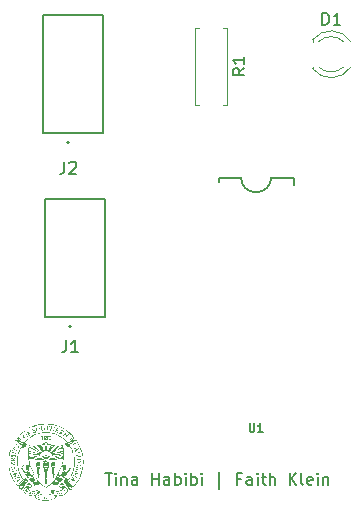
<source format=gbr>
%TF.GenerationSoftware,KiCad,Pcbnew,9.0.0*%
%TF.CreationDate,2025-03-26T20:17:18-07:00*%
%TF.ProjectId,lab07,6c616230-372e-46b6-9963-61645f706362,rev?*%
%TF.SameCoordinates,Original*%
%TF.FileFunction,Legend,Top*%
%TF.FilePolarity,Positive*%
%FSLAX46Y46*%
G04 Gerber Fmt 4.6, Leading zero omitted, Abs format (unit mm)*
G04 Created by KiCad (PCBNEW 9.0.0) date 2025-03-26 20:17:18*
%MOMM*%
%LPD*%
G01*
G04 APERTURE LIST*
%ADD10C,0.127000*%
%ADD11C,0.150000*%
%ADD12C,0.120000*%
%ADD13C,0.000000*%
%ADD14C,0.200000*%
G04 APERTURE END LIST*
D10*
X132512790Y-112409015D02*
X133084218Y-112409015D01*
X132798504Y-113409015D02*
X132798504Y-112409015D01*
X133417552Y-113409015D02*
X133417552Y-112742348D01*
X133417552Y-112409015D02*
X133369933Y-112456634D01*
X133369933Y-112456634D02*
X133417552Y-112504253D01*
X133417552Y-112504253D02*
X133465171Y-112456634D01*
X133465171Y-112456634D02*
X133417552Y-112409015D01*
X133417552Y-112409015D02*
X133417552Y-112504253D01*
X133893742Y-112742348D02*
X133893742Y-113409015D01*
X133893742Y-112837586D02*
X133941361Y-112789967D01*
X133941361Y-112789967D02*
X134036599Y-112742348D01*
X134036599Y-112742348D02*
X134179456Y-112742348D01*
X134179456Y-112742348D02*
X134274694Y-112789967D01*
X134274694Y-112789967D02*
X134322313Y-112885205D01*
X134322313Y-112885205D02*
X134322313Y-113409015D01*
X135227075Y-113409015D02*
X135227075Y-112885205D01*
X135227075Y-112885205D02*
X135179456Y-112789967D01*
X135179456Y-112789967D02*
X135084218Y-112742348D01*
X135084218Y-112742348D02*
X134893742Y-112742348D01*
X134893742Y-112742348D02*
X134798504Y-112789967D01*
X135227075Y-113361396D02*
X135131837Y-113409015D01*
X135131837Y-113409015D02*
X134893742Y-113409015D01*
X134893742Y-113409015D02*
X134798504Y-113361396D01*
X134798504Y-113361396D02*
X134750885Y-113266157D01*
X134750885Y-113266157D02*
X134750885Y-113170919D01*
X134750885Y-113170919D02*
X134798504Y-113075681D01*
X134798504Y-113075681D02*
X134893742Y-113028062D01*
X134893742Y-113028062D02*
X135131837Y-113028062D01*
X135131837Y-113028062D02*
X135227075Y-112980443D01*
X136465171Y-113409015D02*
X136465171Y-112409015D01*
X136465171Y-112885205D02*
X137036599Y-112885205D01*
X137036599Y-113409015D02*
X137036599Y-112409015D01*
X137941361Y-113409015D02*
X137941361Y-112885205D01*
X137941361Y-112885205D02*
X137893742Y-112789967D01*
X137893742Y-112789967D02*
X137798504Y-112742348D01*
X137798504Y-112742348D02*
X137608028Y-112742348D01*
X137608028Y-112742348D02*
X137512790Y-112789967D01*
X137941361Y-113361396D02*
X137846123Y-113409015D01*
X137846123Y-113409015D02*
X137608028Y-113409015D01*
X137608028Y-113409015D02*
X137512790Y-113361396D01*
X137512790Y-113361396D02*
X137465171Y-113266157D01*
X137465171Y-113266157D02*
X137465171Y-113170919D01*
X137465171Y-113170919D02*
X137512790Y-113075681D01*
X137512790Y-113075681D02*
X137608028Y-113028062D01*
X137608028Y-113028062D02*
X137846123Y-113028062D01*
X137846123Y-113028062D02*
X137941361Y-112980443D01*
X138417552Y-113409015D02*
X138417552Y-112409015D01*
X138417552Y-112789967D02*
X138512790Y-112742348D01*
X138512790Y-112742348D02*
X138703266Y-112742348D01*
X138703266Y-112742348D02*
X138798504Y-112789967D01*
X138798504Y-112789967D02*
X138846123Y-112837586D01*
X138846123Y-112837586D02*
X138893742Y-112932824D01*
X138893742Y-112932824D02*
X138893742Y-113218538D01*
X138893742Y-113218538D02*
X138846123Y-113313776D01*
X138846123Y-113313776D02*
X138798504Y-113361396D01*
X138798504Y-113361396D02*
X138703266Y-113409015D01*
X138703266Y-113409015D02*
X138512790Y-113409015D01*
X138512790Y-113409015D02*
X138417552Y-113361396D01*
X139322314Y-113409015D02*
X139322314Y-112742348D01*
X139322314Y-112409015D02*
X139274695Y-112456634D01*
X139274695Y-112456634D02*
X139322314Y-112504253D01*
X139322314Y-112504253D02*
X139369933Y-112456634D01*
X139369933Y-112456634D02*
X139322314Y-112409015D01*
X139322314Y-112409015D02*
X139322314Y-112504253D01*
X139798504Y-113409015D02*
X139798504Y-112409015D01*
X139798504Y-112789967D02*
X139893742Y-112742348D01*
X139893742Y-112742348D02*
X140084218Y-112742348D01*
X140084218Y-112742348D02*
X140179456Y-112789967D01*
X140179456Y-112789967D02*
X140227075Y-112837586D01*
X140227075Y-112837586D02*
X140274694Y-112932824D01*
X140274694Y-112932824D02*
X140274694Y-113218538D01*
X140274694Y-113218538D02*
X140227075Y-113313776D01*
X140227075Y-113313776D02*
X140179456Y-113361396D01*
X140179456Y-113361396D02*
X140084218Y-113409015D01*
X140084218Y-113409015D02*
X139893742Y-113409015D01*
X139893742Y-113409015D02*
X139798504Y-113361396D01*
X140703266Y-113409015D02*
X140703266Y-112742348D01*
X140703266Y-112409015D02*
X140655647Y-112456634D01*
X140655647Y-112456634D02*
X140703266Y-112504253D01*
X140703266Y-112504253D02*
X140750885Y-112456634D01*
X140750885Y-112456634D02*
X140703266Y-112409015D01*
X140703266Y-112409015D02*
X140703266Y-112504253D01*
X142179456Y-113742348D02*
X142179456Y-112313776D01*
X143988980Y-112885205D02*
X143655647Y-112885205D01*
X143655647Y-113409015D02*
X143655647Y-112409015D01*
X143655647Y-112409015D02*
X144131837Y-112409015D01*
X144941361Y-113409015D02*
X144941361Y-112885205D01*
X144941361Y-112885205D02*
X144893742Y-112789967D01*
X144893742Y-112789967D02*
X144798504Y-112742348D01*
X144798504Y-112742348D02*
X144608028Y-112742348D01*
X144608028Y-112742348D02*
X144512790Y-112789967D01*
X144941361Y-113361396D02*
X144846123Y-113409015D01*
X144846123Y-113409015D02*
X144608028Y-113409015D01*
X144608028Y-113409015D02*
X144512790Y-113361396D01*
X144512790Y-113361396D02*
X144465171Y-113266157D01*
X144465171Y-113266157D02*
X144465171Y-113170919D01*
X144465171Y-113170919D02*
X144512790Y-113075681D01*
X144512790Y-113075681D02*
X144608028Y-113028062D01*
X144608028Y-113028062D02*
X144846123Y-113028062D01*
X144846123Y-113028062D02*
X144941361Y-112980443D01*
X145417552Y-113409015D02*
X145417552Y-112742348D01*
X145417552Y-112409015D02*
X145369933Y-112456634D01*
X145369933Y-112456634D02*
X145417552Y-112504253D01*
X145417552Y-112504253D02*
X145465171Y-112456634D01*
X145465171Y-112456634D02*
X145417552Y-112409015D01*
X145417552Y-112409015D02*
X145417552Y-112504253D01*
X145750885Y-112742348D02*
X146131837Y-112742348D01*
X145893742Y-112409015D02*
X145893742Y-113266157D01*
X145893742Y-113266157D02*
X145941361Y-113361396D01*
X145941361Y-113361396D02*
X146036599Y-113409015D01*
X146036599Y-113409015D02*
X146131837Y-113409015D01*
X146465171Y-113409015D02*
X146465171Y-112409015D01*
X146893742Y-113409015D02*
X146893742Y-112885205D01*
X146893742Y-112885205D02*
X146846123Y-112789967D01*
X146846123Y-112789967D02*
X146750885Y-112742348D01*
X146750885Y-112742348D02*
X146608028Y-112742348D01*
X146608028Y-112742348D02*
X146512790Y-112789967D01*
X146512790Y-112789967D02*
X146465171Y-112837586D01*
X148131838Y-113409015D02*
X148131838Y-112409015D01*
X148703266Y-113409015D02*
X148274695Y-112837586D01*
X148703266Y-112409015D02*
X148131838Y-112980443D01*
X149274695Y-113409015D02*
X149179457Y-113361396D01*
X149179457Y-113361396D02*
X149131838Y-113266157D01*
X149131838Y-113266157D02*
X149131838Y-112409015D01*
X150036600Y-113361396D02*
X149941362Y-113409015D01*
X149941362Y-113409015D02*
X149750886Y-113409015D01*
X149750886Y-113409015D02*
X149655648Y-113361396D01*
X149655648Y-113361396D02*
X149608029Y-113266157D01*
X149608029Y-113266157D02*
X149608029Y-112885205D01*
X149608029Y-112885205D02*
X149655648Y-112789967D01*
X149655648Y-112789967D02*
X149750886Y-112742348D01*
X149750886Y-112742348D02*
X149941362Y-112742348D01*
X149941362Y-112742348D02*
X150036600Y-112789967D01*
X150036600Y-112789967D02*
X150084219Y-112885205D01*
X150084219Y-112885205D02*
X150084219Y-112980443D01*
X150084219Y-112980443D02*
X149608029Y-113075681D01*
X150512791Y-113409015D02*
X150512791Y-112742348D01*
X150512791Y-112409015D02*
X150465172Y-112456634D01*
X150465172Y-112456634D02*
X150512791Y-112504253D01*
X150512791Y-112504253D02*
X150560410Y-112456634D01*
X150560410Y-112456634D02*
X150512791Y-112409015D01*
X150512791Y-112409015D02*
X150512791Y-112504253D01*
X150988981Y-112742348D02*
X150988981Y-113409015D01*
X150988981Y-112837586D02*
X151036600Y-112789967D01*
X151036600Y-112789967D02*
X151131838Y-112742348D01*
X151131838Y-112742348D02*
X151274695Y-112742348D01*
X151274695Y-112742348D02*
X151369933Y-112789967D01*
X151369933Y-112789967D02*
X151417552Y-112885205D01*
X151417552Y-112885205D02*
X151417552Y-113409015D01*
D11*
X150899905Y-74456819D02*
X150899905Y-73456819D01*
X150899905Y-73456819D02*
X151138000Y-73456819D01*
X151138000Y-73456819D02*
X151280857Y-73504438D01*
X151280857Y-73504438D02*
X151376095Y-73599676D01*
X151376095Y-73599676D02*
X151423714Y-73694914D01*
X151423714Y-73694914D02*
X151471333Y-73885390D01*
X151471333Y-73885390D02*
X151471333Y-74028247D01*
X151471333Y-74028247D02*
X151423714Y-74218723D01*
X151423714Y-74218723D02*
X151376095Y-74313961D01*
X151376095Y-74313961D02*
X151280857Y-74409200D01*
X151280857Y-74409200D02*
X151138000Y-74456819D01*
X151138000Y-74456819D02*
X150899905Y-74456819D01*
X152423714Y-74456819D02*
X151852286Y-74456819D01*
X152138000Y-74456819D02*
X152138000Y-73456819D01*
X152138000Y-73456819D02*
X152042762Y-73599676D01*
X152042762Y-73599676D02*
X151947524Y-73694914D01*
X151947524Y-73694914D02*
X151852286Y-73742533D01*
X144302819Y-78144666D02*
X143826628Y-78477999D01*
X144302819Y-78716094D02*
X143302819Y-78716094D01*
X143302819Y-78716094D02*
X143302819Y-78335142D01*
X143302819Y-78335142D02*
X143350438Y-78239904D01*
X143350438Y-78239904D02*
X143398057Y-78192285D01*
X143398057Y-78192285D02*
X143493295Y-78144666D01*
X143493295Y-78144666D02*
X143636152Y-78144666D01*
X143636152Y-78144666D02*
X143731390Y-78192285D01*
X143731390Y-78192285D02*
X143779009Y-78239904D01*
X143779009Y-78239904D02*
X143826628Y-78335142D01*
X143826628Y-78335142D02*
X143826628Y-78716094D01*
X144302819Y-77192285D02*
X144302819Y-77763713D01*
X144302819Y-77477999D02*
X143302819Y-77477999D01*
X143302819Y-77477999D02*
X143445676Y-77573237D01*
X143445676Y-77573237D02*
X143540914Y-77668475D01*
X143540914Y-77668475D02*
X143588533Y-77763713D01*
X129060666Y-86068819D02*
X129060666Y-86783104D01*
X129060666Y-86783104D02*
X129013047Y-86925961D01*
X129013047Y-86925961D02*
X128917809Y-87021200D01*
X128917809Y-87021200D02*
X128774952Y-87068819D01*
X128774952Y-87068819D02*
X128679714Y-87068819D01*
X129489238Y-86164057D02*
X129536857Y-86116438D01*
X129536857Y-86116438D02*
X129632095Y-86068819D01*
X129632095Y-86068819D02*
X129870190Y-86068819D01*
X129870190Y-86068819D02*
X129965428Y-86116438D01*
X129965428Y-86116438D02*
X130013047Y-86164057D01*
X130013047Y-86164057D02*
X130060666Y-86259295D01*
X130060666Y-86259295D02*
X130060666Y-86354533D01*
X130060666Y-86354533D02*
X130013047Y-86497390D01*
X130013047Y-86497390D02*
X129441619Y-87068819D01*
X129441619Y-87068819D02*
X130060666Y-87068819D01*
X129206666Y-101184319D02*
X129206666Y-101898604D01*
X129206666Y-101898604D02*
X129159047Y-102041461D01*
X129159047Y-102041461D02*
X129063809Y-102136700D01*
X129063809Y-102136700D02*
X128920952Y-102184319D01*
X128920952Y-102184319D02*
X128825714Y-102184319D01*
X130206666Y-102184319D02*
X129635238Y-102184319D01*
X129920952Y-102184319D02*
X129920952Y-101184319D01*
X129920952Y-101184319D02*
X129825714Y-101327176D01*
X129825714Y-101327176D02*
X129730476Y-101422414D01*
X129730476Y-101422414D02*
X129635238Y-101470033D01*
X144754135Y-108219159D02*
X144754135Y-108786390D01*
X144754135Y-108786390D02*
X144787502Y-108853123D01*
X144787502Y-108853123D02*
X144820868Y-108886490D01*
X144820868Y-108886490D02*
X144887601Y-108919856D01*
X144887601Y-108919856D02*
X145021067Y-108919856D01*
X145021067Y-108919856D02*
X145087800Y-108886490D01*
X145087800Y-108886490D02*
X145121167Y-108853123D01*
X145121167Y-108853123D02*
X145154533Y-108786390D01*
X145154533Y-108786390D02*
X145154533Y-108219159D01*
X145855231Y-108919856D02*
X145454833Y-108919856D01*
X145655032Y-108919856D02*
X145655032Y-108219159D01*
X145655032Y-108219159D02*
X145588299Y-108319259D01*
X145588299Y-108319259D02*
X145521566Y-108385992D01*
X145521566Y-108385992D02*
X145454833Y-108419358D01*
D12*
%TO.C,D1*%
X150078000Y-75726000D02*
X150078000Y-75882000D01*
X150078000Y-78042000D02*
X150078000Y-78198000D01*
X150078000Y-75726484D02*
G75*
G02*
X153309397Y-75881939I1560000J-1235516D01*
G01*
X150597039Y-75882000D02*
G75*
G02*
X152678910Y-75881951I1040961J-1080000D01*
G01*
X152678910Y-78042049D02*
G75*
G02*
X150597039Y-78042000I-1040910J1080049D01*
G01*
X153309397Y-78042061D02*
G75*
G02*
X150078000Y-78197516I-1671397J1080061D01*
G01*
D13*
%TO.C,G\u002A\u002A\u002A*%
G36*
X125672448Y-113801528D02*
G01*
X125673075Y-113814451D01*
X125675934Y-113834793D01*
X125682375Y-113852325D01*
X125691039Y-113871499D01*
X125691203Y-113881791D01*
X125684163Y-113882399D01*
X125671217Y-113872522D01*
X125663453Y-113864019D01*
X125651378Y-113842154D01*
X125651762Y-113820764D01*
X125663742Y-113801751D01*
X125669812Y-113797149D01*
X125672448Y-113801528D01*
G37*
G36*
X129142664Y-113663406D02*
G01*
X129149749Y-113677210D01*
X129148801Y-113689167D01*
X129145221Y-113697351D01*
X129133494Y-113713814D01*
X129121346Y-113724621D01*
X129110646Y-113731071D01*
X129108089Y-113729132D01*
X129110837Y-113718919D01*
X129115657Y-113702835D01*
X129121749Y-113681775D01*
X129123710Y-113674856D01*
X129131661Y-113646613D01*
X129142664Y-113663406D01*
G37*
G36*
X129749550Y-113338351D02*
G01*
X129743541Y-113360454D01*
X129730988Y-113376563D01*
X129710006Y-113391373D01*
X129688227Y-113393731D01*
X129667000Y-113385600D01*
X129651125Y-113376525D01*
X129672850Y-113376300D01*
X129687815Y-113374025D01*
X129702050Y-113366071D01*
X129719317Y-113350228D01*
X129722063Y-113347388D01*
X129749550Y-113318701D01*
X129749550Y-113338351D01*
G37*
G36*
X125755249Y-113698303D02*
G01*
X125755400Y-113704138D01*
X125757814Y-113718605D01*
X125763772Y-113737310D01*
X125765257Y-113741015D01*
X125772136Y-113761143D01*
X125771807Y-113771090D01*
X125764364Y-113770695D01*
X125752743Y-113762307D01*
X125738760Y-113743960D01*
X125734880Y-113723773D01*
X125741547Y-113705282D01*
X125745081Y-113701172D01*
X125752852Y-113694561D01*
X125755249Y-113698303D01*
G37*
G36*
X125848961Y-113596951D02*
G01*
X125850875Y-113612612D01*
X125853935Y-113632757D01*
X125860175Y-113649125D01*
X125868165Y-113666330D01*
X125867749Y-113674284D01*
X125859578Y-113672629D01*
X125844309Y-113661013D01*
X125842052Y-113658953D01*
X125829673Y-113641471D01*
X125825141Y-113621808D01*
X125829153Y-113604458D01*
X125832870Y-113599595D01*
X125843136Y-113592535D01*
X125848961Y-113596951D01*
G37*
G36*
X126625875Y-114366926D02*
G01*
X126628448Y-114372784D01*
X126635686Y-114384505D01*
X126649053Y-114398808D01*
X126654730Y-114403784D01*
X126667558Y-114416729D01*
X126668993Y-114424584D01*
X126659207Y-114426828D01*
X126647575Y-114425172D01*
X126627420Y-114415524D01*
X126615100Y-114398448D01*
X126612650Y-114385115D01*
X126614827Y-114370153D01*
X126619943Y-114363538D01*
X126625875Y-114366926D01*
G37*
G36*
X128249541Y-114264838D02*
G01*
X128252818Y-114287465D01*
X128244148Y-114305834D01*
X128236045Y-114312894D01*
X128222387Y-114319332D01*
X128207786Y-114322055D01*
X128196841Y-114320658D01*
X128193800Y-114316605D01*
X128198585Y-114309510D01*
X128210099Y-114300305D01*
X128210183Y-114300251D01*
X128224404Y-114286578D01*
X128235122Y-114269358D01*
X128243679Y-114249200D01*
X128249541Y-114264838D01*
G37*
G36*
X128288796Y-114327473D02*
G01*
X128289050Y-114334999D01*
X128284059Y-114352176D01*
X128271564Y-114366511D01*
X128255274Y-114375426D01*
X128238902Y-114376342D01*
X128233108Y-114373858D01*
X128229840Y-114368355D01*
X128237030Y-114360753D01*
X128241349Y-114357783D01*
X128256722Y-114344270D01*
X128269267Y-114328252D01*
X128279070Y-114315750D01*
X128285648Y-114315513D01*
X128288796Y-114327473D01*
G37*
G36*
X128316355Y-114365641D02*
G01*
X128317625Y-114366675D01*
X128326060Y-114380427D01*
X128324890Y-114396680D01*
X128315941Y-114412399D01*
X128301038Y-114424549D01*
X128282007Y-114430096D01*
X128279414Y-114430175D01*
X128261072Y-114430175D01*
X128284586Y-114406094D01*
X128297985Y-114390287D01*
X128306500Y-114376232D01*
X128308100Y-114370392D01*
X128309682Y-114362589D01*
X128316355Y-114365641D01*
G37*
G36*
X129095711Y-113610140D02*
G01*
X129105703Y-113625170D01*
X129106558Y-113638294D01*
X129097961Y-113653619D01*
X129091760Y-113661337D01*
X129077497Y-113675891D01*
X129067929Y-113680559D01*
X129064010Y-113674945D01*
X129063975Y-113672937D01*
X129067108Y-113661887D01*
X129073275Y-113649125D01*
X129080302Y-113630448D01*
X129082786Y-113614200D01*
X129083222Y-113595150D01*
X129095711Y-113610140D01*
G37*
G36*
X129188157Y-113708164D02*
G01*
X129190526Y-113712207D01*
X129196747Y-113734523D01*
X129190425Y-113755051D01*
X129180297Y-113766903D01*
X129165217Y-113778888D01*
X129155615Y-113782339D01*
X129152875Y-113777712D01*
X129155912Y-113769217D01*
X129162175Y-113757075D01*
X129168877Y-113738890D01*
X129171474Y-113720562D01*
X129173913Y-113704837D01*
X129179904Y-113700516D01*
X129188157Y-113708164D01*
G37*
G36*
X129229061Y-113756190D02*
G01*
X129240025Y-113776787D01*
X129238641Y-113796538D01*
X129227262Y-113812173D01*
X129211578Y-113825046D01*
X129200832Y-113831397D01*
X129197100Y-113830270D01*
X129199336Y-113822509D01*
X129204883Y-113807951D01*
X129206625Y-113803720D01*
X129213165Y-113782859D01*
X129216318Y-113762628D01*
X129216361Y-113761062D01*
X129216572Y-113741200D01*
X129229061Y-113756190D01*
G37*
G36*
X129470150Y-113063084D02*
G01*
X129464657Y-113084771D01*
X129450391Y-113101809D01*
X129430669Y-113112557D01*
X129408807Y-113115376D01*
X129388123Y-113108622D01*
X129384051Y-113105681D01*
X129376268Y-113098746D01*
X129378426Y-113097869D01*
X129382892Y-113099153D01*
X129402726Y-113098793D01*
X129425902Y-113086495D01*
X129447198Y-113067559D01*
X129470150Y-113043926D01*
X129470150Y-113063084D01*
G37*
G36*
X125509634Y-112997639D02*
G01*
X125522637Y-113010914D01*
X125540813Y-113027186D01*
X125561861Y-113039975D01*
X125568075Y-113042508D01*
X125593475Y-113051186D01*
X125575599Y-113058055D01*
X125560764Y-113063274D01*
X125550608Y-113063755D01*
X125539247Y-113058794D01*
X125528631Y-113052443D01*
X125510012Y-113034865D01*
X125502576Y-113019129D01*
X125498982Y-113000798D01*
X125501285Y-112993655D01*
X125509634Y-112997639D01*
G37*
G36*
X125713585Y-113747337D02*
G01*
X125713042Y-113749760D01*
X125713426Y-113762938D01*
X125718222Y-113780921D01*
X125719986Y-113785460D01*
X125727768Y-113807423D01*
X125728720Y-113819221D01*
X125723040Y-113820574D01*
X125710923Y-113811201D01*
X125705706Y-113805878D01*
X125693668Y-113784878D01*
X125693882Y-113761712D01*
X125698473Y-113750307D01*
X125706431Y-113740094D01*
X125712478Y-113739066D01*
X125713585Y-113747337D01*
G37*
G36*
X125805988Y-113654091D02*
G01*
X125808715Y-113674453D01*
X125815073Y-113696111D01*
X125815808Y-113697928D01*
X125821342Y-113713081D01*
X125823254Y-113722409D01*
X125822955Y-113723385D01*
X125817094Y-113721271D01*
X125805392Y-113713011D01*
X125800647Y-113709146D01*
X125784870Y-113690334D01*
X125781759Y-113670954D01*
X125791282Y-113650751D01*
X125793288Y-113648240D01*
X125805777Y-113633250D01*
X125805988Y-113654091D01*
G37*
G36*
X128171913Y-114146240D02*
G01*
X128177245Y-114154469D01*
X128180670Y-114176017D01*
X128172173Y-114193848D01*
X128164368Y-114201114D01*
X128146247Y-114211581D01*
X128130348Y-114214110D01*
X128122293Y-114210501D01*
X128124317Y-114204526D01*
X128133758Y-114193696D01*
X128140285Y-114187619D01*
X128153527Y-114173490D01*
X128161243Y-114160416D01*
X128162050Y-114156467D01*
X128165172Y-114145992D01*
X128171913Y-114146240D01*
G37*
G36*
X128211615Y-114211974D02*
G01*
X128212476Y-114213576D01*
X128215547Y-114231366D01*
X128206397Y-114249192D01*
X128192337Y-114261574D01*
X128177995Y-114268789D01*
X128164623Y-114271317D01*
X128156511Y-114268632D01*
X128155700Y-114266059D01*
X128159988Y-114258346D01*
X128169309Y-114248596D01*
X128182706Y-114234108D01*
X128194112Y-114218339D01*
X128201951Y-114206518D01*
X128206648Y-114204691D01*
X128211615Y-114211974D01*
G37*
G36*
X129266106Y-113810446D02*
G01*
X129277488Y-113828254D01*
X129279044Y-113849546D01*
X129270851Y-113869854D01*
X129264953Y-113876618D01*
X129250414Y-113888232D01*
X129242797Y-113889229D01*
X129242085Y-113879586D01*
X129248257Y-113859281D01*
X129248731Y-113858024D01*
X129255483Y-113835498D01*
X129257585Y-113817397D01*
X129256802Y-113811986D01*
X129254364Y-113802789D01*
X129257170Y-113802787D01*
X129266106Y-113810446D01*
G37*
G36*
X129444236Y-109623012D02*
G01*
X129464826Y-109637051D01*
X129478121Y-109657098D01*
X129482885Y-109679656D01*
X129477884Y-109701226D01*
X129474010Y-109707362D01*
X129464940Y-109716791D01*
X129460172Y-109717166D01*
X129461509Y-109708935D01*
X129462415Y-109689718D01*
X129452989Y-109666549D01*
X129437463Y-109645353D01*
X129424795Y-109628840D01*
X129422292Y-109619806D01*
X129429933Y-109618329D01*
X129444236Y-109623012D01*
G37*
G36*
X125266301Y-113219044D02*
G01*
X125285908Y-113238533D01*
X125306094Y-113252670D01*
X125323884Y-113259680D01*
X125333698Y-113259258D01*
X125341534Y-113259086D01*
X125342650Y-113261294D01*
X125337294Y-113269626D01*
X125323723Y-113273737D01*
X125305678Y-113273686D01*
X125286903Y-113269529D01*
X125271140Y-113261322D01*
X125269764Y-113260187D01*
X125254915Y-113239332D01*
X125249641Y-113220500D01*
X125245960Y-113195100D01*
X125266301Y-113219044D01*
G37*
G36*
X125317101Y-113174594D02*
G01*
X125336708Y-113194083D01*
X125356894Y-113208220D01*
X125374684Y-113215230D01*
X125384498Y-113214808D01*
X125392334Y-113214636D01*
X125393450Y-113216844D01*
X125388094Y-113225176D01*
X125374523Y-113229287D01*
X125356478Y-113229236D01*
X125337703Y-113225079D01*
X125321940Y-113216872D01*
X125320564Y-113215737D01*
X125305715Y-113194882D01*
X125300441Y-113176050D01*
X125296760Y-113150650D01*
X125317101Y-113174594D01*
G37*
G36*
X125328003Y-109507838D02*
G01*
X125322402Y-109518685D01*
X125315403Y-109527554D01*
X125300328Y-109551852D01*
X125293334Y-109577387D01*
X125294979Y-109597682D01*
X125297229Y-109608390D01*
X125293464Y-109608704D01*
X125283055Y-109598628D01*
X125282250Y-109597743D01*
X125272488Y-109578432D01*
X125272211Y-109555875D01*
X125280301Y-109533814D01*
X125295638Y-109515992D01*
X125308937Y-109508463D01*
X125323544Y-109504517D01*
X125328003Y-109507838D01*
G37*
G36*
X125410899Y-113080625D02*
G01*
X125420531Y-113091373D01*
X125444138Y-113114003D01*
X125466285Y-113125904D01*
X125483520Y-113128626D01*
X125493735Y-113129344D01*
X125492536Y-113132917D01*
X125485898Y-113138151D01*
X125464988Y-113146608D01*
X125441253Y-113142891D01*
X125432248Y-113138613D01*
X125413297Y-113121507D01*
X125401976Y-113097780D01*
X125400119Y-113083975D01*
X125400537Y-113075102D01*
X125403419Y-113073728D01*
X125410899Y-113080625D01*
G37*
G36*
X125470592Y-113049153D02*
G01*
X125492742Y-113070303D01*
X125514271Y-113083528D01*
X125532752Y-113087470D01*
X125537510Y-113086586D01*
X125544852Y-113084793D01*
X125542421Y-113088195D01*
X125536698Y-113092981D01*
X125515815Y-113102638D01*
X125493218Y-113101182D01*
X125472394Y-113089088D01*
X125467039Y-113083487D01*
X125455255Y-113064226D01*
X125450600Y-113045270D01*
X125450600Y-113045166D01*
X125450600Y-113026383D01*
X125470592Y-113049153D01*
G37*
G36*
X125599267Y-109698696D02*
G01*
X125595224Y-109704187D01*
X125579947Y-109726419D01*
X125569566Y-109750890D01*
X125566052Y-109772657D01*
X125566377Y-109776464D01*
X125566624Y-109790847D01*
X125561999Y-109794099D01*
X125553963Y-109786737D01*
X125543907Y-109764566D01*
X125543966Y-109740498D01*
X125553310Y-109718535D01*
X125571108Y-109702675D01*
X125571463Y-109702489D01*
X125589195Y-109694722D01*
X125598848Y-109693485D01*
X125599267Y-109698696D01*
G37*
G36*
X129667000Y-113236751D02*
G01*
X129661627Y-113258841D01*
X129647633Y-113276701D01*
X129628200Y-113288577D01*
X129606510Y-113292714D01*
X129585746Y-113287359D01*
X129580901Y-113284201D01*
X129573685Y-113277964D01*
X129575827Y-113275339D01*
X129588940Y-113274690D01*
X129590300Y-113274676D01*
X129605245Y-113272427D01*
X129619446Y-113264515D01*
X129636666Y-113248732D01*
X129639513Y-113245788D01*
X129667000Y-113217101D01*
X129667000Y-113236751D01*
G37*
G36*
X129710875Y-113273573D02*
G01*
X129711450Y-113283899D01*
X129706304Y-113300795D01*
X129693374Y-113318771D01*
X129676417Y-113333614D01*
X129660650Y-113340849D01*
X129643240Y-113340183D01*
X129628900Y-113334951D01*
X129613025Y-113325725D01*
X129631323Y-113325500D01*
X129647139Y-113321386D01*
X129665635Y-113308473D01*
X129678196Y-113296700D01*
X129693283Y-113281950D01*
X129704485Y-113271630D01*
X129709110Y-113268125D01*
X129710875Y-113273573D01*
G37*
G36*
X125103471Y-113335422D02*
G01*
X125114421Y-113344997D01*
X125121987Y-113353120D01*
X125140170Y-113369551D01*
X125161093Y-113382524D01*
X125168025Y-113385408D01*
X125193425Y-113394086D01*
X125175549Y-113400955D01*
X125160610Y-113406201D01*
X125150418Y-113406638D01*
X125138978Y-113401576D01*
X125128992Y-113395592D01*
X125116567Y-113384345D01*
X125105533Y-113368415D01*
X125097874Y-113351731D01*
X125095573Y-113338219D01*
X125097541Y-113333316D01*
X125103471Y-113335422D01*
G37*
G36*
X125152970Y-113292423D02*
G01*
X125164685Y-113302095D01*
X125178942Y-113315638D01*
X125199932Y-113334161D01*
X125216905Y-113343131D01*
X125225926Y-113344526D01*
X125238182Y-113345174D01*
X125239074Y-113348131D01*
X125231898Y-113354051D01*
X125211436Y-113362651D01*
X125189543Y-113358667D01*
X125172154Y-113347328D01*
X125160462Y-113333948D01*
X125151126Y-113317248D01*
X125145947Y-113301421D01*
X125146726Y-113290658D01*
X125147423Y-113289784D01*
X125152970Y-113292423D01*
G37*
G36*
X125216911Y-109433410D02*
G01*
X125217888Y-109437238D01*
X125211767Y-109446870D01*
X125205001Y-109455858D01*
X125191520Y-109479357D01*
X125187234Y-109505012D01*
X125187216Y-109506637D01*
X125185945Y-109526062D01*
X125182164Y-109533114D01*
X125175525Y-109527933D01*
X125167671Y-109514591D01*
X125161114Y-109494214D01*
X125161416Y-109479119D01*
X125170072Y-109461099D01*
X125184505Y-109444964D01*
X125200716Y-109434583D01*
X125209334Y-109432725D01*
X125216911Y-109433410D01*
G37*
G36*
X125356511Y-113119848D02*
G01*
X125368332Y-113130499D01*
X125379267Y-113141136D01*
X125398348Y-113157115D01*
X125417396Y-113168096D01*
X125425240Y-113170660D01*
X125445801Y-113174772D01*
X125430738Y-113183123D01*
X125414892Y-113190137D01*
X125401428Y-113189830D01*
X125390275Y-113185921D01*
X125369050Y-113170807D01*
X125354717Y-113147336D01*
X125351456Y-113135945D01*
X125349571Y-113122205D01*
X125350392Y-113115787D01*
X125350634Y-113115725D01*
X125356511Y-113119848D01*
G37*
G36*
X125436753Y-109583881D02*
G01*
X125431894Y-109593791D01*
X125429636Y-109596430D01*
X125417397Y-109614513D01*
X125407719Y-109636838D01*
X125402424Y-109658321D01*
X125402633Y-109671751D01*
X125404480Y-109684122D01*
X125400917Y-109685017D01*
X125391928Y-109674437D01*
X125390635Y-109672612D01*
X125381432Y-109649569D01*
X125383299Y-109625440D01*
X125395290Y-109603259D01*
X125416461Y-109586060D01*
X125417806Y-109585353D01*
X125431613Y-109580654D01*
X125436753Y-109583881D01*
G37*
G36*
X125544703Y-109660081D02*
G01*
X125539844Y-109669991D01*
X125537586Y-109672630D01*
X125524790Y-109691613D01*
X125515261Y-109714546D01*
X125510822Y-109736229D01*
X125511505Y-109747103D01*
X125513293Y-109759972D01*
X125509569Y-109761513D01*
X125500646Y-109751686D01*
X125498585Y-109748812D01*
X125489382Y-109725769D01*
X125491249Y-109701640D01*
X125503240Y-109679459D01*
X125524411Y-109662260D01*
X125525756Y-109661553D01*
X125539563Y-109656854D01*
X125544703Y-109660081D01*
G37*
G36*
X126660935Y-114306190D02*
G01*
X126663737Y-114312935D01*
X126671281Y-114325146D01*
X126684177Y-114340093D01*
X126688190Y-114344050D01*
X126700352Y-114356666D01*
X126707285Y-114366003D01*
X126707900Y-114367863D01*
X126702764Y-114372090D01*
X126690170Y-114371590D01*
X126674336Y-114366628D01*
X126672111Y-114365598D01*
X126656429Y-114352417D01*
X126648710Y-114334371D01*
X126650763Y-114316010D01*
X126651667Y-114314159D01*
X126657419Y-114304703D01*
X126660935Y-114306190D01*
G37*
G36*
X126701061Y-114248950D02*
G01*
X126701348Y-114256479D01*
X126706030Y-114268731D01*
X126717599Y-114283670D01*
X126723775Y-114289623D01*
X126736937Y-114301838D01*
X126744908Y-114310507D01*
X126746000Y-114312505D01*
X126741024Y-114316626D01*
X126728960Y-114316089D01*
X126714100Y-114311875D01*
X126700736Y-114304960D01*
X126696306Y-114301178D01*
X126684564Y-114284017D01*
X126684468Y-114268097D01*
X126691823Y-114255176D01*
X126698799Y-114246761D01*
X126701061Y-114248950D01*
G37*
G36*
X126741040Y-114206659D02*
G01*
X126742183Y-114210805D01*
X126749947Y-114225337D01*
X126763546Y-114239522D01*
X126765139Y-114240745D01*
X126777528Y-114251165D01*
X126783879Y-114258972D01*
X126784100Y-114259919D01*
X126779239Y-114265026D01*
X126767373Y-114264812D01*
X126752576Y-114260162D01*
X126738921Y-114251966D01*
X126736186Y-114249488D01*
X126723502Y-114231372D01*
X126721592Y-114214475D01*
X126729393Y-114202181D01*
X126736501Y-114199178D01*
X126741040Y-114206659D01*
G37*
G36*
X126770533Y-114142631D02*
G01*
X126771400Y-114146919D01*
X126775683Y-114156725D01*
X126786558Y-114170734D01*
X126793625Y-114178098D01*
X126806553Y-114191428D01*
X126814568Y-114201182D01*
X126815850Y-114203803D01*
X126810885Y-114208043D01*
X126799014Y-114207642D01*
X126784770Y-114203475D01*
X126772686Y-114196418D01*
X126771400Y-114195225D01*
X126762990Y-114181436D01*
X126758989Y-114164307D01*
X126759997Y-114148958D01*
X126765050Y-114141250D01*
X126770533Y-114142631D01*
G37*
G36*
X129496197Y-109583067D02*
G01*
X129511245Y-109593736D01*
X129515088Y-109597336D01*
X129530048Y-109619408D01*
X129533051Y-109642564D01*
X129523933Y-109664873D01*
X129521068Y-109668559D01*
X129508487Y-109683550D01*
X129512057Y-109664313D01*
X129512374Y-109650100D01*
X129506932Y-109634433D01*
X129494358Y-109613479D01*
X129493317Y-109611926D01*
X129481582Y-109593926D01*
X129476587Y-109583938D01*
X129477666Y-109579657D01*
X129483767Y-109578775D01*
X129496197Y-109583067D01*
G37*
G36*
X129546997Y-109538617D02*
G01*
X129562045Y-109549286D01*
X129565888Y-109552886D01*
X129580848Y-109574958D01*
X129583851Y-109598114D01*
X129574733Y-109620423D01*
X129571868Y-109624109D01*
X129559287Y-109639100D01*
X129562857Y-109619863D01*
X129563174Y-109605650D01*
X129557732Y-109589983D01*
X129545158Y-109569029D01*
X129544117Y-109567476D01*
X129532382Y-109549476D01*
X129527387Y-109539488D01*
X129528466Y-109535207D01*
X129534567Y-109534325D01*
X129546997Y-109538617D01*
G37*
G36*
X129647598Y-109450703D02*
G01*
X129666446Y-109464522D01*
X129679692Y-109483854D01*
X129685583Y-109505671D01*
X129682372Y-109526947D01*
X129677210Y-109535912D01*
X129667582Y-109545765D01*
X129662968Y-109544300D01*
X129664230Y-109531795D01*
X129664243Y-109531741D01*
X129664112Y-109512795D01*
X129654049Y-109491452D01*
X129633311Y-109466135D01*
X129633242Y-109466062D01*
X129622070Y-109453284D01*
X129619616Y-109447040D01*
X129624896Y-109445425D01*
X129647598Y-109450703D01*
G37*
G36*
X129793461Y-113383046D02*
G01*
X129789542Y-113399395D01*
X129787174Y-113406458D01*
X129775783Y-113425121D01*
X129758408Y-113438664D01*
X129738491Y-113445833D01*
X129719472Y-113445371D01*
X129705100Y-113436400D01*
X129701464Y-113429863D01*
X129706947Y-113427247D01*
X129717259Y-113426875D01*
X129731767Y-113424342D01*
X129746684Y-113415398D01*
X129765367Y-113398019D01*
X129765661Y-113397717D01*
X129781907Y-113382364D01*
X129791045Y-113377422D01*
X129793461Y-113383046D01*
G37*
G36*
X125202382Y-113249647D02*
G01*
X125212270Y-113258010D01*
X125224938Y-113270717D01*
X125243535Y-113288121D01*
X125258393Y-113297201D01*
X125273030Y-113300055D01*
X125274150Y-113300076D01*
X125287681Y-113300665D01*
X125290075Y-113303212D01*
X125282892Y-113309455D01*
X125282698Y-113309601D01*
X125262076Y-113317919D01*
X125239457Y-113315855D01*
X125224330Y-113307671D01*
X125206266Y-113286837D01*
X125197190Y-113262716D01*
X125196600Y-113255259D01*
X125197749Y-113249053D01*
X125202382Y-113249647D01*
G37*
G36*
X125270061Y-109471708D02*
G01*
X125269795Y-109476637D01*
X125264096Y-109485112D01*
X125249130Y-109510302D01*
X125240010Y-109534713D01*
X125238097Y-109554498D01*
X125238609Y-109557215D01*
X125240547Y-109569575D01*
X125236882Y-109570971D01*
X125226888Y-109561614D01*
X125226159Y-109560812D01*
X125218484Y-109546070D01*
X125215650Y-109529549D01*
X125219938Y-109510994D01*
X125230755Y-109492409D01*
X125245023Y-109477739D01*
X125259668Y-109470927D01*
X125261438Y-109470825D01*
X125270061Y-109471708D01*
G37*
G36*
X125379649Y-109547554D02*
G01*
X125373309Y-109558815D01*
X125369021Y-109565094D01*
X125355721Y-109589021D01*
X125347758Y-109613231D01*
X125346557Y-109633159D01*
X125347046Y-109635492D01*
X125348325Y-109646605D01*
X125343938Y-109646772D01*
X125334571Y-109636043D01*
X125333485Y-109634512D01*
X125325754Y-109616982D01*
X125323600Y-109603249D01*
X125328513Y-109585201D01*
X125340746Y-109566127D01*
X125356533Y-109550951D01*
X125367974Y-109545204D01*
X125377903Y-109543642D01*
X125379649Y-109547554D01*
G37*
G36*
X125648364Y-109732114D02*
G01*
X125648972Y-109736682D01*
X125643062Y-109747500D01*
X125636571Y-109757480D01*
X125622189Y-109787758D01*
X125619163Y-109808280D01*
X125618991Y-109823858D01*
X125618564Y-109832286D01*
X125618415Y-109832775D01*
X125614169Y-109828709D01*
X125607159Y-109821162D01*
X125599484Y-109806420D01*
X125596650Y-109789899D01*
X125600860Y-109771638D01*
X125611463Y-109753146D01*
X125625415Y-109738388D01*
X125639671Y-109731326D01*
X125641754Y-109731175D01*
X125648364Y-109732114D01*
G37*
G36*
X129394474Y-109665626D02*
G01*
X129409671Y-109676315D01*
X129413488Y-109679886D01*
X129427349Y-109700188D01*
X129432345Y-109722261D01*
X129428105Y-109742364D01*
X129420647Y-109752226D01*
X129413052Y-109758197D01*
X129410591Y-109755463D01*
X129411630Y-109742111D01*
X129411675Y-109741721D01*
X129411146Y-109726214D01*
X129404545Y-109710230D01*
X129391370Y-109691111D01*
X129379156Y-109674568D01*
X129374223Y-109665606D01*
X129375842Y-109661952D01*
X129381780Y-109661325D01*
X129394474Y-109665626D01*
G37*
G36*
X129601409Y-109495338D02*
G01*
X129617368Y-109509094D01*
X129629790Y-109527191D01*
X129635220Y-109545676D01*
X129635250Y-109546953D01*
X129632947Y-109565775D01*
X129627191Y-109581789D01*
X129619703Y-109590772D01*
X129617076Y-109591475D01*
X129614259Y-109586083D01*
X129614639Y-109573828D01*
X129613113Y-109557492D01*
X129603511Y-109536626D01*
X129594919Y-109523028D01*
X129583183Y-109505027D01*
X129578187Y-109495039D01*
X129579266Y-109490757D01*
X129585367Y-109489875D01*
X129601409Y-109495338D01*
G37*
G36*
X129621873Y-113179981D02*
G01*
X129622550Y-113185409D01*
X129617567Y-113209373D01*
X129604464Y-113229001D01*
X129586012Y-113242546D01*
X129564980Y-113248258D01*
X129544138Y-113244391D01*
X129536451Y-113239751D01*
X129529120Y-113233431D01*
X129531340Y-113230837D01*
X129544671Y-113230230D01*
X129544999Y-113230226D01*
X129559753Y-113227733D01*
X129574480Y-113219163D01*
X129592697Y-113202418D01*
X129594211Y-113200867D01*
X129609496Y-113185696D01*
X129618125Y-113179056D01*
X129621873Y-113179981D01*
G37*
G36*
X129699166Y-109411634D02*
G01*
X129714494Y-109422340D01*
X129718288Y-109425886D01*
X129733155Y-109447849D01*
X129736417Y-109471014D01*
X129727834Y-109493055D01*
X129725593Y-109496019D01*
X129718395Y-109504276D01*
X129715191Y-109503901D01*
X129714364Y-109493238D01*
X129714336Y-109484496D01*
X129711437Y-109463424D01*
X129701234Y-109443453D01*
X129693543Y-109433198D01*
X129681896Y-109418192D01*
X129677770Y-109410483D01*
X129680487Y-109407668D01*
X129686239Y-109407325D01*
X129699166Y-109411634D01*
G37*
G36*
X125493106Y-109619164D02*
G01*
X125491531Y-109625604D01*
X125483884Y-109638312D01*
X125478228Y-109646126D01*
X125464801Y-109668876D01*
X125460205Y-109692843D01*
X125460125Y-109697343D01*
X125460000Y-109714010D01*
X125459686Y-109723769D01*
X125459521Y-109724825D01*
X125455504Y-109720693D01*
X125449374Y-109713712D01*
X125436959Y-109693386D01*
X125436057Y-109672465D01*
X125440637Y-109658216D01*
X125449379Y-109644793D01*
X125462588Y-109631867D01*
X125476805Y-109622014D01*
X125488568Y-109617810D01*
X125493106Y-109619164D01*
G37*
G36*
X127172977Y-114402250D02*
G01*
X127181611Y-114404958D01*
X127194948Y-114410012D01*
X127178827Y-114483593D01*
X127171528Y-114515558D01*
X127165745Y-114536960D01*
X127160745Y-114549734D01*
X127155797Y-114555818D01*
X127151004Y-114557175D01*
X127139596Y-114553338D01*
X127136191Y-114549069D01*
X127136489Y-114540722D01*
X127139055Y-114523233D01*
X127143250Y-114499734D01*
X127148438Y-114473354D01*
X127153980Y-114447227D01*
X127159238Y-114424483D01*
X127163575Y-114408253D01*
X127166197Y-114401772D01*
X127172977Y-114402250D01*
G37*
G36*
X129739906Y-109363721D02*
G01*
X129754518Y-109370141D01*
X129769088Y-109381436D01*
X129783501Y-109402562D01*
X129787972Y-109425123D01*
X129782259Y-109445808D01*
X129774473Y-109455380D01*
X129765206Y-109463187D01*
X129763153Y-109461143D01*
X129765611Y-109450116D01*
X129766073Y-109434223D01*
X129758993Y-109414955D01*
X129753120Y-109404251D01*
X129742565Y-109388064D01*
X129733732Y-109377666D01*
X129730232Y-109375575D01*
X129724324Y-109370734D01*
X129724150Y-109369225D01*
X129728654Y-109363109D01*
X129739906Y-109363721D01*
G37*
G36*
X129333701Y-109701794D02*
G01*
X129348190Y-109707921D01*
X129362177Y-109717540D01*
X129366962Y-109722243D01*
X129378254Y-109742907D01*
X129380834Y-109766666D01*
X129374327Y-109788295D01*
X129371926Y-109791873D01*
X129365353Y-109799557D01*
X129362868Y-109797069D01*
X129362401Y-109785707D01*
X129359477Y-109771089D01*
X129352280Y-109752644D01*
X129342800Y-109734170D01*
X129333026Y-109719461D01*
X129324949Y-109712315D01*
X129323832Y-109712125D01*
X129318031Y-109707198D01*
X129317750Y-109705086D01*
X129322343Y-109700427D01*
X129333701Y-109701794D01*
G37*
G36*
X129523435Y-113090693D02*
G01*
X129524921Y-113099928D01*
X129521175Y-113115232D01*
X129513956Y-113132073D01*
X129505023Y-113145919D01*
X129500240Y-113150462D01*
X129481897Y-113157620D01*
X129459038Y-113159540D01*
X129439987Y-113155969D01*
X129432635Y-113149494D01*
X129432050Y-113147145D01*
X129436713Y-113144077D01*
X129441413Y-113145116D01*
X129453617Y-113144102D01*
X129470683Y-113136058D01*
X129488870Y-113123297D01*
X129504439Y-113108132D01*
X129507455Y-113104277D01*
X129516747Y-113093701D01*
X129523019Y-113090426D01*
X129523435Y-113090693D01*
G37*
G36*
X129571521Y-113145021D02*
G01*
X129567821Y-113160449D01*
X129558449Y-113177281D01*
X129546462Y-113191257D01*
X129534916Y-113198121D01*
X129533303Y-113198275D01*
X129523234Y-113200140D01*
X129519881Y-113201177D01*
X129508602Y-113200721D01*
X129492986Y-113195620D01*
X129492375Y-113195343D01*
X129480027Y-113189385D01*
X129478663Y-113186888D01*
X129487683Y-113186103D01*
X129489200Y-113186048D01*
X129510660Y-113180124D01*
X129534185Y-113165282D01*
X129556030Y-113143901D01*
X129556563Y-113143253D01*
X129571293Y-113125250D01*
X129571521Y-113145021D01*
G37*
G36*
X129831292Y-113431041D02*
G01*
X129832089Y-113438237D01*
X129832100Y-113440940D01*
X129828063Y-113456675D01*
X129818108Y-113474092D01*
X129815660Y-113477187D01*
X129801067Y-113490909D01*
X129785168Y-113495967D01*
X129775973Y-113496223D01*
X129758323Y-113495055D01*
X129745745Y-113492857D01*
X129744787Y-113492519D01*
X129737119Y-113487033D01*
X129741042Y-113482528D01*
X129755449Y-113480188D01*
X129756355Y-113480151D01*
X129773346Y-113475636D01*
X129792667Y-113462279D01*
X129803966Y-113451841D01*
X129819312Y-113437036D01*
X129827727Y-113430372D01*
X129831292Y-113431041D01*
G37*
G36*
X126809677Y-112508566D02*
G01*
X126811454Y-112512914D01*
X126814446Y-112519049D01*
X126821259Y-112522731D01*
X126834581Y-112524564D01*
X126857099Y-112525151D01*
X126866055Y-112525175D01*
X126893979Y-112526107D01*
X126911469Y-112528743D01*
X126917862Y-112532839D01*
X126912495Y-112538150D01*
X126907405Y-112540370D01*
X126893452Y-112542935D01*
X126872045Y-112543992D01*
X126847590Y-112543665D01*
X126824491Y-112542080D01*
X126807156Y-112539362D01*
X126801562Y-112537366D01*
X126792285Y-112526682D01*
X126790450Y-112519188D01*
X126794148Y-112507823D01*
X126802119Y-112503816D01*
X126809677Y-112508566D01*
G37*
G36*
X127992083Y-114372346D02*
G01*
X127999254Y-114387245D01*
X128007937Y-114408594D01*
X128017124Y-114433516D01*
X128025807Y-114459137D01*
X128032978Y-114482581D01*
X128037631Y-114500972D01*
X128038758Y-114511435D01*
X128038446Y-114512365D01*
X128029172Y-114518236D01*
X128023386Y-114519075D01*
X128017386Y-114515930D01*
X128010619Y-114505467D01*
X128002338Y-114486146D01*
X127991799Y-114456426D01*
X127988968Y-114447930D01*
X127978579Y-114415221D01*
X127972722Y-114392577D01*
X127971361Y-114378209D01*
X127974463Y-114370331D01*
X127981995Y-114367155D01*
X127987431Y-114366772D01*
X127992083Y-114372346D01*
G37*
G36*
X128072574Y-112505325D02*
G01*
X128076295Y-112512382D01*
X128079525Y-112518666D01*
X128086113Y-112522485D01*
X128098750Y-112524438D01*
X128120129Y-112525121D01*
X128133902Y-112525175D01*
X128162662Y-112526075D01*
X128180842Y-112528635D01*
X128187833Y-112532641D01*
X128183023Y-112537880D01*
X128177405Y-112540370D01*
X128163452Y-112542935D01*
X128142045Y-112543992D01*
X128117590Y-112543665D01*
X128094491Y-112542080D01*
X128077156Y-112539362D01*
X128071562Y-112537366D01*
X128062902Y-112527113D01*
X128060631Y-112513856D01*
X128065678Y-112503680D01*
X128066342Y-112503232D01*
X128072574Y-112505325D01*
G37*
G36*
X126765166Y-111811416D02*
G01*
X126766177Y-111818341D01*
X126768225Y-111836200D01*
X126868237Y-111837948D01*
X126911073Y-111839120D01*
X126941691Y-111840977D01*
X126960557Y-111843604D01*
X126968140Y-111847088D01*
X126964906Y-111851515D01*
X126958205Y-111854570D01*
X126946169Y-111856699D01*
X126925052Y-111858068D01*
X126897597Y-111858728D01*
X126866550Y-111858730D01*
X126834655Y-111858124D01*
X126804655Y-111856960D01*
X126779295Y-111855289D01*
X126761319Y-111853162D01*
X126753620Y-111850804D01*
X126746792Y-111836397D01*
X126747877Y-111819460D01*
X126755065Y-111808006D01*
X126761781Y-111804772D01*
X126765166Y-111811416D01*
G37*
G36*
X127409142Y-112839199D02*
G01*
X127413420Y-112852634D01*
X127413935Y-112856962D01*
X127415925Y-112877600D01*
X127512762Y-112879352D01*
X127546203Y-112880262D01*
X127574644Y-112881614D01*
X127595909Y-112883261D01*
X127607822Y-112885051D01*
X127609600Y-112886020D01*
X127607479Y-112893685D01*
X127600045Y-112899199D01*
X127585693Y-112902868D01*
X127562815Y-112905000D01*
X127529806Y-112905902D01*
X127505142Y-112905981D01*
X127472023Y-112905494D01*
X127442915Y-112904291D01*
X127420452Y-112902538D01*
X127407267Y-112900401D01*
X127405521Y-112899713D01*
X127394748Y-112887026D01*
X127390084Y-112868625D01*
X127392938Y-112850592D01*
X127393769Y-112848894D01*
X127402361Y-112837860D01*
X127409142Y-112839199D01*
G37*
G36*
X126048919Y-113983593D02*
G01*
X126052748Y-113987522D01*
X126053992Y-113994265D01*
X126048996Y-114005765D01*
X126036866Y-114023628D01*
X126021820Y-114043085D01*
X126005564Y-114063800D01*
X125992817Y-114080630D01*
X125985320Y-114091245D01*
X125984062Y-114093625D01*
X125988788Y-114098859D01*
X126000461Y-114107670D01*
X126003170Y-114109500D01*
X126016154Y-114121563D01*
X126020368Y-114133119D01*
X126014972Y-114141245D01*
X126012575Y-114142231D01*
X126004183Y-114140110D01*
X125989123Y-114132510D01*
X125975749Y-114124340D01*
X125958803Y-114111584D01*
X125949405Y-114100963D01*
X125948417Y-114096223D01*
X125953764Y-114087309D01*
X125964791Y-114071889D01*
X125979557Y-114052404D01*
X125996122Y-114031296D01*
X126012545Y-114011007D01*
X126026886Y-113993977D01*
X126037203Y-113982648D01*
X126041333Y-113979325D01*
X126048919Y-113983593D01*
G37*
G36*
X128032472Y-111811532D02*
G01*
X128030209Y-111821304D01*
X128032932Y-111828535D01*
X128042061Y-111833589D01*
X128059015Y-111836829D01*
X128085212Y-111838618D01*
X128122073Y-111839318D01*
X128141380Y-111839375D01*
X128178726Y-111839497D01*
X128205000Y-111839979D01*
X128221827Y-111840992D01*
X128230832Y-111842706D01*
X128233641Y-111845293D01*
X128231900Y-111848900D01*
X128226568Y-111852622D01*
X128216517Y-111855273D01*
X128199926Y-111857013D01*
X128174974Y-111858000D01*
X128139841Y-111858396D01*
X128123395Y-111858425D01*
X128085456Y-111858331D01*
X128058246Y-111857891D01*
X128039796Y-111856869D01*
X128028136Y-111855027D01*
X128021295Y-111852129D01*
X128017305Y-111847936D01*
X128015871Y-111845485D01*
X128011888Y-111828189D01*
X128016791Y-111812739D01*
X128026473Y-111804964D01*
X128033493Y-111804568D01*
X128032472Y-111811532D01*
G37*
G36*
X129097138Y-113831663D02*
G01*
X129099662Y-113842895D01*
X129094401Y-113856144D01*
X129092418Y-113858571D01*
X129087808Y-113864645D01*
X129086673Y-113871093D01*
X129089951Y-113880262D01*
X129098575Y-113894498D01*
X129113484Y-113916149D01*
X129117867Y-113922376D01*
X129134467Y-113946459D01*
X129144351Y-113962588D01*
X129148488Y-113972917D01*
X129147847Y-113979604D01*
X129145180Y-113983166D01*
X129140220Y-113986062D01*
X129134214Y-113983874D01*
X129125642Y-113975121D01*
X129112983Y-113958323D01*
X129098898Y-113938106D01*
X129082112Y-113913955D01*
X129070690Y-113898868D01*
X129062955Y-113891340D01*
X129057228Y-113889866D01*
X129051831Y-113892941D01*
X129050156Y-113894408D01*
X129039755Y-113901211D01*
X129030779Y-113898304D01*
X129028623Y-113896607D01*
X129024310Y-113891185D01*
X129025557Y-113884356D01*
X129033635Y-113873678D01*
X129048903Y-113857631D01*
X129065381Y-113842080D01*
X129079302Y-113831034D01*
X129087523Y-113826925D01*
X129097138Y-113831663D01*
G37*
G36*
X125857002Y-113782475D02*
G01*
X125874841Y-113811711D01*
X125880534Y-113838061D01*
X125874073Y-113862380D01*
X125855964Y-113885042D01*
X125836774Y-113899178D01*
X125820280Y-113901730D01*
X125804056Y-113892731D01*
X125797096Y-113885904D01*
X125781128Y-113868684D01*
X125763154Y-113885904D01*
X125749180Y-113898419D01*
X125741057Y-113902215D01*
X125736012Y-113897894D01*
X125733570Y-113892339D01*
X125734510Y-113884699D01*
X125742287Y-113872396D01*
X125757786Y-113854298D01*
X125759960Y-113852041D01*
X125806884Y-113852041D01*
X125812836Y-113862743D01*
X125813820Y-113863755D01*
X125823001Y-113870383D01*
X125831457Y-113868176D01*
X125842677Y-113856115D01*
X125843505Y-113855067D01*
X125851910Y-113841430D01*
X125851723Y-113829502D01*
X125849230Y-113823170D01*
X125842127Y-113807580D01*
X125824163Y-113824790D01*
X125810420Y-113840294D01*
X125806884Y-113852041D01*
X125759960Y-113852041D01*
X125781894Y-113829275D01*
X125787087Y-113824077D01*
X125844744Y-113766600D01*
X125857002Y-113782475D01*
G37*
G36*
X128128416Y-114312317D02*
G01*
X128136155Y-114319826D01*
X128133681Y-114330018D01*
X128121959Y-114339542D01*
X128120363Y-114340307D01*
X128112327Y-114344705D01*
X128108180Y-114350331D01*
X128108291Y-114359302D01*
X128113027Y-114373739D01*
X128122756Y-114395760D01*
X128134183Y-114419844D01*
X128145117Y-114444183D01*
X128150014Y-114459516D01*
X128149387Y-114467720D01*
X128147690Y-114469435D01*
X128138077Y-114473564D01*
X128129627Y-114471291D01*
X128120723Y-114461074D01*
X128109745Y-114441373D01*
X128102430Y-114426340D01*
X128091919Y-114403572D01*
X128083945Y-114385083D01*
X128079804Y-114373929D01*
X128079500Y-114372365D01*
X128074477Y-114367390D01*
X128062305Y-114367720D01*
X128047599Y-114373105D01*
X128036803Y-114375721D01*
X128029133Y-114367480D01*
X128028870Y-114366992D01*
X128026643Y-114360404D01*
X128029258Y-114354539D01*
X128038640Y-114347794D01*
X128056715Y-114338567D01*
X128071170Y-114331803D01*
X128094488Y-114321804D01*
X128113953Y-114314874D01*
X128126356Y-114312107D01*
X128128416Y-114312317D01*
G37*
G36*
X127351153Y-111867610D02*
G01*
X127351255Y-111879606D01*
X127350575Y-111885971D01*
X127349533Y-111898335D01*
X127350525Y-111908022D01*
X127354893Y-111915357D01*
X127363978Y-111920667D01*
X127379121Y-111924279D01*
X127401663Y-111926519D01*
X127432944Y-111927714D01*
X127474306Y-111928191D01*
X127524328Y-111928275D01*
X127574255Y-111928519D01*
X127615631Y-111929227D01*
X127647494Y-111930360D01*
X127668883Y-111931881D01*
X127678836Y-111933752D01*
X127679450Y-111934401D01*
X127677532Y-111940165D01*
X127670947Y-111944700D01*
X127658446Y-111948140D01*
X127638780Y-111950620D01*
X127610700Y-111952274D01*
X127572956Y-111953236D01*
X127524301Y-111953639D01*
X127499876Y-111953675D01*
X127451212Y-111953608D01*
X127413669Y-111953336D01*
X127385669Y-111952746D01*
X127365634Y-111951728D01*
X127351985Y-111950172D01*
X127343144Y-111947966D01*
X127337533Y-111945000D01*
X127334359Y-111942062D01*
X127326014Y-111925165D01*
X127324238Y-111904066D01*
X127328936Y-111884502D01*
X127335462Y-111875284D01*
X127346430Y-111866553D01*
X127351153Y-111867610D01*
G37*
G36*
X128483204Y-114083840D02*
G01*
X128491554Y-114086987D01*
X128496708Y-114092955D01*
X128499921Y-114100139D01*
X128496509Y-114104402D01*
X128484093Y-114107346D01*
X128473000Y-114108927D01*
X128454696Y-114111731D01*
X128446503Y-114115106D01*
X128445922Y-114121116D01*
X128449041Y-114128739D01*
X128455471Y-114138598D01*
X128465678Y-114143216D01*
X128483930Y-114144421D01*
X128485649Y-114144425D01*
X128509885Y-114147081D01*
X128525394Y-114154485D01*
X128530350Y-114164745D01*
X128524671Y-114167771D01*
X128510299Y-114169589D01*
X128501695Y-114169825D01*
X128473040Y-114169825D01*
X128488995Y-114195098D01*
X128499805Y-114212770D01*
X128503759Y-114222298D01*
X128500909Y-114226194D01*
X128491308Y-114226971D01*
X128489658Y-114226975D01*
X128482049Y-114225262D01*
X128473934Y-114218978D01*
X128463919Y-114206403D01*
X128450605Y-114185819D01*
X128435111Y-114159813D01*
X128420256Y-114133978D01*
X128408341Y-114112445D01*
X128400526Y-114097371D01*
X128397972Y-114090914D01*
X128398015Y-114090845D01*
X128404939Y-114089431D01*
X128421119Y-114087415D01*
X128443152Y-114085216D01*
X128444742Y-114085073D01*
X128468666Y-114083364D01*
X128483204Y-114083840D01*
G37*
G36*
X125953846Y-113908249D02*
G01*
X125966755Y-113921158D01*
X125939490Y-113989929D01*
X125928399Y-114017451D01*
X125918739Y-114040585D01*
X125911593Y-114056790D01*
X125908153Y-114063417D01*
X125901210Y-114063285D01*
X125893837Y-114057890D01*
X125887243Y-114047559D01*
X125888451Y-114034132D01*
X125890186Y-114028734D01*
X125893340Y-114015660D01*
X125890406Y-114005357D01*
X125879680Y-113992743D01*
X125877333Y-113990377D01*
X125864696Y-113978553D01*
X125856261Y-113974777D01*
X125847508Y-113977860D01*
X125842270Y-113981165D01*
X125830446Y-113987686D01*
X125822730Y-113986209D01*
X125816064Y-113979699D01*
X125812200Y-113974474D01*
X125812189Y-113969574D01*
X125817585Y-113963692D01*
X125817972Y-113963436D01*
X125890563Y-113963436D01*
X125894698Y-113969316D01*
X125904548Y-113978121D01*
X125912215Y-113975717D01*
X125919480Y-113963151D01*
X125926073Y-113945730D01*
X125925266Y-113938207D01*
X125916979Y-113940100D01*
X125915737Y-113940788D01*
X125898645Y-113951002D01*
X125890873Y-113957711D01*
X125890563Y-113963436D01*
X125817972Y-113963436D01*
X125829943Y-113955520D01*
X125850820Y-113943752D01*
X125873206Y-113931669D01*
X125940937Y-113895339D01*
X125953846Y-113908249D01*
G37*
G36*
X126387687Y-114142231D02*
G01*
X126384579Y-114178015D01*
X126381670Y-114203023D01*
X126378407Y-114219157D01*
X126374238Y-114228317D01*
X126368608Y-114232406D01*
X126361189Y-114233325D01*
X126351047Y-114231776D01*
X126348525Y-114224588D01*
X126350077Y-114214275D01*
X126351783Y-114202390D01*
X126348521Y-114196888D01*
X126337258Y-114195310D01*
X126326568Y-114195225D01*
X126306204Y-114197190D01*
X126291742Y-114204909D01*
X126282912Y-114213790D01*
X126268361Y-114226603D01*
X126256405Y-114228328D01*
X126255475Y-114227999D01*
X126252113Y-114224819D01*
X126253218Y-114218440D01*
X126259704Y-114207376D01*
X126272490Y-114190140D01*
X126288812Y-114169825D01*
X126320008Y-114169825D01*
X126336353Y-114169825D01*
X126349914Y-114166679D01*
X126356176Y-114160761D01*
X126358138Y-114147106D01*
X126357564Y-114138421D01*
X126355483Y-114131326D01*
X126351131Y-114132119D01*
X126342294Y-114141814D01*
X126337741Y-114147484D01*
X126320008Y-114169825D01*
X126288812Y-114169825D01*
X126292491Y-114165246D01*
X126299225Y-114157046D01*
X126322842Y-114128940D01*
X126340497Y-114109518D01*
X126353809Y-114097277D01*
X126364398Y-114090713D01*
X126373149Y-114088392D01*
X126392222Y-114086334D01*
X126387687Y-114142231D01*
G37*
G36*
X127909637Y-114393220D02*
G01*
X127917392Y-114395976D01*
X127923230Y-114403393D01*
X127928459Y-114418091D01*
X127934388Y-114442690D01*
X127934429Y-114442875D01*
X127940984Y-114474157D01*
X127944283Y-114495961D01*
X127944238Y-114511109D01*
X127940757Y-114522422D01*
X127933753Y-114532720D01*
X127931488Y-114535411D01*
X127913767Y-114548466D01*
X127890707Y-114555774D01*
X127866807Y-114556813D01*
X127846565Y-114551063D01*
X127839756Y-114546031D01*
X127831474Y-114532437D01*
X127823050Y-114509411D01*
X127816358Y-114483382D01*
X127809979Y-114453416D01*
X127806294Y-114433644D01*
X127805327Y-114421845D01*
X127807106Y-114415796D01*
X127811658Y-114413273D01*
X127817211Y-114412316D01*
X127825991Y-114413837D01*
X127833101Y-114422281D01*
X127839224Y-114439270D01*
X127845046Y-114466428D01*
X127848347Y-114486163D01*
X127855761Y-114511147D01*
X127867720Y-114526905D01*
X127882604Y-114532407D01*
X127898796Y-114526625D01*
X127904421Y-114521796D01*
X127910540Y-114514756D01*
X127913380Y-114507067D01*
X127912971Y-114495567D01*
X127909342Y-114477099D01*
X127905002Y-114458750D01*
X127898317Y-114428584D01*
X127895687Y-114408756D01*
X127897237Y-114397526D01*
X127903088Y-114393155D01*
X127909637Y-114393220D01*
G37*
G36*
X128667009Y-114068336D02*
G01*
X128675215Y-114077573D01*
X128672798Y-114084047D01*
X128658902Y-114088844D01*
X128649412Y-114090624D01*
X128628583Y-114094566D01*
X128618420Y-114098720D01*
X128616991Y-114104885D01*
X128622362Y-114114862D01*
X128622742Y-114115443D01*
X128630258Y-114124652D01*
X128639225Y-114127311D01*
X128654591Y-114124616D01*
X128657601Y-114123863D01*
X128677191Y-114120612D01*
X128689534Y-114123438D01*
X128692279Y-114125378D01*
X128700501Y-114134449D01*
X128698394Y-114140697D01*
X128685014Y-114145222D01*
X128673518Y-114147224D01*
X128656373Y-114150268D01*
X128649296Y-114154070D01*
X128649756Y-114160989D01*
X128652312Y-114166995D01*
X128658784Y-114177160D01*
X128668259Y-114181517D01*
X128683975Y-114180694D01*
X128702896Y-114176802D01*
X128723410Y-114175140D01*
X128736359Y-114180644D01*
X128739900Y-114189900D01*
X128733984Y-114194584D01*
X128717731Y-114200336D01*
X128693385Y-114206474D01*
X128669582Y-114211208D01*
X128646890Y-114215268D01*
X128608172Y-114148365D01*
X128591885Y-114119687D01*
X128581658Y-114100065D01*
X128576804Y-114087792D01*
X128576636Y-114081162D01*
X128580064Y-114078573D01*
X128615694Y-114069609D01*
X128641061Y-114065076D01*
X128657733Y-114064791D01*
X128667009Y-114068336D01*
G37*
G36*
X127015319Y-114357838D02*
G01*
X127026625Y-114361691D01*
X127030337Y-114363405D01*
X127029359Y-114369696D01*
X127025234Y-114385200D01*
X127018748Y-114407051D01*
X127015698Y-114416831D01*
X127006683Y-114449030D01*
X127003488Y-114471604D01*
X127006265Y-114486292D01*
X127015166Y-114494834D01*
X127022730Y-114497544D01*
X127035612Y-114498615D01*
X127046154Y-114493457D01*
X127055674Y-114480420D01*
X127065487Y-114457855D01*
X127073940Y-114433347D01*
X127082472Y-114408053D01*
X127088739Y-114392846D01*
X127094074Y-114385632D01*
X127099808Y-114384316D01*
X127104296Y-114385601D01*
X127111098Y-114389091D01*
X127114594Y-114394653D01*
X127114596Y-114404472D01*
X127110915Y-114420730D01*
X127103360Y-114445613D01*
X127097547Y-114463580D01*
X127087248Y-114492028D01*
X127077185Y-114510234D01*
X127065018Y-114520396D01*
X127048410Y-114524708D01*
X127031678Y-114525425D01*
X127010013Y-114522719D01*
X126992920Y-114512579D01*
X126986811Y-114506863D01*
X126974985Y-114492388D01*
X126968554Y-114479370D01*
X126968169Y-114476700D01*
X126969923Y-114465670D01*
X126974680Y-114446007D01*
X126981572Y-114421175D01*
X126985076Y-114409437D01*
X126993373Y-114383189D01*
X126999541Y-114367084D01*
X127004813Y-114359019D01*
X127010423Y-114356890D01*
X127015319Y-114357838D01*
G37*
G36*
X128943053Y-113939623D02*
G01*
X128951879Y-113944330D01*
X128965270Y-113954803D01*
X128984951Y-113972154D01*
X129003037Y-113988658D01*
X129025734Y-114009849D01*
X129044571Y-114028115D01*
X129057786Y-114041697D01*
X129063619Y-114048836D01*
X129063750Y-114049277D01*
X129058973Y-114056779D01*
X129047622Y-114058059D01*
X129034164Y-114053171D01*
X129028485Y-114048856D01*
X129017900Y-114040285D01*
X129008812Y-114039336D01*
X128995043Y-114045408D01*
X128994731Y-114045570D01*
X128981899Y-114053559D01*
X128978570Y-114061644D01*
X128981428Y-114072001D01*
X128984820Y-114089327D01*
X128979121Y-114098593D01*
X128972196Y-114099975D01*
X128966798Y-114093990D01*
X128959232Y-114076916D01*
X128950023Y-114050077D01*
X128942996Y-114026588D01*
X128934234Y-113995288D01*
X128929444Y-113976150D01*
X128954830Y-113976150D01*
X128959368Y-113995200D01*
X128964863Y-114014452D01*
X128970699Y-114022929D01*
X128978934Y-114022437D01*
X128985978Y-114018530D01*
X128988499Y-114012502D01*
X128981591Y-114002126D01*
X128974380Y-113994815D01*
X128954830Y-113976150D01*
X128929444Y-113976150D01*
X128928863Y-113973828D01*
X128926583Y-113959893D01*
X128927096Y-113951173D01*
X128930101Y-113945354D01*
X128932188Y-113943065D01*
X128937064Y-113939571D01*
X128943053Y-113939623D01*
G37*
G36*
X127609600Y-114445508D02*
G01*
X127608785Y-114454831D01*
X127604288Y-114459729D01*
X127593024Y-114461620D01*
X127573934Y-114461925D01*
X127553807Y-114462268D01*
X127543653Y-114464114D01*
X127540747Y-114468686D01*
X127542097Y-114476212D01*
X127545178Y-114489810D01*
X127546013Y-114496125D01*
X127551664Y-114498693D01*
X127565885Y-114498765D01*
X127574675Y-114497834D01*
X127592174Y-114495923D01*
X127600519Y-114497484D01*
X127603081Y-114503913D01*
X127603250Y-114509671D01*
X127602047Y-114519395D01*
X127596173Y-114524001D01*
X127582228Y-114525366D01*
X127574675Y-114525425D01*
X127557109Y-114525956D01*
X127548790Y-114529146D01*
X127546267Y-114537391D01*
X127546100Y-114545261D01*
X127546100Y-114565097D01*
X127581025Y-114562201D01*
X127600982Y-114560913D01*
X127611396Y-114562022D01*
X127615355Y-114566583D01*
X127615950Y-114574115D01*
X127615264Y-114581496D01*
X127611475Y-114585901D01*
X127601982Y-114588096D01*
X127584185Y-114588847D01*
X127565696Y-114588925D01*
X127515442Y-114588925D01*
X127513155Y-114514312D01*
X127512275Y-114485135D01*
X127511579Y-114461160D01*
X127511137Y-114444904D01*
X127511021Y-114438884D01*
X127516917Y-114437969D01*
X127532415Y-114436274D01*
X127554467Y-114434126D01*
X127560387Y-114433580D01*
X127609600Y-114429091D01*
X127609600Y-114445508D01*
G37*
G36*
X127337139Y-114432509D02*
G01*
X127346037Y-114441008D01*
X127356518Y-114457914D01*
X127363449Y-114471186D01*
X127384175Y-114512198D01*
X127406070Y-114474361D01*
X127419147Y-114453374D01*
X127429367Y-114441680D01*
X127439051Y-114436976D01*
X127444170Y-114436524D01*
X127460375Y-114436523D01*
X127458127Y-114492086D01*
X127456178Y-114530658D01*
X127453677Y-114558141D01*
X127450225Y-114576144D01*
X127445421Y-114586278D01*
X127438867Y-114590153D01*
X127433789Y-114590123D01*
X127426662Y-114588283D01*
X127422815Y-114583430D01*
X127421617Y-114572730D01*
X127422437Y-114553351D01*
X127423191Y-114542498D01*
X127426479Y-114496850D01*
X127408502Y-114523791D01*
X127396367Y-114539286D01*
X127385269Y-114549049D01*
X127380677Y-114550779D01*
X127372450Y-114545569D01*
X127361949Y-114532150D01*
X127355277Y-114520662D01*
X127339725Y-114490500D01*
X127337859Y-114536537D01*
X127336647Y-114560278D01*
X127334729Y-114574037D01*
X127331073Y-114580528D01*
X127324652Y-114582465D01*
X127320396Y-114582575D01*
X127313220Y-114581741D01*
X127308349Y-114578028D01*
X127305576Y-114569619D01*
X127304693Y-114554697D01*
X127305492Y-114531446D01*
X127307766Y-114498047D01*
X127308954Y-114482562D01*
X127311184Y-114456863D01*
X127313564Y-114441309D01*
X127317007Y-114433368D01*
X127322429Y-114430509D01*
X127327878Y-114430175D01*
X127337139Y-114432509D01*
G37*
G36*
X126889677Y-114306643D02*
G01*
X126914419Y-114316944D01*
X126934452Y-114334533D01*
X126946763Y-114357063D01*
X126949200Y-114372913D01*
X126945493Y-114392676D01*
X126936061Y-114416376D01*
X126923437Y-114438302D01*
X126916131Y-114447453D01*
X126900336Y-114458664D01*
X126880934Y-114465816D01*
X126880603Y-114465879D01*
X126858487Y-114470028D01*
X126873681Y-114481548D01*
X126883686Y-114490363D01*
X126884115Y-114496941D01*
X126878724Y-114503296D01*
X126871325Y-114509033D01*
X126863796Y-114508089D01*
X126852007Y-114499559D01*
X126848561Y-114496684D01*
X126835829Y-114483118D01*
X126828946Y-114470233D01*
X126828550Y-114467445D01*
X126824386Y-114453655D01*
X126816380Y-114441981D01*
X126802424Y-114419125D01*
X126801020Y-114405228D01*
X126830287Y-114405228D01*
X126833937Y-114414958D01*
X126837407Y-114420522D01*
X126852472Y-114433826D01*
X126870925Y-114436465D01*
X126889305Y-114428469D01*
X126897772Y-114420005D01*
X126910705Y-114397286D01*
X126915702Y-114374154D01*
X126912255Y-114354341D01*
X126907695Y-114347371D01*
X126890628Y-114335756D01*
X126872660Y-114335809D01*
X126855598Y-114346788D01*
X126841250Y-114367953D01*
X126837813Y-114375999D01*
X126831563Y-114393924D01*
X126830287Y-114405228D01*
X126801020Y-114405228D01*
X126799660Y-114391775D01*
X126803136Y-114373075D01*
X126815412Y-114344238D01*
X126833868Y-114321590D01*
X126855984Y-114307946D01*
X126863240Y-114305975D01*
X126889677Y-114306643D01*
G37*
G36*
X127736353Y-114426473D02*
G01*
X127755039Y-114435933D01*
X127755650Y-114436525D01*
X127765037Y-114452459D01*
X127768080Y-114471737D01*
X127764345Y-114488817D01*
X127760200Y-114494436D01*
X127756320Y-114501363D01*
X127758156Y-114512159D01*
X127766295Y-114530182D01*
X127766550Y-114530688D01*
X127776978Y-114553435D01*
X127780213Y-114567446D01*
X127776243Y-114574459D01*
X127766262Y-114576225D01*
X127754991Y-114572938D01*
X127745375Y-114561353D01*
X127739274Y-114549237D01*
X127729758Y-114531732D01*
X127720212Y-114523731D01*
X127711200Y-114522250D01*
X127701696Y-114523190D01*
X127697388Y-114528223D01*
X127696765Y-114540670D01*
X127697484Y-114552412D01*
X127698286Y-114570599D01*
X127696268Y-114579472D01*
X127689942Y-114582347D01*
X127683936Y-114582575D01*
X127675519Y-114581670D01*
X127670369Y-114577095D01*
X127667192Y-114566058D01*
X127664697Y-114545765D01*
X127664105Y-114539712D01*
X127661294Y-114511276D01*
X127658309Y-114482246D01*
X127656398Y-114464429D01*
X127656174Y-114462005D01*
X127688117Y-114462005D01*
X127689311Y-114476881D01*
X127695336Y-114489394D01*
X127707567Y-114493541D01*
X127712087Y-114493675D01*
X127728051Y-114490177D01*
X127734634Y-114483286D01*
X127734608Y-114468137D01*
X127724851Y-114455661D01*
X127711406Y-114450274D01*
X127695214Y-114451737D01*
X127688117Y-114462005D01*
X127656174Y-114462005D01*
X127654637Y-114445361D01*
X127655945Y-114435294D01*
X127661996Y-114430607D01*
X127673276Y-114427917D01*
X127708539Y-114423742D01*
X127736353Y-114426473D01*
G37*
G36*
X126155620Y-114028329D02*
G01*
X126162533Y-114031813D01*
X126166340Y-114039718D01*
X126167912Y-114055094D01*
X126168150Y-114072140D01*
X126168704Y-114092949D01*
X126170152Y-114107573D01*
X126172031Y-114112675D01*
X126178551Y-114108901D01*
X126191708Y-114099060D01*
X126206801Y-114086813D01*
X126230540Y-114069602D01*
X126247995Y-114063052D01*
X126252132Y-114063151D01*
X126262641Y-114067855D01*
X126264841Y-114073575D01*
X126261130Y-114082127D01*
X126252374Y-114099090D01*
X126239933Y-114121905D01*
X126226976Y-114144862D01*
X126207554Y-114176987D01*
X126192555Y-114197894D01*
X126182151Y-114207353D01*
X126179871Y-114207925D01*
X126168844Y-114205497D01*
X126165932Y-114203123D01*
X126167416Y-114195633D01*
X126174164Y-114180634D01*
X126184607Y-114161565D01*
X126195546Y-114142513D01*
X126203328Y-114128057D01*
X126206250Y-114121382D01*
X126201833Y-114122933D01*
X126190533Y-114130641D01*
X126181523Y-114137541D01*
X126161132Y-114152017D01*
X126147689Y-114156664D01*
X126139736Y-114151174D01*
X126135813Y-114135239D01*
X126135160Y-114127718D01*
X126133225Y-114098312D01*
X126111397Y-114137243D01*
X126099689Y-114156520D01*
X126089535Y-114170412D01*
X126083036Y-114176062D01*
X126082822Y-114176077D01*
X126073316Y-114174510D01*
X126069044Y-114169158D01*
X126070370Y-114158521D01*
X126077660Y-114141102D01*
X126091279Y-114115403D01*
X126102373Y-114095851D01*
X126119805Y-114066133D01*
X126132581Y-114046088D01*
X126141941Y-114034145D01*
X126149125Y-114028729D01*
X126155374Y-114028267D01*
X126155620Y-114028329D01*
G37*
G36*
X126618668Y-114084252D02*
G01*
X126619000Y-114087012D01*
X126616442Y-114094876D01*
X126609494Y-114111675D01*
X126599236Y-114134884D01*
X126587664Y-114160037D01*
X126573174Y-114190020D01*
X126562265Y-114209936D01*
X126553794Y-114221505D01*
X126546619Y-114226449D01*
X126543214Y-114226975D01*
X126533478Y-114226091D01*
X126530962Y-114221478D01*
X126535269Y-114210191D01*
X126539765Y-114201302D01*
X126549012Y-114181887D01*
X126556036Y-114165105D01*
X126559124Y-114155854D01*
X126557778Y-114153851D01*
X126550436Y-114159693D01*
X126537294Y-114172263D01*
X126517748Y-114188402D01*
X126503805Y-114193202D01*
X126495294Y-114186639D01*
X126492044Y-114168687D01*
X126492000Y-114165440D01*
X126491752Y-114154185D01*
X126490276Y-114150193D01*
X126486467Y-114154569D01*
X126479224Y-114168419D01*
X126470022Y-114187466D01*
X126457630Y-114211679D01*
X126448007Y-114225984D01*
X126439580Y-114232409D01*
X126434418Y-114233325D01*
X126424524Y-114230443D01*
X126423879Y-114225387D01*
X126427684Y-114216682D01*
X126435640Y-114199147D01*
X126446523Y-114175460D01*
X126457222Y-114152362D01*
X126470958Y-114123569D01*
X126481132Y-114104581D01*
X126489076Y-114093484D01*
X126496120Y-114088361D01*
X126502438Y-114087275D01*
X126512347Y-114088968D01*
X126516608Y-114096450D01*
X126517497Y-114111087D01*
X126518686Y-114131815D01*
X126522891Y-114142067D01*
X126531382Y-114141976D01*
X126545432Y-114131675D01*
X126561947Y-114115751D01*
X126582643Y-114096818D01*
X126600049Y-114084726D01*
X126612584Y-114080272D01*
X126618668Y-114084252D01*
G37*
G36*
X128837861Y-114021781D02*
G01*
X128852002Y-114032762D01*
X128862523Y-114047239D01*
X128867405Y-114062082D01*
X128864631Y-114074160D01*
X128860878Y-114077547D01*
X128861923Y-114083365D01*
X128870669Y-114094783D01*
X128883023Y-114107232D01*
X128897363Y-114121786D01*
X128906203Y-114133408D01*
X128907720Y-114138810D01*
X128897688Y-114144731D01*
X128883183Y-114142317D01*
X128868171Y-114132722D01*
X128861554Y-114125375D01*
X128847959Y-114110689D01*
X128835569Y-114106984D01*
X128823438Y-114111929D01*
X128818597Y-114117703D01*
X128820506Y-114127435D01*
X128825026Y-114136917D01*
X128833110Y-114154697D01*
X128833919Y-114164831D01*
X128827291Y-114170192D01*
X128823063Y-114171504D01*
X128816825Y-114171151D01*
X128810243Y-114165526D01*
X128802103Y-114152860D01*
X128791191Y-114131383D01*
X128781788Y-114111322D01*
X128769971Y-114085241D01*
X128760449Y-114063397D01*
X128757585Y-114056370D01*
X128790700Y-114056370D01*
X128793800Y-114067990D01*
X128800786Y-114080115D01*
X128808187Y-114087022D01*
X128809454Y-114087275D01*
X128819867Y-114085189D01*
X128825105Y-114083420D01*
X128833177Y-114074683D01*
X128834595Y-114061373D01*
X128829425Y-114049696D01*
X128824730Y-114046535D01*
X128811057Y-114044909D01*
X128797930Y-114048250D01*
X128790892Y-114054954D01*
X128790700Y-114056370D01*
X128757585Y-114056370D01*
X128754322Y-114048364D01*
X128752600Y-114042917D01*
X128758144Y-114037109D01*
X128772092Y-114030185D01*
X128790416Y-114023621D01*
X128809086Y-114018894D01*
X128822117Y-114017425D01*
X128837861Y-114021781D01*
G37*
G36*
X129880123Y-112545942D02*
G01*
X129884100Y-112549235D01*
X129887478Y-112557504D01*
X129883513Y-112570794D01*
X129879510Y-112578723D01*
X129872634Y-112593321D01*
X129870136Y-112602523D01*
X129870478Y-112603597D01*
X129877823Y-112608921D01*
X129893890Y-112619687D01*
X129916641Y-112634589D01*
X129944040Y-112652322D01*
X129974048Y-112671580D01*
X130004628Y-112691057D01*
X130033742Y-112709449D01*
X130059354Y-112725449D01*
X130079426Y-112737753D01*
X130085426Y-112741334D01*
X130132378Y-112769008D01*
X130152246Y-112745343D01*
X130165872Y-112731043D01*
X130174924Y-112726709D01*
X130179161Y-112728726D01*
X130180391Y-112735375D01*
X130175853Y-112748368D01*
X130164949Y-112769017D01*
X130148000Y-112797162D01*
X130129997Y-112826052D01*
X130117450Y-112845750D01*
X130109054Y-112857812D01*
X130103503Y-112863795D01*
X130099492Y-112865256D01*
X130095714Y-112863753D01*
X130093385Y-112862303D01*
X130088640Y-112856603D01*
X130090613Y-112846776D01*
X130095228Y-112837092D01*
X130105554Y-112817123D01*
X130033914Y-112770618D01*
X129999647Y-112748670D01*
X129961797Y-112724907D01*
X129925361Y-112702440D01*
X129899598Y-112686905D01*
X129836922Y-112649698D01*
X129824456Y-112666811D01*
X129813306Y-112678247D01*
X129802410Y-112683862D01*
X129795179Y-112682375D01*
X129794000Y-112678236D01*
X129797105Y-112671590D01*
X129805366Y-112656808D01*
X129817199Y-112636519D01*
X129831023Y-112613352D01*
X129845254Y-112589935D01*
X129858310Y-112568899D01*
X129868608Y-112552872D01*
X129874421Y-112544648D01*
X129880123Y-112545942D01*
G37*
G36*
X125799361Y-109098819D02*
G01*
X125840860Y-109114130D01*
X125876323Y-109137724D01*
X125905126Y-109168006D01*
X125926645Y-109203381D01*
X125940254Y-109242255D01*
X125945331Y-109283032D01*
X125941249Y-109324117D01*
X125927384Y-109363916D01*
X125903113Y-109400834D01*
X125881361Y-109422616D01*
X125845982Y-109446213D01*
X125805517Y-109462250D01*
X125763422Y-109469951D01*
X125723158Y-109468538D01*
X125701425Y-109463031D01*
X125659208Y-109441546D01*
X125624003Y-109410659D01*
X125596990Y-109372250D01*
X125579348Y-109328199D01*
X125572256Y-109280384D01*
X125572826Y-109258070D01*
X125577186Y-109232626D01*
X125608154Y-109232626D01*
X125609407Y-109267422D01*
X125619524Y-109303478D01*
X125638826Y-109339230D01*
X125667632Y-109373117D01*
X125673216Y-109378325D01*
X125693820Y-109394671D01*
X125716157Y-109409091D01*
X125725955Y-109414167D01*
X125754305Y-109422565D01*
X125787835Y-109425966D01*
X125820880Y-109424204D01*
X125846387Y-109417713D01*
X125874493Y-109399492D01*
X125895510Y-109372825D01*
X125908077Y-109340600D01*
X125910832Y-109305707D01*
X125907889Y-109287285D01*
X125891110Y-109242892D01*
X125865235Y-109203871D01*
X125832137Y-109171798D01*
X125793685Y-109148249D01*
X125751754Y-109134799D01*
X125723650Y-109132217D01*
X125685383Y-109137281D01*
X125654380Y-109151416D01*
X125630961Y-109173061D01*
X125615446Y-109200651D01*
X125608154Y-109232626D01*
X125577186Y-109232626D01*
X125579929Y-109216614D01*
X125595053Y-109182133D01*
X125620082Y-109150485D01*
X125623102Y-109147416D01*
X125658745Y-109118324D01*
X125696990Y-109100789D01*
X125740572Y-109093672D01*
X125752451Y-109093386D01*
X125799361Y-109098819D01*
G37*
G36*
X127212999Y-109260988D02*
G01*
X127213989Y-109278031D01*
X127214818Y-109304333D01*
X127215440Y-109338176D01*
X127215812Y-109377838D01*
X127215900Y-109410046D01*
X127215975Y-109461684D01*
X127216425Y-109502019D01*
X127217587Y-109532446D01*
X127219798Y-109554361D01*
X127223395Y-109569161D01*
X127228714Y-109578241D01*
X127236094Y-109582997D01*
X127245870Y-109584827D01*
X127258157Y-109585125D01*
X127274001Y-109586978D01*
X127277953Y-109592612D01*
X127277821Y-109593062D01*
X127272226Y-109596723D01*
X127257453Y-109599461D01*
X127232369Y-109601403D01*
X127195840Y-109602677D01*
X127191567Y-109602771D01*
X127157124Y-109603315D01*
X127133461Y-109603111D01*
X127118671Y-109601978D01*
X127110846Y-109599734D01*
X127108079Y-109596200D01*
X127107950Y-109594834D01*
X127112642Y-109587630D01*
X127127736Y-109585141D01*
X127129655Y-109585125D01*
X127143574Y-109585093D01*
X127154003Y-109583931D01*
X127161446Y-109580041D01*
X127166405Y-109571823D01*
X127169383Y-109557679D01*
X127170881Y-109536010D01*
X127171404Y-109505218D01*
X127171453Y-109463702D01*
X127171450Y-109452153D01*
X127171268Y-109413530D01*
X127170760Y-109379355D01*
X127169986Y-109351620D01*
X127169002Y-109332318D01*
X127167866Y-109323438D01*
X127167694Y-109323136D01*
X127159941Y-109322607D01*
X127144479Y-109325502D01*
X127134860Y-109328133D01*
X127112282Y-109333488D01*
X127099528Y-109332666D01*
X127095264Y-109325559D01*
X127095250Y-109324877D01*
X127100343Y-109320056D01*
X127113759Y-109310776D01*
X127132702Y-109298714D01*
X127154374Y-109285548D01*
X127175978Y-109272955D01*
X127194719Y-109262611D01*
X127207800Y-109256195D01*
X127211891Y-109254925D01*
X127212999Y-109260988D01*
G37*
G36*
X130325420Y-111495254D02*
G01*
X130356832Y-111502033D01*
X130384772Y-111515365D01*
X130413650Y-111536934D01*
X130423932Y-111545962D01*
X130452793Y-111579992D01*
X130471508Y-111619392D01*
X130480086Y-111661906D01*
X130478538Y-111705278D01*
X130466871Y-111747251D01*
X130445097Y-111785570D01*
X130422836Y-111809927D01*
X130382689Y-111838232D01*
X130337980Y-111855812D01*
X130291008Y-111862012D01*
X130253382Y-111858345D01*
X130209816Y-111843372D01*
X130170220Y-111818198D01*
X130137477Y-111785047D01*
X130117954Y-111753866D01*
X130109496Y-111726783D01*
X130105731Y-111695186D01*
X130125919Y-111695186D01*
X130132967Y-111720516D01*
X130152668Y-111751143D01*
X130181503Y-111775696D01*
X130217147Y-111793581D01*
X130257276Y-111804202D01*
X130299566Y-111806962D01*
X130341691Y-111801266D01*
X130381329Y-111786518D01*
X130384303Y-111784940D01*
X130417976Y-111761149D01*
X130442124Y-111732459D01*
X130456009Y-111700604D01*
X130458891Y-111667319D01*
X130450029Y-111634336D01*
X130449248Y-111632693D01*
X130427266Y-111601298D01*
X130396232Y-111576260D01*
X130358516Y-111558379D01*
X130316487Y-111548454D01*
X130272512Y-111547285D01*
X130228961Y-111555673D01*
X130224988Y-111556977D01*
X130188566Y-111574624D01*
X130159343Y-111599234D01*
X130138423Y-111628842D01*
X130126913Y-111661481D01*
X130125919Y-111695186D01*
X130105731Y-111695186D01*
X130105432Y-111692678D01*
X130105884Y-111656490D01*
X130110975Y-111623157D01*
X130114417Y-111611503D01*
X130135516Y-111568460D01*
X130165045Y-111533625D01*
X130195015Y-111512110D01*
X130212979Y-111502874D01*
X130228762Y-111497265D01*
X130246631Y-111494405D01*
X130270855Y-111493414D01*
X130286125Y-111493345D01*
X130325420Y-111495254D01*
G37*
G36*
X130017328Y-109883157D02*
G01*
X130055298Y-109904425D01*
X130055509Y-109904585D01*
X130080561Y-109926205D01*
X130099475Y-109949306D01*
X130113804Y-109976780D01*
X130125103Y-110011523D01*
X130133744Y-110050262D01*
X130139182Y-110062994D01*
X130146545Y-110067725D01*
X130155396Y-110070729D01*
X130153547Y-110079360D01*
X130141382Y-110093045D01*
X130119287Y-110111213D01*
X130115364Y-110114125D01*
X130088535Y-110132725D01*
X130070716Y-110142497D01*
X130061824Y-110143482D01*
X130060700Y-110140653D01*
X130063562Y-110133797D01*
X130070992Y-110119329D01*
X130079294Y-110104141D01*
X130090412Y-110081614D01*
X130098995Y-110059461D01*
X130102036Y-110048098D01*
X130102380Y-110013507D01*
X130091989Y-109980982D01*
X130072810Y-109952470D01*
X130046792Y-109929919D01*
X130015884Y-109915277D01*
X129982034Y-109910492D01*
X129966026Y-109912134D01*
X129917403Y-109926860D01*
X129874829Y-109951306D01*
X129839827Y-109984099D01*
X129813914Y-110023864D01*
X129800167Y-110062137D01*
X129796085Y-110084054D01*
X129796897Y-110101337D01*
X129803013Y-110121236D01*
X129803583Y-110122736D01*
X129815071Y-110146150D01*
X129830102Y-110168903D01*
X129834421Y-110174173D01*
X129851865Y-110189835D01*
X129874905Y-110205124D01*
X129899296Y-110217708D01*
X129920795Y-110225253D01*
X129929466Y-110226412D01*
X129937480Y-110230390D01*
X129937262Y-110238106D01*
X129930128Y-110243099D01*
X129921108Y-110242413D01*
X129904173Y-110239011D01*
X129889833Y-110235432D01*
X129846565Y-110218423D01*
X129811491Y-110192319D01*
X129783296Y-110156042D01*
X129774950Y-110141014D01*
X129757222Y-110094824D01*
X129752058Y-110050347D01*
X129759422Y-110007826D01*
X129779277Y-109967501D01*
X129806746Y-109934328D01*
X129844747Y-109903915D01*
X129886870Y-109883345D01*
X129931050Y-109872864D01*
X129975224Y-109872719D01*
X130017328Y-109883157D01*
G37*
G36*
X126890407Y-108525521D02*
G01*
X126930115Y-108542608D01*
X126965670Y-108570249D01*
X126971656Y-108576567D01*
X126995453Y-108605978D01*
X127010722Y-108633770D01*
X127019063Y-108664227D01*
X127022072Y-108701632D01*
X127022179Y-108712000D01*
X127021780Y-108740808D01*
X127019935Y-108761223D01*
X127015755Y-108777539D01*
X127008348Y-108794051D01*
X127003175Y-108803689D01*
X126976536Y-108839372D01*
X126941370Y-108867308D01*
X126899860Y-108886577D01*
X126854188Y-108896257D01*
X126806535Y-108895431D01*
X126791619Y-108892880D01*
X126750405Y-108877937D01*
X126714628Y-108851729D01*
X126684857Y-108814720D01*
X126675134Y-108797725D01*
X126666086Y-108775842D01*
X126660703Y-108750290D01*
X126658064Y-108717365D01*
X126657452Y-108689173D01*
X126658653Y-108673877D01*
X126705642Y-108673877D01*
X126708607Y-108716253D01*
X126720913Y-108758156D01*
X126723378Y-108763787D01*
X126747724Y-108806237D01*
X126777219Y-108837520D01*
X126812766Y-108858438D01*
X126839456Y-108866836D01*
X126865160Y-108870064D01*
X126888992Y-108866183D01*
X126915826Y-108854255D01*
X126921602Y-108851038D01*
X126946617Y-108831245D01*
X126963352Y-108804420D01*
X126972429Y-108769188D01*
X126974594Y-108733807D01*
X126973491Y-108704235D01*
X126969293Y-108680906D01*
X126960661Y-108657486D01*
X126956536Y-108648500D01*
X126933887Y-108611268D01*
X126905826Y-108581693D01*
X126874132Y-108560452D01*
X126840583Y-108548218D01*
X126806960Y-108545667D01*
X126775042Y-108553475D01*
X126749319Y-108569850D01*
X126726345Y-108598082D01*
X126711670Y-108633622D01*
X126705642Y-108673877D01*
X126658653Y-108673877D01*
X126659083Y-108668401D01*
X126663835Y-108649841D01*
X126672585Y-108628287D01*
X126673381Y-108626508D01*
X126697341Y-108587072D01*
X126728768Y-108556245D01*
X126765725Y-108534352D01*
X126806275Y-108521718D01*
X126848481Y-108518666D01*
X126890407Y-108525521D01*
G37*
G36*
X127884096Y-109255728D02*
G01*
X127897710Y-109259684D01*
X127910542Y-109269106D01*
X127923771Y-109282315D01*
X127944855Y-109308753D01*
X127959288Y-109338268D01*
X127967741Y-109373285D01*
X127970883Y-109416227D01*
X127970336Y-109450982D01*
X127968641Y-109483042D01*
X127966168Y-109506055D01*
X127962160Y-109523674D01*
X127955861Y-109539552D01*
X127949400Y-109552110D01*
X127935798Y-109572862D01*
X127920278Y-109590483D01*
X127910967Y-109597984D01*
X127882430Y-109608740D01*
X127850775Y-109609747D01*
X127820908Y-109601100D01*
X127812151Y-109596058D01*
X127797122Y-109582335D01*
X127781137Y-109562219D01*
X127771525Y-109546846D01*
X127763255Y-109531018D01*
X127757810Y-109517357D01*
X127754611Y-109502556D01*
X127753079Y-109483305D01*
X127752633Y-109456299D01*
X127752636Y-109439075D01*
X127752930Y-109416176D01*
X127795075Y-109416176D01*
X127795713Y-109461569D01*
X127801141Y-109503199D01*
X127810952Y-109538769D01*
X127824742Y-109565985D01*
X127836618Y-109578893D01*
X127856172Y-109589685D01*
X127874174Y-109588697D01*
X127892985Y-109575715D01*
X127895142Y-109573609D01*
X127910871Y-109549875D01*
X127921150Y-109515432D01*
X127926034Y-109469994D01*
X127925750Y-109416921D01*
X127920777Y-109366201D01*
X127910889Y-109326856D01*
X127895950Y-109298492D01*
X127879576Y-109282982D01*
X127858861Y-109275039D01*
X127840230Y-109279212D01*
X127824126Y-109295025D01*
X127810991Y-109321999D01*
X127801267Y-109359658D01*
X127799631Y-109369315D01*
X127795075Y-109416176D01*
X127752930Y-109416176D01*
X127753070Y-109405221D01*
X127754520Y-109380623D01*
X127757474Y-109361849D01*
X127762415Y-109345467D01*
X127767682Y-109332765D01*
X127781107Y-109309017D01*
X127798422Y-109286235D01*
X127807227Y-109277203D01*
X127824294Y-109263449D01*
X127839557Y-109256867D01*
X127859454Y-109254963D01*
X127864706Y-109254925D01*
X127884096Y-109255728D01*
G37*
G36*
X130446413Y-110926807D02*
G01*
X130448173Y-110929271D01*
X130449086Y-110937420D01*
X130451449Y-110955190D01*
X130454863Y-110979636D01*
X130457497Y-110998000D01*
X130461429Y-111026067D01*
X130464566Y-111050221D01*
X130466493Y-111067164D01*
X130466898Y-111072612D01*
X130464028Y-111082432D01*
X130456968Y-111083123D01*
X130448848Y-111075936D01*
X130443039Y-111063087D01*
X130441461Y-111056090D01*
X130439802Y-111050791D01*
X130436540Y-111047180D01*
X130430157Y-111045249D01*
X130419131Y-111044989D01*
X130401943Y-111046391D01*
X130377073Y-111049448D01*
X130343000Y-111054149D01*
X130298204Y-111060487D01*
X130286125Y-111062189D01*
X130237363Y-111069038D01*
X130199741Y-111074464D01*
X130171833Y-111078910D01*
X130152218Y-111082820D01*
X130139470Y-111086637D01*
X130132166Y-111090802D01*
X130128884Y-111095760D01*
X130128199Y-111101953D01*
X130128687Y-111109825D01*
X130128772Y-111111152D01*
X130128442Y-111127061D01*
X130124010Y-111133697D01*
X130119078Y-111134525D01*
X130114005Y-111132702D01*
X130109800Y-111125924D01*
X130105885Y-111112224D01*
X130101680Y-111089635D01*
X130097172Y-111060101D01*
X130092422Y-111023252D01*
X130090692Y-110997719D01*
X130092075Y-110982460D01*
X130096667Y-110976430D01*
X130104563Y-110978587D01*
X130104596Y-110978608D01*
X130109617Y-110987483D01*
X130111500Y-111001175D01*
X130111921Y-111011551D01*
X130114183Y-111019198D01*
X130119784Y-111024242D01*
X130130222Y-111026810D01*
X130146994Y-111027031D01*
X130171597Y-111025032D01*
X130205530Y-111020940D01*
X130250289Y-111014883D01*
X130258738Y-111013715D01*
X130295082Y-111008570D01*
X130331133Y-111003269D01*
X130362897Y-110998409D01*
X130386381Y-110994591D01*
X130387761Y-110994352D01*
X130429869Y-110987019D01*
X130428062Y-110957630D01*
X130427872Y-110938856D01*
X130430929Y-110929370D01*
X130437152Y-110926142D01*
X130446413Y-110926807D01*
G37*
G36*
X124659166Y-110602318D02*
G01*
X124662376Y-110614585D01*
X124662109Y-110624832D01*
X124661666Y-110640095D01*
X124665974Y-110648532D01*
X124678178Y-110654473D01*
X124685425Y-110656938D01*
X124700939Y-110661670D01*
X124724927Y-110668505D01*
X124755151Y-110676852D01*
X124789378Y-110686121D01*
X124825372Y-110695720D01*
X124860898Y-110705060D01*
X124893721Y-110713549D01*
X124921606Y-110720597D01*
X124942316Y-110725612D01*
X124953618Y-110728005D01*
X124954763Y-110728125D01*
X124961873Y-110722816D01*
X124969898Y-110709692D01*
X124971500Y-110706099D01*
X124979994Y-110691021D01*
X124988649Y-110687325D01*
X124990591Y-110687869D01*
X124997782Y-110694626D01*
X124997809Y-110698781D01*
X124995206Y-110707531D01*
X124990212Y-110725755D01*
X124983589Y-110750626D01*
X124977436Y-110774162D01*
X124968168Y-110807250D01*
X124960272Y-110828889D01*
X124953131Y-110840173D01*
X124946131Y-110842198D01*
X124941063Y-110838772D01*
X124940128Y-110830783D01*
X124942807Y-110816330D01*
X124943139Y-110815145D01*
X124945686Y-110801672D01*
X124943128Y-110791600D01*
X124933663Y-110783392D01*
X124915486Y-110775513D01*
X124886796Y-110766429D01*
X124885450Y-110766032D01*
X124850810Y-110756127D01*
X124813362Y-110745906D01*
X124775156Y-110735873D01*
X124738246Y-110726534D01*
X124704683Y-110718393D01*
X124676519Y-110711958D01*
X124655806Y-110707732D01*
X124644597Y-110706221D01*
X124643327Y-110706408D01*
X124638887Y-110714196D01*
X124634629Y-110729182D01*
X124634151Y-110731592D01*
X124629397Y-110749755D01*
X124623204Y-110756853D01*
X124614036Y-110754520D01*
X124613111Y-110753964D01*
X124609457Y-110748853D01*
X124609340Y-110738460D01*
X124612985Y-110720284D01*
X124617783Y-110701996D01*
X124625219Y-110674710D01*
X124632349Y-110648192D01*
X124637636Y-110628167D01*
X124637651Y-110628112D01*
X124644802Y-110609349D01*
X124652640Y-110600662D01*
X124659166Y-110602318D01*
G37*
G36*
X124985157Y-112134264D02*
G01*
X124991463Y-112143774D01*
X124998908Y-112161721D01*
X125008299Y-112189817D01*
X125011388Y-112199737D01*
X125021375Y-112232285D01*
X125027945Y-112254670D01*
X125031392Y-112268872D01*
X125032011Y-112276874D01*
X125030097Y-112280656D01*
X125025943Y-112282200D01*
X125023718Y-112282636D01*
X125014285Y-112278324D01*
X125006035Y-112261454D01*
X125005985Y-112261302D01*
X125000129Y-112246316D01*
X124992976Y-112240555D01*
X124979760Y-112241026D01*
X124974877Y-112241779D01*
X124959652Y-112245215D01*
X124935919Y-112251769D01*
X124905884Y-112260718D01*
X124871754Y-112271340D01*
X124835732Y-112282912D01*
X124800026Y-112294712D01*
X124766840Y-112306017D01*
X124738380Y-112316105D01*
X124716851Y-112324253D01*
X124704459Y-112329740D01*
X124702626Y-112330956D01*
X124697697Y-112340387D01*
X124700522Y-112354795D01*
X124701298Y-112356895D01*
X124705388Y-112375252D01*
X124702604Y-112387842D01*
X124694950Y-112391825D01*
X124686923Y-112386797D01*
X124685438Y-112383887D01*
X124678702Y-112363734D01*
X124670751Y-112338750D01*
X124662488Y-112311943D01*
X124654819Y-112286317D01*
X124648649Y-112264879D01*
X124644882Y-112250634D01*
X124644150Y-112246705D01*
X124648298Y-112240148D01*
X124657221Y-112240479D01*
X124665635Y-112246835D01*
X124667560Y-112250537D01*
X124673929Y-112264808D01*
X124682089Y-112271480D01*
X124695259Y-112271445D01*
X124716660Y-112265596D01*
X124719099Y-112264815D01*
X124737523Y-112258931D01*
X124765107Y-112250186D01*
X124798894Y-112239512D01*
X124835924Y-112227846D01*
X124860050Y-112220263D01*
X124894879Y-112209112D01*
X124925709Y-112198840D01*
X124950389Y-112190195D01*
X124966769Y-112183926D01*
X124972418Y-112181151D01*
X124976808Y-112170994D01*
X124974005Y-112159144D01*
X124968762Y-112142189D01*
X124970143Y-112133811D01*
X124978623Y-112131478D01*
X124979180Y-112131475D01*
X124985157Y-112134264D01*
G37*
G36*
X130364078Y-110584551D02*
G01*
X130369614Y-110593303D01*
X130375545Y-110610315D01*
X130382720Y-110637570D01*
X130383877Y-110642332D01*
X130390513Y-110669752D01*
X130396329Y-110693589D01*
X130400483Y-110710398D01*
X130401742Y-110715357D01*
X130401509Y-110725484D01*
X130392347Y-110728125D01*
X130382532Y-110724464D01*
X130376685Y-110711670D01*
X130375443Y-110705900D01*
X130369733Y-110689457D01*
X130361511Y-110683675D01*
X130351584Y-110685134D01*
X130332099Y-110689172D01*
X130305101Y-110695277D01*
X130272633Y-110702939D01*
X130236739Y-110711648D01*
X130199463Y-110720893D01*
X130162848Y-110730163D01*
X130128937Y-110738947D01*
X130099775Y-110746735D01*
X130077405Y-110753017D01*
X130063871Y-110757281D01*
X130060744Y-110758824D01*
X130062559Y-110771203D01*
X130067176Y-110791620D01*
X130073574Y-110816387D01*
X130080735Y-110841815D01*
X130087639Y-110864214D01*
X130093267Y-110879897D01*
X130095400Y-110884249D01*
X130106280Y-110895496D01*
X130124199Y-110905171D01*
X130151457Y-110914373D01*
X130167062Y-110918572D01*
X130186270Y-110924679D01*
X130193116Y-110929842D01*
X130187917Y-110933860D01*
X130170989Y-110936531D01*
X130142649Y-110937652D01*
X130137144Y-110937675D01*
X130080239Y-110937675D01*
X130074016Y-110913862D01*
X130070263Y-110899011D01*
X130064520Y-110875689D01*
X130057353Y-110846257D01*
X130049329Y-110813077D01*
X130041016Y-110778511D01*
X130032979Y-110744922D01*
X130025786Y-110714670D01*
X130020004Y-110690118D01*
X130016200Y-110673628D01*
X130014956Y-110667800D01*
X130019226Y-110661290D01*
X130024056Y-110659509D01*
X130033013Y-110663299D01*
X130038491Y-110677400D01*
X130043623Y-110692003D01*
X130049993Y-110699850D01*
X130050186Y-110699927D01*
X130058186Y-110699205D01*
X130076684Y-110695723D01*
X130103872Y-110689879D01*
X130137947Y-110682070D01*
X130177104Y-110672694D01*
X130203575Y-110666161D01*
X130349625Y-110629700D01*
X130348227Y-110605887D01*
X130348499Y-110589832D01*
X130352741Y-110583031D01*
X130358090Y-110582075D01*
X130364078Y-110584551D01*
G37*
G36*
X126504758Y-108636876D02*
G01*
X126513785Y-108651294D01*
X126526939Y-108675398D01*
X126527003Y-108675519D01*
X126535902Y-108693822D01*
X126540866Y-108707432D01*
X126541072Y-108712669D01*
X126534452Y-108711220D01*
X126521631Y-108703388D01*
X126512155Y-108696250D01*
X126484874Y-108679866D01*
X126457305Y-108672710D01*
X126431529Y-108674015D01*
X126409625Y-108683018D01*
X126393674Y-108698954D01*
X126385756Y-108721060D01*
X126386551Y-108742392D01*
X126391117Y-108759586D01*
X126398665Y-108771997D01*
X126411159Y-108780508D01*
X126430563Y-108786002D01*
X126458841Y-108789363D01*
X126495469Y-108791375D01*
X126573861Y-108794550D01*
X126596687Y-108816682D01*
X126618605Y-108845585D01*
X126631569Y-108879339D01*
X126634446Y-108914197D01*
X126631474Y-108931911D01*
X126616887Y-108963132D01*
X126592979Y-108987865D01*
X126562068Y-109004702D01*
X126526472Y-109012237D01*
X126500604Y-109011308D01*
X126482134Y-109010129D01*
X126472739Y-109013546D01*
X126470575Y-109017003D01*
X126464651Y-109025569D01*
X126457675Y-109022419D01*
X126449355Y-109007249D01*
X126441782Y-108986992D01*
X126432656Y-108956684D01*
X126428881Y-108936191D01*
X126430340Y-108925958D01*
X126436913Y-108926434D01*
X126448482Y-108938063D01*
X126453176Y-108944154D01*
X126477936Y-108969600D01*
X126505494Y-108983934D01*
X126534220Y-108986740D01*
X126562486Y-108977601D01*
X126568848Y-108973700D01*
X126591842Y-108953349D01*
X126602453Y-108931278D01*
X126600949Y-108906832D01*
X126598991Y-108900995D01*
X126589530Y-108881618D01*
X126576789Y-108867777D01*
X126558551Y-108858433D01*
X126532598Y-108852545D01*
X126496714Y-108849077D01*
X126487027Y-108848523D01*
X126451120Y-108845948D01*
X126425395Y-108842307D01*
X126407348Y-108837159D01*
X126398936Y-108833028D01*
X126375476Y-108812265D01*
X126359847Y-108784534D01*
X126352848Y-108753241D01*
X126355278Y-108721789D01*
X126366638Y-108695476D01*
X126384578Y-108676484D01*
X126409423Y-108659953D01*
X126436166Y-108648680D01*
X126456332Y-108645325D01*
X126473800Y-108642123D01*
X126485827Y-108635639D01*
X126492441Y-108630657D01*
X126498197Y-108630533D01*
X126504758Y-108636876D01*
G37*
G36*
X127648684Y-109256056D02*
G01*
X127675238Y-109263343D01*
X127697569Y-109276557D01*
X127713556Y-109295207D01*
X127721080Y-109318801D01*
X127720308Y-109337255D01*
X127709206Y-109372403D01*
X127688680Y-109400281D01*
X127676365Y-109410861D01*
X127654218Y-109427754D01*
X127674620Y-109441503D01*
X127696782Y-109460968D01*
X127713769Y-109484521D01*
X127722977Y-109508176D01*
X127723900Y-109516936D01*
X127718479Y-109542566D01*
X127704124Y-109568389D01*
X127683697Y-109589891D01*
X127673074Y-109597076D01*
X127643180Y-109607619D01*
X127609141Y-109610020D01*
X127576686Y-109604126D01*
X127566407Y-109599902D01*
X127543627Y-109582514D01*
X127530448Y-109559062D01*
X127526935Y-109531869D01*
X127529542Y-109519869D01*
X127562833Y-109519869D01*
X127565328Y-109546066D01*
X127578727Y-109569214D01*
X127585440Y-109575669D01*
X127608776Y-109588383D01*
X127634015Y-109590901D01*
X127657099Y-109582876D01*
X127658501Y-109581930D01*
X127669892Y-109569322D01*
X127678916Y-109551778D01*
X127679276Y-109550724D01*
X127682286Y-109523536D01*
X127673003Y-109498520D01*
X127651745Y-109476320D01*
X127638373Y-109467430D01*
X127608842Y-109450124D01*
X127590131Y-109468051D01*
X127571136Y-109493054D01*
X127562833Y-109519869D01*
X127529542Y-109519869D01*
X127533152Y-109503256D01*
X127549162Y-109475546D01*
X127562583Y-109461148D01*
X127585046Y-109440573D01*
X127554460Y-109411666D01*
X127537919Y-109395327D01*
X127528798Y-109383077D01*
X127524967Y-109370635D01*
X127524296Y-109353718D01*
X127524328Y-109351091D01*
X127526812Y-109328257D01*
X127567848Y-109328257D01*
X127568909Y-109354635D01*
X127582434Y-109378825D01*
X127603426Y-109397486D01*
X127621168Y-109408919D01*
X127633347Y-109412176D01*
X127644202Y-109407152D01*
X127655632Y-109396212D01*
X127676270Y-109368568D01*
X127684452Y-109342114D01*
X127680145Y-109317118D01*
X127668121Y-109298840D01*
X127647167Y-109283407D01*
X127623926Y-109278688D01*
X127601336Y-109283821D01*
X127582336Y-109297943D01*
X127569865Y-109320193D01*
X127567848Y-109328257D01*
X127526812Y-109328257D01*
X127527078Y-109325808D01*
X127536081Y-109305350D01*
X127542627Y-109296025D01*
X127564877Y-109274682D01*
X127591383Y-109261234D01*
X127620025Y-109255189D01*
X127648684Y-109256056D01*
G37*
G36*
X124618437Y-110847853D02*
G01*
X124624939Y-110848111D01*
X124646876Y-110849417D01*
X124663582Y-110851171D01*
X124670977Y-110852832D01*
X124675863Y-110859912D01*
X124669217Y-110866496D01*
X124658437Y-110869959D01*
X124630554Y-110880600D01*
X124606544Y-110898285D01*
X124590638Y-110919823D01*
X124589792Y-110921735D01*
X124581991Y-110946518D01*
X124583108Y-110965661D01*
X124593691Y-110983073D01*
X124599211Y-110988963D01*
X124621833Y-111004587D01*
X124645449Y-111007953D01*
X124669254Y-110999376D01*
X124692445Y-110979170D01*
X124714218Y-110947650D01*
X124716783Y-110942962D01*
X124738496Y-110907320D01*
X124760342Y-110882868D01*
X124784147Y-110868208D01*
X124811741Y-110861944D01*
X124823464Y-110861475D01*
X124855622Y-110866639D01*
X124887053Y-110880530D01*
X124913073Y-110900742D01*
X124922460Y-110912275D01*
X124930724Y-110926731D01*
X124934816Y-110941456D01*
X124935663Y-110961214D01*
X124935028Y-110976937D01*
X124932755Y-111002209D01*
X124928159Y-111019945D01*
X124919529Y-111035298D01*
X124912628Y-111044361D01*
X124898960Y-111065054D01*
X124895658Y-111080634D01*
X124896090Y-111082885D01*
X124895587Y-111093641D01*
X124885973Y-111095845D01*
X124875925Y-111093210D01*
X124866733Y-111090412D01*
X124849478Y-111085447D01*
X124833062Y-111080834D01*
X124810881Y-111073379D01*
X124799106Y-111066671D01*
X124798273Y-111061474D01*
X124808919Y-111058552D01*
X124817187Y-111058185D01*
X124843034Y-111053870D01*
X124869690Y-111042899D01*
X124892120Y-111027746D01*
X124902417Y-111016273D01*
X124910638Y-110996208D01*
X124914019Y-110971745D01*
X124914025Y-110970770D01*
X124912236Y-110950629D01*
X124904851Y-110936147D01*
X124893287Y-110924454D01*
X124869017Y-110908842D01*
X124844568Y-110905438D01*
X124819683Y-110914345D01*
X124794108Y-110935666D01*
X124767587Y-110969503D01*
X124762597Y-110977081D01*
X124733931Y-111014523D01*
X124704213Y-111039322D01*
X124673405Y-111051496D01*
X124641464Y-111051062D01*
X124612300Y-111040217D01*
X124585997Y-111019575D01*
X124568791Y-110991741D01*
X124561350Y-110959022D01*
X124564342Y-110923724D01*
X124571991Y-110900958D01*
X124578995Y-110881624D01*
X124582894Y-110864336D01*
X124583103Y-110861891D01*
X124584219Y-110853600D01*
X124588532Y-110849139D01*
X124598964Y-110847544D01*
X124618437Y-110847853D01*
G37*
G36*
X124984516Y-109862474D02*
G01*
X124990960Y-109870291D01*
X124989869Y-109876456D01*
X124984380Y-109891372D01*
X124982790Y-109896421D01*
X124984561Y-109905085D01*
X124991245Y-109922967D01*
X125001960Y-109947984D01*
X125015825Y-109978053D01*
X125027728Y-110002603D01*
X125075485Y-110099114D01*
X125132740Y-110127869D01*
X125157526Y-110140005D01*
X125178324Y-110149609D01*
X125192381Y-110155442D01*
X125196609Y-110156625D01*
X125203822Y-110151472D01*
X125210455Y-110140750D01*
X125217500Y-110128181D01*
X125224619Y-110125834D01*
X125233166Y-110130143D01*
X125235434Y-110135815D01*
X125232086Y-110147704D01*
X125222528Y-110167402D01*
X125212468Y-110185562D01*
X125199278Y-110209230D01*
X125188413Y-110229696D01*
X125181545Y-110243767D01*
X125180235Y-110247066D01*
X125172281Y-110256754D01*
X125160983Y-110257221D01*
X125156636Y-110254244D01*
X125156443Y-110246456D01*
X125161494Y-110233177D01*
X125161692Y-110232790D01*
X125165870Y-110222821D01*
X125165801Y-110214391D01*
X125160021Y-110206002D01*
X125147063Y-110196153D01*
X125125463Y-110183346D01*
X125099562Y-110169200D01*
X125050150Y-110142606D01*
X124951473Y-110147231D01*
X124913726Y-110149115D01*
X124886427Y-110150931D01*
X124867329Y-110153071D01*
X124854189Y-110155930D01*
X124844760Y-110159900D01*
X124836800Y-110165373D01*
X124833814Y-110167827D01*
X124818396Y-110178748D01*
X124810335Y-110179470D01*
X124809624Y-110170140D01*
X124816258Y-110150908D01*
X124830229Y-110121921D01*
X124836286Y-110110539D01*
X124853980Y-110079552D01*
X124867164Y-110060287D01*
X124875960Y-110052638D01*
X124880486Y-110056500D01*
X124880895Y-110071347D01*
X124882343Y-110086112D01*
X124887245Y-110094369D01*
X124896296Y-110096267D01*
X124915298Y-110097841D01*
X124941500Y-110098931D01*
X124972155Y-110099375D01*
X124973312Y-110099377D01*
X125051649Y-110099475D01*
X125015707Y-110031212D01*
X125000673Y-110003478D01*
X124986630Y-109979028D01*
X124975189Y-109960582D01*
X124968169Y-109951063D01*
X124959279Y-109943084D01*
X124953984Y-109944813D01*
X124949364Y-109952651D01*
X124940712Y-109962393D01*
X124930921Y-109966116D01*
X124924324Y-109962757D01*
X124923549Y-109958969D01*
X124926454Y-109950411D01*
X124934183Y-109933916D01*
X124945258Y-109912572D01*
X124949226Y-109905299D01*
X124963731Y-109880698D01*
X124974451Y-109866696D01*
X124982355Y-109862116D01*
X124984516Y-109862474D01*
G37*
G36*
X124570103Y-111844989D02*
G01*
X124579812Y-111858425D01*
X124580650Y-111860149D01*
X124584813Y-111868026D01*
X124590193Y-111874675D01*
X124598151Y-111880505D01*
X124610047Y-111885928D01*
X124627243Y-111891354D01*
X124651098Y-111897192D01*
X124682974Y-111903855D01*
X124724233Y-111911752D01*
X124776234Y-111921293D01*
X124794134Y-111924538D01*
X124837038Y-111932405D01*
X124875687Y-111939684D01*
X124908358Y-111946035D01*
X124933330Y-111951119D01*
X124948880Y-111954595D01*
X124953373Y-111955981D01*
X124954693Y-111959014D01*
X124952634Y-111963268D01*
X124946150Y-111969459D01*
X124934195Y-111978300D01*
X124915722Y-111990507D01*
X124889684Y-112006793D01*
X124855035Y-112027874D01*
X124810729Y-112054463D01*
X124797923Y-112062113D01*
X124758375Y-112085861D01*
X124722424Y-112107712D01*
X124691513Y-112126766D01*
X124667087Y-112142126D01*
X124650589Y-112152893D01*
X124643463Y-112158168D01*
X124643340Y-112158327D01*
X124641438Y-112169251D01*
X124642493Y-112176627D01*
X124641729Y-112186348D01*
X124633421Y-112188625D01*
X124627127Y-112186808D01*
X124622097Y-112179844D01*
X124617388Y-112165460D01*
X124612060Y-112141382D01*
X124610421Y-112133062D01*
X124605090Y-112106242D01*
X124600214Y-112082803D01*
X124596599Y-112066589D01*
X124595749Y-112063212D01*
X124594991Y-112052222D01*
X124602587Y-112048950D01*
X124603996Y-112048925D01*
X124615194Y-112054674D01*
X124622199Y-112069562D01*
X124628318Y-112083887D01*
X124637176Y-112088685D01*
X124643503Y-112088520D01*
X124653829Y-112084886D01*
X124673035Y-112075865D01*
X124699087Y-112062558D01*
X124729945Y-112046066D01*
X124763574Y-112027489D01*
X124797937Y-112007929D01*
X124830997Y-111988484D01*
X124849933Y-111976978D01*
X124874742Y-111961675D01*
X124830883Y-111953944D01*
X124801260Y-111949060D01*
X124767269Y-111943996D01*
X124731207Y-111939032D01*
X124695370Y-111934446D01*
X124662054Y-111930516D01*
X124633555Y-111927521D01*
X124612170Y-111925739D01*
X124600194Y-111925448D01*
X124598602Y-111925778D01*
X124594549Y-111933953D01*
X124593350Y-111944524D01*
X124590070Y-111956943D01*
X124582666Y-111959638D01*
X124574785Y-111952929D01*
X124570889Y-111942562D01*
X124567478Y-111926957D01*
X124562406Y-111904516D01*
X124558068Y-111885694D01*
X124552611Y-111862063D01*
X124549992Y-111848233D01*
X124550323Y-111841600D01*
X124553711Y-111839561D01*
X124560012Y-111839512D01*
X124570103Y-111844989D01*
G37*
G36*
X130473865Y-111175800D02*
G01*
X130476908Y-111186352D01*
X130479363Y-111205817D01*
X130481465Y-111235732D01*
X130482387Y-111253587D01*
X130484251Y-111291418D01*
X130486311Y-111331305D01*
X130488292Y-111368003D01*
X130489651Y-111391810D01*
X130493049Y-111449070D01*
X130449912Y-111460126D01*
X130425014Y-111466414D01*
X130409696Y-111469767D01*
X130401244Y-111470436D01*
X130396944Y-111468675D01*
X130394421Y-111465286D01*
X130397212Y-111458824D01*
X130408059Y-111447815D01*
X130422040Y-111436597D01*
X130442383Y-111419413D01*
X130455710Y-111401372D01*
X130463356Y-111379237D01*
X130466654Y-111349774D01*
X130467100Y-111327252D01*
X130467100Y-111280575D01*
X130404393Y-111280575D01*
X130374904Y-111280992D01*
X130347982Y-111282110D01*
X130327654Y-111283731D01*
X130321071Y-111284698D01*
X130308928Y-111287690D01*
X130303298Y-111292731D01*
X130302434Y-111303508D01*
X130304183Y-111320295D01*
X130308590Y-111345061D01*
X130315951Y-111360129D01*
X130328350Y-111368472D01*
X130340242Y-111371725D01*
X130353548Y-111377023D01*
X130359149Y-111384490D01*
X130359150Y-111384559D01*
X130356220Y-111389138D01*
X130346156Y-111392349D01*
X130327040Y-111394565D01*
X130300412Y-111396022D01*
X130267559Y-111396507D01*
X130246317Y-111394623D01*
X130235782Y-111390156D01*
X130235048Y-111382894D01*
X130236118Y-111380890D01*
X130244356Y-111376598D01*
X130251121Y-111375825D01*
X130268013Y-111370625D01*
X130278527Y-111354847D01*
X130282823Y-111328218D01*
X130282950Y-111321396D01*
X130282950Y-111286925D01*
X130232943Y-111286925D01*
X130197546Y-111287353D01*
X130172858Y-111289085D01*
X130156904Y-111292791D01*
X130147708Y-111299143D01*
X130143295Y-111308812D01*
X130142002Y-111317813D01*
X130138077Y-111335348D01*
X130130550Y-111340900D01*
X130126354Y-111338942D01*
X130123565Y-111331746D01*
X130121923Y-111317329D01*
X130121167Y-111293708D01*
X130121025Y-111268404D01*
X130121579Y-111232573D01*
X130123293Y-111208663D01*
X130126239Y-111195943D01*
X130128531Y-111193406D01*
X130134421Y-111197113D01*
X130137967Y-111211051D01*
X130138056Y-111211927D01*
X130140075Y-111232950D01*
X130216275Y-111234541D01*
X130255156Y-111234770D01*
X130300329Y-111234139D01*
X130345425Y-111232774D01*
X130375025Y-111231366D01*
X130457575Y-111226600D01*
X130459527Y-111199612D01*
X130462817Y-111180587D01*
X130468885Y-111172762D01*
X130470000Y-111172625D01*
X130473865Y-111175800D01*
G37*
G36*
X127508908Y-108418991D02*
G01*
X127521881Y-108423532D01*
X127544947Y-108427807D01*
X127575496Y-108431655D01*
X127610923Y-108434916D01*
X127648619Y-108437430D01*
X127685976Y-108439037D01*
X127720387Y-108439576D01*
X127749245Y-108438886D01*
X127769942Y-108436809D01*
X127775846Y-108435396D01*
X127791654Y-108430941D01*
X127801463Y-108429607D01*
X127802596Y-108429985D01*
X127804227Y-108437090D01*
X127806437Y-108453711D01*
X127808829Y-108476702D01*
X127809575Y-108484987D01*
X127811282Y-108514442D01*
X127810088Y-108531648D01*
X127805802Y-108536762D01*
X127798229Y-108529943D01*
X127787177Y-108511349D01*
X127784279Y-108505732D01*
X127773219Y-108486911D01*
X127760981Y-108474880D01*
X127744450Y-108468146D01*
X127720512Y-108465216D01*
X127698500Y-108464636D01*
X127663575Y-108464350D01*
X127655777Y-108613575D01*
X127653676Y-108656060D01*
X127652003Y-108694447D01*
X127650822Y-108726874D01*
X127650196Y-108751477D01*
X127650186Y-108766394D01*
X127650508Y-108769935D01*
X127657871Y-108775715D01*
X127672716Y-108780704D01*
X127675768Y-108781335D01*
X127691889Y-108786739D01*
X127698472Y-108794308D01*
X127698500Y-108794837D01*
X127698052Y-108798337D01*
X127695554Y-108800785D01*
X127689272Y-108802249D01*
X127677476Y-108802798D01*
X127658432Y-108802501D01*
X127630408Y-108801429D01*
X127591671Y-108799649D01*
X127585377Y-108799351D01*
X127561290Y-108797811D01*
X127547496Y-108795563D01*
X127541588Y-108791899D01*
X127541115Y-108786326D01*
X127547184Y-108778364D01*
X127562163Y-108777100D01*
X127578482Y-108776606D01*
X127589093Y-108773470D01*
X127592167Y-108767086D01*
X127595119Y-108751510D01*
X127598032Y-108725954D01*
X127600989Y-108689630D01*
X127604071Y-108641750D01*
X127605517Y-108616294D01*
X127607754Y-108573587D01*
X127609557Y-108535123D01*
X127610858Y-108502709D01*
X127611590Y-108478152D01*
X127611686Y-108463258D01*
X127611361Y-108459587D01*
X127603794Y-108456673D01*
X127587573Y-108455179D01*
X127566661Y-108455051D01*
X127545017Y-108456233D01*
X127526604Y-108458670D01*
X127518296Y-108460881D01*
X127505419Y-108470030D01*
X127492005Y-108485811D01*
X127487721Y-108492582D01*
X127476638Y-108510232D01*
X127468875Y-108517383D01*
X127462754Y-108515213D01*
X127460282Y-108511824D01*
X127460335Y-108503279D01*
X127463745Y-108486648D01*
X127469390Y-108465730D01*
X127476146Y-108444322D01*
X127482889Y-108426221D01*
X127488496Y-108415226D01*
X127489057Y-108414546D01*
X127497239Y-108413721D01*
X127508908Y-108418991D01*
G37*
G36*
X127427929Y-109259667D02*
G01*
X127456383Y-109272632D01*
X127478390Y-109293805D01*
X127479802Y-109295885D01*
X127486522Y-109311211D01*
X127487309Y-109330483D01*
X127485969Y-109341565D01*
X127481532Y-109360385D01*
X127472980Y-109376448D01*
X127457709Y-109394132D01*
X127450334Y-109401477D01*
X127434245Y-109417774D01*
X127426601Y-109427662D01*
X127426278Y-109433079D01*
X127430612Y-109435522D01*
X127441824Y-109442138D01*
X127456707Y-109454572D01*
X127463068Y-109460803D01*
X127481052Y-109486945D01*
X127487900Y-109514750D01*
X127484647Y-109542258D01*
X127472329Y-109567507D01*
X127451980Y-109588535D01*
X127424636Y-109603382D01*
X127391332Y-109610084D01*
X127384175Y-109610275D01*
X127360461Y-109608098D01*
X127338217Y-109602664D01*
X127331457Y-109599902D01*
X127309369Y-109582467D01*
X127295934Y-109557801D01*
X127292123Y-109528782D01*
X127292429Y-109527317D01*
X127330200Y-109527317D01*
X127331361Y-109547800D01*
X127336357Y-109561211D01*
X127347450Y-109573082D01*
X127349737Y-109575035D01*
X127374100Y-109588494D01*
X127399821Y-109590576D01*
X127423947Y-109581141D01*
X127427281Y-109578697D01*
X127443550Y-109559027D01*
X127448956Y-109535911D01*
X127443988Y-109511591D01*
X127429136Y-109488312D01*
X127404892Y-109468316D01*
X127402898Y-109467122D01*
X127372841Y-109449508D01*
X127351520Y-109472773D01*
X127337919Y-109489804D01*
X127331690Y-109505746D01*
X127330200Y-109527317D01*
X127292429Y-109527317D01*
X127298016Y-109500539D01*
X127306017Y-109487026D01*
X127319685Y-109470217D01*
X127327782Y-109461815D01*
X127351632Y-109438653D01*
X127327427Y-109418701D01*
X127303133Y-109392107D01*
X127290924Y-109363049D01*
X127290940Y-109347002D01*
X127330962Y-109347002D01*
X127333524Y-109357688D01*
X127341861Y-109369155D01*
X127357846Y-109385192D01*
X127358014Y-109385353D01*
X127374634Y-109400051D01*
X127388656Y-109410289D01*
X127396328Y-109413675D01*
X127405497Y-109409220D01*
X127418500Y-109397968D01*
X127424478Y-109391585D01*
X127442499Y-109363914D01*
X127448842Y-109336031D01*
X127443190Y-109309465D01*
X127441956Y-109306946D01*
X127426395Y-109288178D01*
X127406180Y-109279061D01*
X127384069Y-109278931D01*
X127362817Y-109287126D01*
X127345184Y-109302982D01*
X127333925Y-109325838D01*
X127332306Y-109333306D01*
X127330962Y-109347002D01*
X127290940Y-109347002D01*
X127290954Y-109332722D01*
X127303378Y-109302322D01*
X127310998Y-109291484D01*
X127334563Y-109270818D01*
X127363952Y-109258680D01*
X127396096Y-109254990D01*
X127427929Y-109259667D01*
G37*
G36*
X124785600Y-110228195D02*
G01*
X124805312Y-110231787D01*
X124827094Y-110236553D01*
X124846911Y-110241570D01*
X124860727Y-110245915D01*
X124864493Y-110247851D01*
X124865785Y-110255007D01*
X124857178Y-110261049D01*
X124841463Y-110264357D01*
X124835688Y-110264575D01*
X124816151Y-110267027D01*
X124800116Y-110273004D01*
X124798991Y-110273739D01*
X124790031Y-110283626D01*
X124779668Y-110300190D01*
X124769483Y-110320032D01*
X124761052Y-110339754D01*
X124755956Y-110355959D01*
X124755772Y-110365250D01*
X124756223Y-110365800D01*
X124763793Y-110369547D01*
X124781218Y-110376854D01*
X124806427Y-110386938D01*
X124837351Y-110399017D01*
X124871920Y-110412307D01*
X124908067Y-110426025D01*
X124943721Y-110439389D01*
X124976813Y-110451615D01*
X125005275Y-110461920D01*
X125027035Y-110469521D01*
X125040027Y-110473636D01*
X125042527Y-110474142D01*
X125049830Y-110468815D01*
X125057984Y-110455653D01*
X125059665Y-110451900D01*
X125069132Y-110434937D01*
X125078110Y-110429829D01*
X125085109Y-110435432D01*
X125084150Y-110442830D01*
X125079517Y-110459146D01*
X125072239Y-110481504D01*
X125063347Y-110507027D01*
X125053871Y-110532838D01*
X125044843Y-110556060D01*
X125037291Y-110573816D01*
X125032248Y-110583229D01*
X125032108Y-110583398D01*
X125024144Y-110584726D01*
X125020521Y-110583138D01*
X125016178Y-110576679D01*
X125017515Y-110563891D01*
X125020050Y-110554833D01*
X125023877Y-110538973D01*
X125024372Y-110528935D01*
X125023856Y-110527865D01*
X125016921Y-110524447D01*
X125000119Y-110517367D01*
X124975482Y-110507406D01*
X124945038Y-110495348D01*
X124910820Y-110481975D01*
X124874856Y-110468068D01*
X124839177Y-110454412D01*
X124805814Y-110441787D01*
X124776797Y-110430978D01*
X124754155Y-110422765D01*
X124739921Y-110417933D01*
X124736133Y-110416975D01*
X124730528Y-110422578D01*
X124723644Y-110436918D01*
X124716742Y-110456288D01*
X124711084Y-110476978D01*
X124707929Y-110495284D01*
X124707650Y-110500717D01*
X124711304Y-110515098D01*
X124720594Y-110533665D01*
X124726844Y-110543166D01*
X124737670Y-110559354D01*
X124740913Y-110568466D01*
X124737374Y-110572963D01*
X124736636Y-110573270D01*
X124728148Y-110571158D01*
X124713125Y-110563120D01*
X124694769Y-110551381D01*
X124676281Y-110538169D01*
X124660864Y-110525710D01*
X124651720Y-110516229D01*
X124650500Y-110513381D01*
X124655225Y-110506858D01*
X124662168Y-110501642D01*
X124670360Y-110491860D01*
X124681275Y-110472237D01*
X124694031Y-110445110D01*
X124707747Y-110412816D01*
X124721540Y-110377692D01*
X124734530Y-110342076D01*
X124745836Y-110308303D01*
X124754576Y-110278711D01*
X124759868Y-110255638D01*
X124760831Y-110241420D01*
X124760646Y-110240537D01*
X124760028Y-110229938D01*
X124768162Y-110226747D01*
X124771996Y-110226701D01*
X124785600Y-110228195D01*
G37*
G36*
X125200603Y-112742276D02*
G01*
X125234255Y-112748187D01*
X125262425Y-112762229D01*
X125287373Y-112785959D01*
X125309054Y-112817083D01*
X125327210Y-112854037D01*
X125334188Y-112887360D01*
X125330252Y-112918940D01*
X125325126Y-112932777D01*
X125318250Y-112946199D01*
X125309226Y-112958808D01*
X125296558Y-112971865D01*
X125278748Y-112986628D01*
X125254299Y-113004357D01*
X125221713Y-113026311D01*
X125187075Y-113048863D01*
X125152186Y-113071418D01*
X125126681Y-113088272D01*
X125109294Y-113100648D01*
X125098761Y-113109767D01*
X125093816Y-113116850D01*
X125093194Y-113123120D01*
X125095631Y-113129797D01*
X125098157Y-113134740D01*
X125103727Y-113150776D01*
X125099585Y-113158855D01*
X125092354Y-113160010D01*
X125086180Y-113154868D01*
X125075427Y-113141239D01*
X125061955Y-113121581D01*
X125055115Y-113110797D01*
X125040665Y-113087596D01*
X125028026Y-113067560D01*
X125019207Y-113053864D01*
X125017157Y-113050812D01*
X125012795Y-113039927D01*
X125017390Y-113032044D01*
X125024139Y-113029066D01*
X125032843Y-113034367D01*
X125042967Y-113045471D01*
X125049353Y-113053289D01*
X125054848Y-113058784D01*
X125060948Y-113061368D01*
X125069150Y-113060452D01*
X125080952Y-113055447D01*
X125097852Y-113045765D01*
X125121346Y-113030817D01*
X125152932Y-113010013D01*
X125181886Y-112990840D01*
X125221945Y-112963687D01*
X125252099Y-112941392D01*
X125273528Y-112922616D01*
X125287412Y-112906017D01*
X125294931Y-112890257D01*
X125297265Y-112873995D01*
X125296347Y-112860847D01*
X125286340Y-112828073D01*
X125267081Y-112798947D01*
X125241297Y-112777214D01*
X125231871Y-112772324D01*
X125213149Y-112765137D01*
X125198397Y-112763687D01*
X125180502Y-112767510D01*
X125176422Y-112768715D01*
X125162272Y-112774772D01*
X125140359Y-112786266D01*
X125113040Y-112801749D01*
X125082671Y-112819770D01*
X125051607Y-112838881D01*
X125022204Y-112857632D01*
X124996817Y-112874573D01*
X124977804Y-112888255D01*
X124967519Y-112897229D01*
X124967482Y-112897273D01*
X124962562Y-112907706D01*
X124964902Y-112921899D01*
X124966599Y-112926664D01*
X124971039Y-112945213D01*
X124967576Y-112955368D01*
X124962144Y-112956975D01*
X124956853Y-112951977D01*
X124946941Y-112938872D01*
X124934245Y-112920485D01*
X124920597Y-112899646D01*
X124907836Y-112879182D01*
X124897794Y-112861921D01*
X124892308Y-112850692D01*
X124891800Y-112848576D01*
X124895936Y-112842874D01*
X124905326Y-112844126D01*
X124915442Y-112851188D01*
X124918673Y-112855375D01*
X124928309Y-112865367D01*
X124935433Y-112868075D01*
X124943704Y-112864849D01*
X124960538Y-112855972D01*
X124983804Y-112842642D01*
X125011372Y-112826060D01*
X125024393Y-112817993D01*
X125064978Y-112792780D01*
X125096706Y-112773645D01*
X125121406Y-112759802D01*
X125140906Y-112750465D01*
X125157035Y-112744848D01*
X125171622Y-112742167D01*
X125186495Y-112741634D01*
X125200603Y-112742276D01*
G37*
G36*
X125061715Y-112350073D02*
G01*
X125060096Y-112356663D01*
X125053305Y-112373097D01*
X125042015Y-112397942D01*
X125026896Y-112429766D01*
X125008621Y-112467136D01*
X124987862Y-112508621D01*
X124980629Y-112522876D01*
X124958931Y-112565553D01*
X124939109Y-112604651D01*
X124921899Y-112638713D01*
X124908033Y-112666285D01*
X124898245Y-112685910D01*
X124893269Y-112696132D01*
X124892817Y-112697166D01*
X124892787Y-112699385D01*
X124895676Y-112699704D01*
X124902754Y-112697580D01*
X124915291Y-112692474D01*
X124934557Y-112683844D01*
X124961822Y-112671149D01*
X124998357Y-112653849D01*
X125030350Y-112638602D01*
X125133976Y-112589149D01*
X125131950Y-112568463D01*
X125132660Y-112552274D01*
X125139395Y-112545894D01*
X125139450Y-112545883D01*
X125147137Y-112550037D01*
X125156981Y-112565536D01*
X125168025Y-112589749D01*
X125177280Y-112611971D01*
X125184588Y-112629499D01*
X125188622Y-112639152D01*
X125188930Y-112639884D01*
X125185650Y-112645508D01*
X125180800Y-112648092D01*
X125170394Y-112646159D01*
X125163637Y-112636174D01*
X125154433Y-112624461D01*
X125144859Y-112620425D01*
X125134596Y-112623017D01*
X125115170Y-112630155D01*
X125088715Y-112640877D01*
X125057362Y-112654221D01*
X125023246Y-112669226D01*
X124988499Y-112684930D01*
X124955254Y-112700372D01*
X124925643Y-112714591D01*
X124901801Y-112726626D01*
X124885860Y-112735514D01*
X124880243Y-112739694D01*
X124874778Y-112755930D01*
X124875449Y-112773745D01*
X124876283Y-112791473D01*
X124871342Y-112799766D01*
X124870289Y-112800247D01*
X124862832Y-112797189D01*
X124853341Y-112782628D01*
X124844902Y-112764401D01*
X124836304Y-112742227D01*
X124830299Y-112723082D01*
X124828281Y-112712023D01*
X124831196Y-112701412D01*
X124839102Y-112682481D01*
X124850766Y-112657979D01*
X124863881Y-112632648D01*
X124881124Y-112600141D01*
X124901407Y-112561246D01*
X124922139Y-112520960D01*
X124939906Y-112485927D01*
X124980350Y-112405404D01*
X124937662Y-112424406D01*
X124913317Y-112435694D01*
X124882514Y-112450619D01*
X124850005Y-112466855D01*
X124831475Y-112476354D01*
X124767975Y-112509300D01*
X124769677Y-112536287D01*
X124769297Y-112555425D01*
X124765163Y-112562686D01*
X124757543Y-112558239D01*
X124746702Y-112542253D01*
X124732908Y-112514899D01*
X124731642Y-112512130D01*
X124720645Y-112487028D01*
X124714901Y-112471049D01*
X124713866Y-112462015D01*
X124716996Y-112457749D01*
X124717959Y-112457320D01*
X124728820Y-112459180D01*
X124736760Y-112466862D01*
X124743365Y-112474728D01*
X124750887Y-112476861D01*
X124763768Y-112473728D01*
X124772723Y-112470644D01*
X124786380Y-112465271D01*
X124809477Y-112455570D01*
X124839888Y-112442461D01*
X124875490Y-112426862D01*
X124914156Y-112409693D01*
X124928290Y-112403361D01*
X124965787Y-112386809D01*
X124999400Y-112372513D01*
X125027418Y-112361157D01*
X125048129Y-112353425D01*
X125059822Y-112350000D01*
X125061715Y-112350073D01*
G37*
G36*
X126117879Y-108852221D02*
G01*
X126138318Y-108873826D01*
X126148398Y-108888373D01*
X126147975Y-108896026D01*
X126136908Y-108896946D01*
X126115056Y-108891296D01*
X126091185Y-108882722D01*
X126061845Y-108871441D01*
X126020824Y-108892480D01*
X125991441Y-108907510D01*
X125972130Y-108918819D01*
X125962205Y-108929050D01*
X125960981Y-108940843D01*
X125967771Y-108956842D01*
X125981890Y-108979688D01*
X125993517Y-108997664D01*
X126009866Y-109022563D01*
X126024056Y-109043189D01*
X126034545Y-109057364D01*
X126039739Y-109062896D01*
X126047548Y-109060484D01*
X126061686Y-109052335D01*
X126072392Y-109045012D01*
X126088131Y-109032985D01*
X126095673Y-109023652D01*
X126097227Y-109012424D01*
X126095380Y-108997242D01*
X126093983Y-108978024D01*
X126097330Y-108970204D01*
X126105524Y-108973831D01*
X126118668Y-108988957D01*
X126136867Y-109015632D01*
X126138384Y-109018013D01*
X126154189Y-109044454D01*
X126162296Y-109062024D01*
X126163102Y-109071636D01*
X126162281Y-109072833D01*
X126153664Y-109074594D01*
X126140837Y-109065610D01*
X126128190Y-109055852D01*
X126118357Y-109051725D01*
X126118275Y-109051725D01*
X126106952Y-109054757D01*
X126090276Y-109062172D01*
X126073119Y-109071444D01*
X126060350Y-109080046D01*
X126057013Y-109083492D01*
X126058386Y-109091529D01*
X126065518Y-109106963D01*
X126076637Y-109126968D01*
X126089969Y-109148716D01*
X126103742Y-109169381D01*
X126116181Y-109186135D01*
X126125514Y-109196151D01*
X126128685Y-109197764D01*
X126139644Y-109194503D01*
X126152433Y-109187562D01*
X126163755Y-109181061D01*
X126169281Y-109182322D01*
X126172402Y-109188768D01*
X126173449Y-109198998D01*
X126170866Y-109202161D01*
X126163321Y-109206293D01*
X126147762Y-109215837D01*
X126126762Y-109229190D01*
X126111566Y-109239054D01*
X126088912Y-109253729D01*
X126070530Y-109265365D01*
X126058789Y-109272478D01*
X126055818Y-109273975D01*
X126051893Y-109268959D01*
X126049333Y-109263243D01*
X126048883Y-109253260D01*
X126051807Y-109250314D01*
X126062005Y-109244999D01*
X126069734Y-109239828D01*
X126073038Y-109236381D01*
X126073975Y-109231311D01*
X126071845Y-109223198D01*
X126065948Y-109210618D01*
X126055581Y-109192150D01*
X126040045Y-109166371D01*
X126018639Y-109131858D01*
X126008722Y-109116003D01*
X125986466Y-109080672D01*
X125965670Y-109048051D01*
X125947555Y-109020025D01*
X125933341Y-108998478D01*
X125924252Y-108985296D01*
X125922761Y-108983323D01*
X125913379Y-108972542D01*
X125905506Y-108969612D01*
X125893753Y-108973565D01*
X125886744Y-108976863D01*
X125871278Y-108983223D01*
X125862393Y-108983248D01*
X125857085Y-108978803D01*
X125854089Y-108970966D01*
X125861627Y-108963985D01*
X125864527Y-108962404D01*
X125874346Y-108956655D01*
X125892890Y-108945227D01*
X125918222Y-108929337D01*
X125948402Y-108910203D01*
X125981491Y-108889041D01*
X125982941Y-108888109D01*
X126086658Y-108821469D01*
X126117879Y-108852221D01*
G37*
G36*
X127398328Y-108430671D02*
G01*
X127404821Y-108433191D01*
X127406400Y-108438305D01*
X127402186Y-108447143D01*
X127398088Y-108448475D01*
X127386539Y-108451990D01*
X127378243Y-108456909D01*
X127374237Y-108460401D01*
X127371521Y-108465288D01*
X127370090Y-108473393D01*
X127369938Y-108486535D01*
X127371059Y-108506538D01*
X127373447Y-108535222D01*
X127377098Y-108574410D01*
X127377850Y-108582321D01*
X127382159Y-108631286D01*
X127384479Y-108669641D01*
X127384598Y-108699354D01*
X127382304Y-108722390D01*
X127377384Y-108740715D01*
X127369625Y-108756296D01*
X127358815Y-108771099D01*
X127357230Y-108773002D01*
X127339737Y-108789021D01*
X127318495Y-108802503D01*
X127314534Y-108804352D01*
X127287049Y-108812973D01*
X127254804Y-108818368D01*
X127223378Y-108819910D01*
X127199584Y-108817287D01*
X127176979Y-108810380D01*
X127158440Y-108800961D01*
X127143355Y-108787674D01*
X127131110Y-108769160D01*
X127121093Y-108744061D01*
X127112691Y-108711021D01*
X127105292Y-108668680D01*
X127098282Y-108615683D01*
X127094759Y-108585000D01*
X127090377Y-108547531D01*
X127086438Y-108520998D01*
X127082262Y-108503686D01*
X127077167Y-108493879D01*
X127070475Y-108489864D01*
X127061506Y-108489925D01*
X127057352Y-108490662D01*
X127043795Y-108492080D01*
X127038644Y-108487704D01*
X127038100Y-108482161D01*
X127039403Y-108476416D01*
X127044786Y-108472181D01*
X127056458Y-108468780D01*
X127076627Y-108465540D01*
X127103187Y-108462282D01*
X127136361Y-108458488D01*
X127158952Y-108456194D01*
X127172993Y-108455448D01*
X127180517Y-108456297D01*
X127183557Y-108458788D01*
X127184147Y-108462968D01*
X127184150Y-108464168D01*
X127178598Y-108472018D01*
X127164903Y-108478447D01*
X127163512Y-108478825D01*
X127150260Y-108483562D01*
X127143844Y-108491558D01*
X127141209Y-108507157D01*
X127140912Y-108510955D01*
X127141043Y-108529785D01*
X127143138Y-108557305D01*
X127146781Y-108590646D01*
X127151553Y-108626941D01*
X127157039Y-108663323D01*
X127162821Y-108696924D01*
X127168482Y-108724876D01*
X127173606Y-108744312D01*
X127175587Y-108749436D01*
X127193523Y-108773393D01*
X127219116Y-108788491D01*
X127250355Y-108794104D01*
X127285229Y-108789610D01*
X127295128Y-108786540D01*
X127316552Y-108777412D01*
X127332839Y-108765880D01*
X127344359Y-108750446D01*
X127351483Y-108729614D01*
X127354579Y-108701887D01*
X127354018Y-108665767D01*
X127350171Y-108619758D01*
X127345800Y-108581519D01*
X127340692Y-108540527D01*
X127336442Y-108510420D01*
X127332426Y-108489471D01*
X127328021Y-108475951D01*
X127322602Y-108468133D01*
X127315547Y-108464288D01*
X127306230Y-108462688D01*
X127302792Y-108462379D01*
X127285996Y-108458781D01*
X127279421Y-108452224D01*
X127279400Y-108451771D01*
X127281693Y-108446391D01*
X127289770Y-108442129D01*
X127305425Y-108438552D01*
X127330451Y-108435229D01*
X127360362Y-108432288D01*
X127384361Y-108430481D01*
X127398328Y-108430671D01*
G37*
G36*
X130023688Y-112203098D02*
G01*
X130024183Y-112218638D01*
X130025875Y-112236190D01*
X130035842Y-112247633D01*
X130036883Y-112248321D01*
X130049062Y-112254788D01*
X130070094Y-112264559D01*
X130097777Y-112276732D01*
X130129907Y-112290407D01*
X130164283Y-112304681D01*
X130198700Y-112318653D01*
X130230956Y-112331422D01*
X130258849Y-112342086D01*
X130280175Y-112349745D01*
X130292732Y-112353496D01*
X130294471Y-112353725D01*
X130306425Y-112348990D01*
X130320094Y-112337216D01*
X130323522Y-112333162D01*
X130335504Y-112320247D01*
X130343746Y-112317722D01*
X130346614Y-112319599D01*
X130348701Y-112327265D01*
X130345025Y-112341817D01*
X130335100Y-112365008D01*
X130332569Y-112370324D01*
X130311525Y-112414050D01*
X130155950Y-112458805D01*
X130113225Y-112471120D01*
X130074292Y-112482387D01*
X130040893Y-112492098D01*
X130014771Y-112499746D01*
X129997669Y-112504822D01*
X129991577Y-112506717D01*
X129993835Y-112509890D01*
X130005914Y-112516421D01*
X130025652Y-112525458D01*
X130050888Y-112536148D01*
X130079461Y-112547639D01*
X130109211Y-112559079D01*
X130137974Y-112569614D01*
X130163592Y-112578392D01*
X130183902Y-112584562D01*
X130195429Y-112587125D01*
X130211574Y-112588159D01*
X130220126Y-112584066D01*
X130225489Y-112573615D01*
X130232942Y-112562334D01*
X130242208Y-112557012D01*
X130249428Y-112558937D01*
X130251200Y-112565045D01*
X130248498Y-112578250D01*
X130241508Y-112597320D01*
X130231899Y-112618821D01*
X130221343Y-112639316D01*
X130211510Y-112655371D01*
X130204070Y-112663549D01*
X130203118Y-112663918D01*
X130195576Y-112662962D01*
X130194797Y-112653603D01*
X130195404Y-112650041D01*
X130196239Y-112635243D01*
X130194243Y-112627088D01*
X130187784Y-112623334D01*
X130171468Y-112615538D01*
X130147175Y-112604507D01*
X130116785Y-112591050D01*
X130082177Y-112575976D01*
X130045232Y-112560094D01*
X130007830Y-112544212D01*
X129971849Y-112529139D01*
X129939171Y-112515684D01*
X129911674Y-112504654D01*
X129892950Y-112497484D01*
X129886261Y-112493939D01*
X129885744Y-112489903D01*
X129892473Y-112484889D01*
X129907521Y-112478409D01*
X129931960Y-112469975D01*
X129966862Y-112459100D01*
X129997449Y-112449964D01*
X130040146Y-112437323D01*
X130086358Y-112423610D01*
X130131439Y-112410203D01*
X130170741Y-112398485D01*
X130183144Y-112394778D01*
X130264313Y-112370488D01*
X130227594Y-112355141D01*
X130193864Y-112341350D01*
X130157884Y-112327159D01*
X130121817Y-112313364D01*
X130087828Y-112300761D01*
X130058080Y-112290145D01*
X130034738Y-112282313D01*
X130019965Y-112278061D01*
X130016548Y-112277525D01*
X130004638Y-112282404D01*
X129995405Y-112291812D01*
X129986810Y-112301211D01*
X129979451Y-112299950D01*
X129977950Y-112298627D01*
X129974964Y-112292068D01*
X129976411Y-112280485D01*
X129982806Y-112261490D01*
X129989604Y-112244652D01*
X130001417Y-112219498D01*
X130011554Y-112203798D01*
X130019236Y-112198137D01*
X130023688Y-112203098D01*
G37*
G36*
X124900641Y-111111559D02*
G01*
X124903157Y-111120439D01*
X124903682Y-111138133D01*
X124903190Y-111154304D01*
X124901325Y-111199484D01*
X124835044Y-111235636D01*
X124797006Y-111257088D01*
X124769234Y-111274639D01*
X124750355Y-111289474D01*
X124738998Y-111302777D01*
X124733792Y-111315734D01*
X124733050Y-111323723D01*
X124733050Y-111342934D01*
X124785581Y-111347310D01*
X124819680Y-111349766D01*
X124843208Y-111350160D01*
X124858193Y-111348042D01*
X124866663Y-111342961D01*
X124870643Y-111334468D01*
X124871651Y-111328200D01*
X124875821Y-111309188D01*
X124882832Y-111302519D01*
X124888678Y-111304651D01*
X124891339Y-111313047D01*
X124892605Y-111332274D01*
X124892397Y-111360529D01*
X124891800Y-111375760D01*
X124890048Y-111406214D01*
X124887975Y-111426150D01*
X124885138Y-111437749D01*
X124881099Y-111443192D01*
X124877943Y-111444405D01*
X124869941Y-111442372D01*
X124865885Y-111430742D01*
X124865243Y-111425420D01*
X124863527Y-111413734D01*
X124859142Y-111407031D01*
X124848958Y-111403339D01*
X124829843Y-111400687D01*
X124825125Y-111400158D01*
X124806271Y-111398528D01*
X124777627Y-111396640D01*
X124742097Y-111394658D01*
X124702583Y-111392746D01*
X124668471Y-111391315D01*
X124549918Y-111386713D01*
X124547821Y-111405027D01*
X124542428Y-111420248D01*
X124534563Y-111425458D01*
X124530091Y-111425446D01*
X124527167Y-111422113D01*
X124525619Y-111413533D01*
X124525278Y-111397777D01*
X124525973Y-111372919D01*
X124527261Y-111342962D01*
X124529467Y-111307441D01*
X124549039Y-111307441D01*
X124549703Y-111320083D01*
X124553334Y-111328535D01*
X124562124Y-111333811D01*
X124578266Y-111336923D01*
X124603953Y-111338885D01*
X124618750Y-111339639D01*
X124644699Y-111340907D01*
X124669205Y-111342132D01*
X124683149Y-111342851D01*
X124699113Y-111342365D01*
X124706971Y-111337083D01*
X124710210Y-111328387D01*
X124711226Y-111307542D01*
X124706886Y-111281780D01*
X124698466Y-111257012D01*
X124692361Y-111245653D01*
X124673898Y-111227361D01*
X124649219Y-111215849D01*
X124622265Y-111211881D01*
X124596977Y-111216217D01*
X124582569Y-111224441D01*
X124570082Y-111240222D01*
X124558948Y-111263465D01*
X124551272Y-111288955D01*
X124549039Y-111307441D01*
X124529467Y-111307441D01*
X124530431Y-111291910D01*
X124535120Y-111251862D01*
X124541909Y-111221160D01*
X124551380Y-111198141D01*
X124564115Y-111181148D01*
X124580694Y-111168518D01*
X124590102Y-111163559D01*
X124619109Y-111155973D01*
X124649072Y-111158432D01*
X124677022Y-111169561D01*
X124699990Y-111187985D01*
X124715007Y-111212327D01*
X124718008Y-111222829D01*
X124721653Y-111236405D01*
X124725116Y-111242454D01*
X124725271Y-111242475D01*
X124731687Y-111239257D01*
X124746542Y-111230523D01*
X124767614Y-111217650D01*
X124792676Y-111202018D01*
X124819503Y-111185004D01*
X124845871Y-111167986D01*
X124852088Y-111163921D01*
X124867831Y-111149329D01*
X124878867Y-111131675D01*
X124879568Y-111129762D01*
X124886647Y-111115848D01*
X124894839Y-111109216D01*
X124895745Y-111109125D01*
X124900641Y-111111559D01*
G37*
G36*
X129789870Y-112713916D02*
G01*
X129790326Y-112725105D01*
X129785292Y-112735484D01*
X129779191Y-112751275D01*
X129781927Y-112764951D01*
X129787452Y-112775366D01*
X129798884Y-112794061D01*
X129814953Y-112819160D01*
X129834389Y-112848786D01*
X129855919Y-112881060D01*
X129878275Y-112914107D01*
X129900185Y-112946049D01*
X129920378Y-112975008D01*
X129937585Y-112999108D01*
X129950534Y-113016472D01*
X129957955Y-113025221D01*
X129958300Y-113025515D01*
X129964751Y-113036039D01*
X129968415Y-113052409D01*
X129969240Y-113070511D01*
X129967176Y-113086232D01*
X129962170Y-113095458D01*
X129959175Y-113096407D01*
X129950667Y-113094514D01*
X129931803Y-113089331D01*
X129904342Y-113081374D01*
X129870045Y-113071159D01*
X129830672Y-113059204D01*
X129797823Y-113049080D01*
X129745909Y-113032961D01*
X129704740Y-113020253D01*
X129672900Y-113010700D01*
X129648975Y-113004044D01*
X129631551Y-113000028D01*
X129619213Y-112998394D01*
X129610546Y-112998886D01*
X129604136Y-113001246D01*
X129598569Y-113005218D01*
X129592429Y-113010543D01*
X129591278Y-113011521D01*
X129575805Y-113022287D01*
X129566095Y-113023233D01*
X129564265Y-113021880D01*
X129562688Y-113018672D01*
X129563613Y-113013294D01*
X129567848Y-113004443D01*
X129576203Y-112990817D01*
X129581597Y-112982816D01*
X129786227Y-112982816D01*
X129791230Y-112988351D01*
X129807157Y-112996312D01*
X129832609Y-113006055D01*
X129847975Y-113011233D01*
X129880881Y-113021752D01*
X129903535Y-113028478D01*
X129917671Y-113031810D01*
X129925024Y-113032147D01*
X129927330Y-113029888D01*
X129927350Y-113029490D01*
X129923930Y-113022775D01*
X129914883Y-113008405D01*
X129902024Y-112989014D01*
X129887168Y-112967238D01*
X129872132Y-112945712D01*
X129858732Y-112927070D01*
X129848782Y-112913947D01*
X129844369Y-112909083D01*
X129838610Y-112912244D01*
X129828155Y-112922975D01*
X129815358Y-112938288D01*
X129802579Y-112955194D01*
X129792173Y-112970704D01*
X129786499Y-112981828D01*
X129786227Y-112982816D01*
X129581597Y-112982816D01*
X129589487Y-112971112D01*
X129608510Y-112944025D01*
X129634081Y-112908253D01*
X129639833Y-112900248D01*
X129645199Y-112901580D01*
X129649484Y-112905169D01*
X129653950Y-112914310D01*
X129649662Y-112924841D01*
X129645531Y-112936015D01*
X129651222Y-112944356D01*
X129663185Y-112951107D01*
X129682221Y-112958661D01*
X129704771Y-112965988D01*
X129727272Y-112972058D01*
X129746165Y-112975844D01*
X129757889Y-112976316D01*
X129759493Y-112975643D01*
X129766043Y-112968086D01*
X129777565Y-112952849D01*
X129791928Y-112932780D01*
X129796910Y-112925608D01*
X129827559Y-112881156D01*
X129804273Y-112847628D01*
X129789725Y-112827052D01*
X129776079Y-112808366D01*
X129768334Y-112798225D01*
X129755680Y-112782350D01*
X129740618Y-112800622D01*
X129728134Y-112811618D01*
X129717545Y-112814146D01*
X129711793Y-112807832D01*
X129711450Y-112804335D01*
X129715001Y-112796454D01*
X129724244Y-112781900D01*
X129737059Y-112763539D01*
X129751327Y-112744236D01*
X129764930Y-112726855D01*
X129775749Y-112714264D01*
X129781665Y-112709326D01*
X129781705Y-112709325D01*
X129789870Y-112713916D01*
G37*
G36*
X129884997Y-110279309D02*
G01*
X129888075Y-110283276D01*
X129894429Y-110293793D01*
X129903242Y-110303967D01*
X129907671Y-110307838D01*
X129913271Y-110310739D01*
X129921657Y-110312748D01*
X129934444Y-110313941D01*
X129953246Y-110314395D01*
X129979677Y-110314189D01*
X130015353Y-110313397D01*
X130061888Y-110312099D01*
X130069136Y-110311888D01*
X130112561Y-110310396D01*
X130152169Y-110308611D01*
X130186057Y-110306655D01*
X130212322Y-110304646D01*
X130229061Y-110302704D01*
X130233985Y-110301508D01*
X130244917Y-110299844D01*
X130258407Y-110306890D01*
X130264634Y-110311843D01*
X130278318Y-110322213D01*
X130288310Y-110327775D01*
X130289787Y-110328075D01*
X130294114Y-110329209D01*
X130293873Y-110333157D01*
X130288237Y-110340740D01*
X130276376Y-110352776D01*
X130257461Y-110370085D01*
X130230664Y-110393486D01*
X130195156Y-110423798D01*
X130179960Y-110436662D01*
X130135568Y-110474196D01*
X130099927Y-110504486D01*
X130072112Y-110528514D01*
X130051197Y-110547263D01*
X130036258Y-110561714D01*
X130026369Y-110572849D01*
X130020604Y-110581651D01*
X130018040Y-110589100D01*
X130017749Y-110596179D01*
X130018807Y-110603869D01*
X130019359Y-110607085D01*
X130021254Y-110623965D01*
X130018972Y-110631551D01*
X130014381Y-110632875D01*
X130007464Y-110626973D01*
X129997481Y-110609987D01*
X129985025Y-110582992D01*
X129979494Y-110569658D01*
X129968102Y-110540573D01*
X129961482Y-110520935D01*
X129959125Y-110508640D01*
X129960520Y-110501586D01*
X129962427Y-110499398D01*
X129970473Y-110496601D01*
X129977646Y-110504938D01*
X129977930Y-110505465D01*
X129986419Y-110515754D01*
X129992752Y-110518575D01*
X130001740Y-110514691D01*
X130016688Y-110504641D01*
X130034689Y-110490821D01*
X130052830Y-110475631D01*
X130068204Y-110461467D01*
X130077900Y-110450728D01*
X130079784Y-110446849D01*
X130077643Y-110438719D01*
X130072057Y-110422247D01*
X130064319Y-110400874D01*
X130055720Y-110378042D01*
X130047553Y-110357191D01*
X130041111Y-110341763D01*
X130037963Y-110335493D01*
X130031375Y-110335032D01*
X130015033Y-110335551D01*
X129991838Y-110336932D01*
X129978355Y-110337926D01*
X129920332Y-110342465D01*
X129922253Y-110367963D01*
X129921883Y-110387364D01*
X129917633Y-110395157D01*
X129910502Y-110391463D01*
X129901489Y-110376399D01*
X129896695Y-110364922D01*
X129887335Y-110340785D01*
X129884781Y-110334425D01*
X130061571Y-110334425D01*
X130080968Y-110382050D01*
X130090428Y-110404113D01*
X130098463Y-110420751D01*
X130103693Y-110429170D01*
X130104499Y-110429675D01*
X130110775Y-110425860D01*
X130124606Y-110415524D01*
X130143833Y-110400325D01*
X130162454Y-110385115D01*
X130184498Y-110366413D01*
X130202648Y-110350166D01*
X130214775Y-110338333D01*
X130218724Y-110333316D01*
X130216046Y-110329608D01*
X130203701Y-110328515D01*
X130180353Y-110329937D01*
X130177449Y-110330206D01*
X130148016Y-110332447D01*
X130117202Y-110333965D01*
X130097648Y-110334379D01*
X130061571Y-110334425D01*
X129884781Y-110334425D01*
X129877847Y-110317155D01*
X129873743Y-110307293D01*
X129867723Y-110291869D01*
X129867184Y-110284080D01*
X129872220Y-110280061D01*
X129874436Y-110279163D01*
X129884997Y-110279309D01*
G37*
G36*
X124822619Y-111474651D02*
G01*
X124843557Y-111478467D01*
X124863809Y-111484150D01*
X124879170Y-111490882D01*
X124881952Y-111492788D01*
X124885466Y-111499707D01*
X124888900Y-111515407D01*
X124892375Y-111540817D01*
X124896015Y-111576870D01*
X124899943Y-111624495D01*
X124900782Y-111635608D01*
X124903639Y-111675778D01*
X124905911Y-111711515D01*
X124907503Y-111740937D01*
X124908316Y-111762163D01*
X124908253Y-111773310D01*
X124907986Y-111774504D01*
X124899527Y-111776344D01*
X124891136Y-111769160D01*
X124885938Y-111756256D01*
X124885450Y-111750674D01*
X124884757Y-111739229D01*
X124880483Y-111733555D01*
X124869330Y-111731627D01*
X124854082Y-111731425D01*
X124836773Y-111731955D01*
X124810759Y-111733412D01*
X124778450Y-111735597D01*
X124742257Y-111738309D01*
X124704593Y-111741347D01*
X124667867Y-111744512D01*
X124634491Y-111747603D01*
X124606877Y-111750421D01*
X124587435Y-111752764D01*
X124579062Y-111754257D01*
X124570548Y-111762165D01*
X124567950Y-111779477D01*
X124566467Y-111794615D01*
X124560712Y-111800632D01*
X124555250Y-111801275D01*
X124548653Y-111800085D01*
X124544785Y-111794735D01*
X124542882Y-111782557D01*
X124542185Y-111760879D01*
X124542124Y-111755237D01*
X124541349Y-111730645D01*
X124539552Y-111697723D01*
X124537002Y-111660773D01*
X124533967Y-111624108D01*
X124526235Y-111539016D01*
X124558205Y-111524955D01*
X124579063Y-111516111D01*
X124597233Y-111508960D01*
X124604462Y-111506432D01*
X124616040Y-111505313D01*
X124618326Y-111511450D01*
X124611624Y-111523782D01*
X124596238Y-111541247D01*
X124593747Y-111543712D01*
X124577958Y-111561107D01*
X124565414Y-111578399D01*
X124561274Y-111586161D01*
X124558276Y-111599922D01*
X124556638Y-111620750D01*
X124556309Y-111644731D01*
X124557233Y-111667953D01*
X124559358Y-111686500D01*
X124562631Y-111696462D01*
X124562781Y-111696623D01*
X124570388Y-111697858D01*
X124587845Y-111698086D01*
X124612343Y-111697327D01*
X124634031Y-111696097D01*
X124701300Y-111691591D01*
X124701300Y-111667471D01*
X124698826Y-111638796D01*
X124690714Y-111620155D01*
X124675927Y-111609744D01*
X124666662Y-111607234D01*
X124649347Y-111601989D01*
X124643997Y-111595748D01*
X124650035Y-111589533D01*
X124666886Y-111584367D01*
X124680662Y-111582333D01*
X124705707Y-111579478D01*
X124729546Y-111576535D01*
X124740148Y-111575109D01*
X124759231Y-111575111D01*
X124767619Y-111580704D01*
X124764816Y-111589914D01*
X124750330Y-111600769D01*
X124746999Y-111602476D01*
X124733242Y-111609988D01*
X124726324Y-111617920D01*
X124723951Y-111630673D01*
X124723781Y-111647014D01*
X124724651Y-111666504D01*
X124726598Y-111680339D01*
X124728110Y-111684152D01*
X124735808Y-111685448D01*
X124753197Y-111685617D01*
X124777317Y-111684684D01*
X124793758Y-111683608D01*
X124828907Y-111680270D01*
X124853148Y-111675328D01*
X124868270Y-111667119D01*
X124876063Y-111653985D01*
X124878319Y-111634264D01*
X124876849Y-111606551D01*
X124872364Y-111571715D01*
X124864601Y-111546215D01*
X124851803Y-111526776D01*
X124832215Y-111510126D01*
X124821301Y-111503029D01*
X124802621Y-111490377D01*
X124794518Y-111481600D01*
X124795521Y-111475913D01*
X124805205Y-111473527D01*
X124822619Y-111474651D01*
G37*
G36*
X129162761Y-108932561D02*
G01*
X129180424Y-108944787D01*
X129189000Y-108951429D01*
X129225675Y-108980349D01*
X129229590Y-109128749D01*
X129230750Y-109172411D01*
X129231849Y-109213146D01*
X129232827Y-109248790D01*
X129233623Y-109277179D01*
X129234179Y-109296149D01*
X129234352Y-109301532D01*
X129235200Y-109325915D01*
X129261657Y-109292443D01*
X129287037Y-109259461D01*
X129310982Y-109226733D01*
X129332278Y-109196080D01*
X129349711Y-109169320D01*
X129362068Y-109148272D01*
X129368135Y-109134754D01*
X129368550Y-109132274D01*
X129364358Y-109118420D01*
X129354898Y-109104687D01*
X129346264Y-109094283D01*
X129346399Y-109088911D01*
X129351503Y-109086221D01*
X129362757Y-109088047D01*
X129381718Y-109098603D01*
X129401666Y-109112899D01*
X129420666Y-109127431D01*
X129435419Y-109138635D01*
X129443338Y-109144548D01*
X129443946Y-109144970D01*
X129444112Y-109151173D01*
X129442573Y-109156187D01*
X129437767Y-109162379D01*
X129428279Y-109160963D01*
X129422447Y-109158484D01*
X129416031Y-109155922D01*
X129409974Y-109155214D01*
X129403290Y-109157365D01*
X129394994Y-109163378D01*
X129384102Y-109174257D01*
X129369629Y-109191005D01*
X129350590Y-109214627D01*
X129325999Y-109246127D01*
X129294873Y-109286508D01*
X129287780Y-109295734D01*
X129262282Y-109328615D01*
X129239094Y-109357973D01*
X129219409Y-109382342D01*
X129204418Y-109400255D01*
X129195314Y-109410247D01*
X129193344Y-109411815D01*
X129190286Y-109407199D01*
X129187565Y-109391026D01*
X129185147Y-109362958D01*
X129182995Y-109322657D01*
X129182251Y-109304331D01*
X129180770Y-109259763D01*
X129179518Y-109211580D01*
X129178600Y-109164578D01*
X129178117Y-109123554D01*
X129178069Y-109109933D01*
X129177665Y-109078788D01*
X129176570Y-109053205D01*
X129174935Y-109035387D01*
X129172913Y-109027540D01*
X129172391Y-109027383D01*
X129165439Y-109033619D01*
X129152740Y-109048320D01*
X129135769Y-109069505D01*
X129115999Y-109095190D01*
X129094904Y-109123394D01*
X129073958Y-109152134D01*
X129054635Y-109179427D01*
X129038408Y-109203292D01*
X129026751Y-109221746D01*
X129023306Y-109227916D01*
X129017162Y-109241788D01*
X129017704Y-109249799D01*
X129022642Y-109255063D01*
X129030205Y-109265314D01*
X129031520Y-109275357D01*
X129026059Y-109280296D01*
X129025368Y-109280325D01*
X129017487Y-109276715D01*
X129002508Y-109267139D01*
X128983321Y-109253476D01*
X128978268Y-109249688D01*
X128957114Y-109232744D01*
X128945598Y-109220917D01*
X128942469Y-109212781D01*
X128943430Y-109210001D01*
X128949892Y-109204292D01*
X128959791Y-109207634D01*
X128961870Y-109208887D01*
X128975812Y-109215237D01*
X128983876Y-109216825D01*
X128990967Y-109212055D01*
X129003984Y-109198982D01*
X129021230Y-109179461D01*
X129041007Y-109155346D01*
X129046346Y-109148562D01*
X129081798Y-109103075D01*
X129110058Y-109066438D01*
X129131749Y-109037489D01*
X129147492Y-109015066D01*
X129157910Y-108998006D01*
X129163623Y-108985146D01*
X129165254Y-108975325D01*
X129163425Y-108967380D01*
X129158756Y-108960149D01*
X129151870Y-108952470D01*
X129151464Y-108952037D01*
X129142570Y-108940031D01*
X129143345Y-108931759D01*
X129144951Y-108929883D01*
X129151576Y-108927905D01*
X129162761Y-108932561D01*
G37*
G36*
X128794545Y-108725852D02*
G01*
X128811273Y-108734365D01*
X128829251Y-108744380D01*
X128854091Y-108758060D01*
X128881480Y-108773036D01*
X128892300Y-108778921D01*
X128933920Y-108804757D01*
X128963337Y-108830638D01*
X128981036Y-108857117D01*
X128987502Y-108884747D01*
X128987550Y-108887433D01*
X128982035Y-108920561D01*
X128965053Y-108949465D01*
X128948586Y-108965752D01*
X128935152Y-108975612D01*
X128922008Y-108980369D01*
X128904065Y-108981350D01*
X128890906Y-108980796D01*
X128870185Y-108979975D01*
X128859420Y-108981058D01*
X128855915Y-108984884D01*
X128856744Y-108991400D01*
X128858656Y-109002747D01*
X128861367Y-109023518D01*
X128864479Y-109050492D01*
X128866890Y-109073376D01*
X128870766Y-109108263D01*
X128874617Y-109132936D01*
X128879149Y-109149861D01*
X128885067Y-109161503D01*
X128893076Y-109170329D01*
X128895128Y-109172087D01*
X128903124Y-109182570D01*
X128904413Y-109192398D01*
X128898649Y-109197110D01*
X128897062Y-109197093D01*
X128887374Y-109193736D01*
X128871113Y-109185867D01*
X128859264Y-109179403D01*
X128841730Y-109169082D01*
X128828907Y-109160923D01*
X128824937Y-109157928D01*
X128822920Y-109150227D01*
X128820612Y-109132386D01*
X128818280Y-109106956D01*
X128816192Y-109076485D01*
X128815944Y-109072142D01*
X128812272Y-109026022D01*
X128806770Y-108991372D01*
X128798988Y-108967040D01*
X128788476Y-108951873D01*
X128774785Y-108944715D01*
X128765905Y-108943775D01*
X128761178Y-108949039D01*
X128752126Y-108963257D01*
X128740185Y-108984065D01*
X128730552Y-109001902D01*
X128699904Y-109060029D01*
X128721489Y-109077674D01*
X128734176Y-109089009D01*
X128737494Y-109095486D01*
X128732614Y-109099350D01*
X128723055Y-109098190D01*
X128706313Y-109091832D01*
X128685135Y-109081800D01*
X128662271Y-109069618D01*
X128640467Y-109056812D01*
X128622472Y-109044906D01*
X128611035Y-109035424D01*
X128608488Y-109030495D01*
X128614102Y-109025093D01*
X128626704Y-109025529D01*
X128641800Y-109029503D01*
X128646919Y-109029755D01*
X128652649Y-109026470D01*
X128659931Y-109018300D01*
X128669704Y-109003898D01*
X128682910Y-108981917D01*
X128700489Y-108951009D01*
X128715786Y-108923547D01*
X128717226Y-108920940D01*
X128778000Y-108920940D01*
X128783718Y-108928373D01*
X128798475Y-108935948D01*
X128818674Y-108942526D01*
X128840720Y-108946967D01*
X128861015Y-108948131D01*
X128863331Y-108947983D01*
X128885231Y-108944518D01*
X128901082Y-108936441D01*
X128915718Y-108922460D01*
X128932952Y-108896498D01*
X128937496Y-108870219D01*
X128929347Y-108843843D01*
X128916757Y-108826196D01*
X128898167Y-108808243D01*
X128878221Y-108793973D01*
X128860744Y-108785933D01*
X128854860Y-108785025D01*
X128850065Y-108790219D01*
X128840909Y-108804039D01*
X128828887Y-108823843D01*
X128815493Y-108846987D01*
X128802224Y-108870827D01*
X128790572Y-108892721D01*
X128782033Y-108910025D01*
X128778102Y-108920096D01*
X128778000Y-108920940D01*
X128717226Y-108920940D01*
X128735551Y-108887763D01*
X128754060Y-108854004D01*
X128770090Y-108824517D01*
X128782419Y-108801552D01*
X128789825Y-108787357D01*
X128789970Y-108787067D01*
X128803194Y-108760534D01*
X128785834Y-108747805D01*
X128774727Y-108737997D01*
X128773562Y-108730781D01*
X128776348Y-108727095D01*
X128783561Y-108723402D01*
X128794545Y-108725852D01*
G37*
G36*
X130115791Y-111866048D02*
G01*
X130117334Y-111873416D01*
X130115781Y-111883056D01*
X130114848Y-111898627D01*
X130121138Y-111907439D01*
X130123581Y-111908893D01*
X130132880Y-111912255D01*
X130152170Y-111918129D01*
X130179227Y-111925918D01*
X130211827Y-111935023D01*
X130247746Y-111944847D01*
X130284760Y-111954793D01*
X130320645Y-111964262D01*
X130353176Y-111972658D01*
X130380130Y-111979382D01*
X130399282Y-111983836D01*
X130408365Y-111985425D01*
X130416782Y-111980239D01*
X130423805Y-111969550D01*
X130432020Y-111958165D01*
X130441025Y-111953743D01*
X130447178Y-111957376D01*
X130448050Y-111962267D01*
X130446172Y-111975824D01*
X130441128Y-111998334D01*
X130433804Y-112026709D01*
X130425086Y-112057866D01*
X130415858Y-112088718D01*
X130407007Y-112116180D01*
X130399416Y-112137169D01*
X130395094Y-112146787D01*
X130382449Y-112165520D01*
X130368100Y-112181165D01*
X130364637Y-112183998D01*
X130341712Y-112194591D01*
X130313394Y-112199046D01*
X130285709Y-112196789D01*
X130273425Y-112192707D01*
X130245390Y-112174024D01*
X130227963Y-112148494D01*
X130220928Y-112119224D01*
X130217880Y-112087510D01*
X130201202Y-112095965D01*
X130188430Y-112101603D01*
X130166990Y-112110210D01*
X130140175Y-112120489D01*
X130118550Y-112128504D01*
X130087431Y-112140395D01*
X130066204Y-112150028D01*
X130052560Y-112158676D01*
X130044191Y-112167614D01*
X130042350Y-112170566D01*
X130031501Y-112184917D01*
X130022688Y-112188754D01*
X130017944Y-112182271D01*
X130018720Y-112168333D01*
X130023606Y-112143502D01*
X130028048Y-112125248D01*
X130033916Y-112111964D01*
X130043081Y-112102043D01*
X130057412Y-112093877D01*
X130078779Y-112085858D01*
X130109054Y-112076379D01*
X130134806Y-112068548D01*
X130150772Y-112063342D01*
X130242997Y-112063342D01*
X130249405Y-112093777D01*
X130263324Y-112118622D01*
X130283166Y-112136469D01*
X130307341Y-112145911D01*
X130334261Y-112145540D01*
X130362335Y-112133951D01*
X130363600Y-112133143D01*
X130376682Y-112119709D01*
X130389432Y-112098894D01*
X130399259Y-112075813D01*
X130403570Y-112055583D01*
X130403600Y-112054174D01*
X130402791Y-112046775D01*
X130398915Y-112041086D01*
X130389797Y-112035993D01*
X130373261Y-112030382D01*
X130347133Y-112023140D01*
X130338512Y-112020856D01*
X130310497Y-112013441D01*
X130286351Y-112007009D01*
X130269174Y-112002389D01*
X130262891Y-112000657D01*
X130255801Y-112001577D01*
X130250425Y-112010697D01*
X130245690Y-112028723D01*
X130242997Y-112063342D01*
X130150772Y-112063342D01*
X130166854Y-112058098D01*
X130189174Y-112049020D01*
X130204456Y-112040010D01*
X130215388Y-112029767D01*
X130215769Y-112029317D01*
X130228490Y-112011375D01*
X130230559Y-111999062D01*
X130221679Y-111990656D01*
X130208337Y-111986054D01*
X130170571Y-111976296D01*
X130139605Y-111968480D01*
X130117055Y-111963003D01*
X130104535Y-111960265D01*
X130102731Y-111960025D01*
X130098159Y-111965289D01*
X130091372Y-111978415D01*
X130089214Y-111983374D01*
X130081860Y-111997925D01*
X130075800Y-112001665D01*
X130072052Y-111999317D01*
X130069606Y-111989370D01*
X130071018Y-111971037D01*
X130075409Y-111947569D01*
X130081901Y-111922221D01*
X130089616Y-111898246D01*
X130097675Y-111878899D01*
X130105199Y-111867432D01*
X130108125Y-111865719D01*
X130115791Y-111866048D01*
G37*
G36*
X128405061Y-108573005D02*
G01*
X128422698Y-108577978D01*
X128448377Y-108586380D01*
X128480213Y-108597587D01*
X128516323Y-108610979D01*
X128524350Y-108614040D01*
X128644650Y-108660138D01*
X128644650Y-108706027D01*
X128643987Y-108731530D01*
X128641679Y-108746820D01*
X128637247Y-108754333D01*
X128634884Y-108755663D01*
X128625410Y-108755054D01*
X128622884Y-108751580D01*
X128612777Y-108721038D01*
X128601410Y-108694468D01*
X128590304Y-108675182D01*
X128584838Y-108668861D01*
X128573178Y-108660978D01*
X128555275Y-108651466D01*
X128534331Y-108641700D01*
X128513551Y-108633057D01*
X128496138Y-108626912D01*
X128485295Y-108624641D01*
X128483392Y-108625282D01*
X128479651Y-108633570D01*
X128472920Y-108650233D01*
X128464377Y-108672164D01*
X128455201Y-108696254D01*
X128446569Y-108719396D01*
X128439659Y-108738482D01*
X128435649Y-108750404D01*
X128435100Y-108752700D01*
X128440631Y-108757296D01*
X128454441Y-108763113D01*
X128472355Y-108768882D01*
X128490199Y-108773337D01*
X128503796Y-108775211D01*
X128507778Y-108774754D01*
X128516619Y-108767201D01*
X128524180Y-108756113D01*
X128534728Y-108743312D01*
X128545783Y-108740892D01*
X128550592Y-108743884D01*
X128549944Y-108750870D01*
X128545468Y-108766878D01*
X128537996Y-108789118D01*
X128533052Y-108802621D01*
X128520766Y-108832238D01*
X128510548Y-108850657D01*
X128502715Y-108857628D01*
X128497581Y-108852898D01*
X128495463Y-108836216D01*
X128495425Y-108832650D01*
X128494497Y-108817002D01*
X128489696Y-108807147D01*
X128477996Y-108798909D01*
X128466850Y-108793224D01*
X128448838Y-108785014D01*
X128435003Y-108779832D01*
X128430893Y-108778936D01*
X128425898Y-108784344D01*
X128417997Y-108798857D01*
X128408434Y-108819579D01*
X128398453Y-108843611D01*
X128389297Y-108868056D01*
X128382210Y-108890018D01*
X128380530Y-108896258D01*
X128381815Y-108912405D01*
X128394492Y-108927387D01*
X128419073Y-108941681D01*
X128437784Y-108949396D01*
X128469851Y-108959359D01*
X128496035Y-108961763D01*
X128520838Y-108956357D01*
X128548076Y-108943282D01*
X128569308Y-108932727D01*
X128583760Y-108928543D01*
X128588581Y-108929616D01*
X128588068Y-108937210D01*
X128580633Y-108950626D01*
X128568641Y-108967022D01*
X128554454Y-108983556D01*
X128540438Y-108997386D01*
X128528956Y-109005670D01*
X128524373Y-109006812D01*
X128517658Y-109004470D01*
X128500901Y-108998188D01*
X128475887Y-108988647D01*
X128444404Y-108976531D01*
X128408238Y-108962521D01*
X128395581Y-108957599D01*
X128352380Y-108940575D01*
X128319836Y-108927202D01*
X128296648Y-108916850D01*
X128281516Y-108908892D01*
X128273139Y-108902698D01*
X128270217Y-108897642D01*
X128270169Y-108896996D01*
X128272488Y-108888714D01*
X128281967Y-108888929D01*
X128284287Y-108889616D01*
X128296188Y-108893228D01*
X128305681Y-108894790D01*
X128313710Y-108892992D01*
X128321218Y-108886526D01*
X128329150Y-108874082D01*
X128338450Y-108854351D01*
X128350061Y-108826025D01*
X128364928Y-108787793D01*
X128373210Y-108766286D01*
X128391603Y-108718455D01*
X128405752Y-108681087D01*
X128415958Y-108652784D01*
X128422522Y-108632152D01*
X128425747Y-108617794D01*
X128425935Y-108608314D01*
X128423387Y-108602316D01*
X128418405Y-108598405D01*
X128411291Y-108595183D01*
X128410290Y-108594769D01*
X128394598Y-108586107D01*
X128391363Y-108578099D01*
X128397350Y-108572083D01*
X128405061Y-108573005D01*
G37*
G36*
X127919175Y-108454894D02*
G01*
X127942747Y-108459266D01*
X127955804Y-108462020D01*
X127982922Y-108467947D01*
X128006751Y-108473128D01*
X128023525Y-108476746D01*
X128027563Y-108477603D01*
X128038370Y-108482804D01*
X128038521Y-108489626D01*
X128029285Y-108495312D01*
X128018614Y-108497103D01*
X128002795Y-108498029D01*
X127993192Y-108498691D01*
X127989540Y-108504594D01*
X127984132Y-108519779D01*
X127977781Y-108541089D01*
X127971298Y-108565367D01*
X127965494Y-108589458D01*
X127961183Y-108610204D01*
X127959176Y-108624449D01*
X127959677Y-108628973D01*
X127966609Y-108631189D01*
X127983202Y-108635263D01*
X128006849Y-108640646D01*
X128034944Y-108646788D01*
X128064880Y-108653139D01*
X128094048Y-108659150D01*
X128119843Y-108664271D01*
X128139657Y-108667954D01*
X128150883Y-108669647D01*
X128152445Y-108669608D01*
X128154951Y-108662218D01*
X128158822Y-108645692D01*
X128163450Y-108623278D01*
X128168231Y-108598226D01*
X128172557Y-108573786D01*
X128175824Y-108553208D01*
X128177423Y-108539740D01*
X128177299Y-108536363D01*
X128169770Y-108532038D01*
X128155627Y-108527834D01*
X128142500Y-108522045D01*
X128136910Y-108514196D01*
X128139866Y-108507654D01*
X128148955Y-108505625D01*
X128161219Y-108506965D01*
X128181409Y-108510476D01*
X128204518Y-108515260D01*
X128228616Y-108520628D01*
X128249475Y-108525275D01*
X128262062Y-108528081D01*
X128274574Y-108534000D01*
X128276302Y-108541623D01*
X128268257Y-108547952D01*
X128254633Y-108550075D01*
X128232917Y-108550074D01*
X128222437Y-108596112D01*
X128211556Y-108644749D01*
X128201340Y-108691999D01*
X128192110Y-108736229D01*
X128184187Y-108775805D01*
X128177891Y-108809096D01*
X128173545Y-108834467D01*
X128171468Y-108850287D01*
X128171573Y-108854871D01*
X128179603Y-108859939D01*
X128193872Y-108864415D01*
X128208169Y-108870474D01*
X128212800Y-108878154D01*
X128207539Y-108884265D01*
X128195387Y-108885858D01*
X128180780Y-108884088D01*
X128158347Y-108880125D01*
X128132606Y-108874778D01*
X128129116Y-108873992D01*
X128098951Y-108866944D01*
X128079268Y-108861643D01*
X128068116Y-108857254D01*
X128063542Y-108852945D01*
X128063594Y-108847881D01*
X128064157Y-108846251D01*
X128071297Y-108840250D01*
X128087376Y-108839849D01*
X128091376Y-108840329D01*
X128115100Y-108843511D01*
X128131793Y-108771405D01*
X128138001Y-108742747D01*
X128142396Y-108718755D01*
X128144556Y-108702028D01*
X128144155Y-108695233D01*
X128136707Y-108692506D01*
X128119684Y-108688042D01*
X128095727Y-108682396D01*
X128067477Y-108676124D01*
X128037575Y-108669783D01*
X128008662Y-108663929D01*
X127983379Y-108659118D01*
X127964367Y-108655907D01*
X127954267Y-108654851D01*
X127953360Y-108655047D01*
X127951179Y-108661901D01*
X127947153Y-108678605D01*
X127941884Y-108702545D01*
X127936743Y-108727289D01*
X127930366Y-108761070D01*
X127927440Y-108784407D01*
X127928193Y-108799142D01*
X127932853Y-108807114D01*
X127941647Y-108810166D01*
X127947045Y-108810425D01*
X127958868Y-108813958D01*
X127962366Y-108817328D01*
X127964635Y-108825891D01*
X127957741Y-108830283D01*
X127940903Y-108830547D01*
X127913342Y-108826729D01*
X127887091Y-108821618D01*
X127856455Y-108814867D01*
X127836359Y-108809416D01*
X127824813Y-108804510D01*
X127819824Y-108799397D01*
X127819150Y-108795927D01*
X127821166Y-108788500D01*
X127829498Y-108786862D01*
X127840828Y-108788516D01*
X127857010Y-108789860D01*
X127865963Y-108785081D01*
X127868693Y-108780866D01*
X127871724Y-108771472D01*
X127876897Y-108751387D01*
X127883816Y-108722364D01*
X127892089Y-108686159D01*
X127901319Y-108644524D01*
X127911114Y-108599213D01*
X127921078Y-108551980D01*
X127930818Y-108504578D01*
X127930949Y-108503933D01*
X127931794Y-108491763D01*
X127926061Y-108483966D01*
X127911752Y-108476861D01*
X127894454Y-108467426D01*
X127889043Y-108458782D01*
X127893892Y-108452551D01*
X127901875Y-108452500D01*
X127919175Y-108454894D01*
G37*
G36*
X126811538Y-111398975D02*
G01*
X126825452Y-111406977D01*
X126843934Y-111419790D01*
X126864560Y-111435562D01*
X126884903Y-111452439D01*
X126902538Y-111468569D01*
X126914844Y-111481851D01*
X126928352Y-111498856D01*
X126938809Y-111511979D01*
X126943249Y-111517511D01*
X126950491Y-111517417D01*
X126963891Y-111511183D01*
X126970765Y-111506857D01*
X126988037Y-111497041D01*
X127006923Y-111489065D01*
X127023469Y-111484294D01*
X127033724Y-111484094D01*
X127034705Y-111484758D01*
X127034531Y-111491591D01*
X127032097Y-111507370D01*
X127028021Y-111528225D01*
X127023277Y-111556232D01*
X127022869Y-111579091D01*
X127026694Y-111603554D01*
X127026882Y-111604425D01*
X127030987Y-111630121D01*
X127033834Y-111660865D01*
X127034699Y-111683800D01*
X127033989Y-111710105D01*
X127030880Y-111728226D01*
X127024390Y-111742599D01*
X127020323Y-111748720D01*
X127005722Y-111769191D01*
X127020206Y-111788781D01*
X127032279Y-111814815D01*
X127032137Y-111843803D01*
X127019759Y-111875809D01*
X126995125Y-111910900D01*
X126972500Y-111935423D01*
X126954525Y-111953377D01*
X126945872Y-112148788D01*
X126943554Y-112200412D01*
X126941240Y-112250625D01*
X126939033Y-112297277D01*
X126937038Y-112338220D01*
X126935357Y-112371303D01*
X126934094Y-112394378D01*
X126933858Y-112398289D01*
X126930497Y-112452378D01*
X126948437Y-112460319D01*
X126968507Y-112475600D01*
X126981653Y-112498428D01*
X126985784Y-112524609D01*
X126984806Y-112533301D01*
X126977552Y-112551296D01*
X126964437Y-112569017D01*
X126948922Y-112582716D01*
X126934473Y-112588647D01*
X126933609Y-112588675D01*
X126930349Y-112591774D01*
X126927631Y-112601949D01*
X126925304Y-112620515D01*
X126923217Y-112648788D01*
X126921218Y-112688082D01*
X126920663Y-112701021D01*
X126918939Y-112741269D01*
X126917388Y-112770846D01*
X126915660Y-112791772D01*
X126913407Y-112806065D01*
X126910281Y-112815744D01*
X126905930Y-112822829D01*
X126900007Y-112829337D01*
X126898154Y-112831196D01*
X126876126Y-112846134D01*
X126853251Y-112848539D01*
X126830737Y-112838413D01*
X126822388Y-112831140D01*
X126815896Y-112824332D01*
X126811116Y-112817476D01*
X126807682Y-112808513D01*
X126805230Y-112795386D01*
X126803394Y-112776038D01*
X126801809Y-112748411D01*
X126800110Y-112710446D01*
X126799837Y-112704051D01*
X126796878Y-112634818D01*
X126832016Y-112634818D01*
X126832332Y-112662765D01*
X126833073Y-112690275D01*
X126834709Y-112731950D01*
X126836605Y-112762625D01*
X126838954Y-112783997D01*
X126841947Y-112797766D01*
X126845779Y-112805631D01*
X126846219Y-112806162D01*
X126854372Y-112814962D01*
X126860280Y-112816558D01*
X126869132Y-112813486D01*
X126874095Y-112810213D01*
X126877973Y-112803584D01*
X126881008Y-112791960D01*
X126883439Y-112773698D01*
X126885508Y-112747160D01*
X126887453Y-112710702D01*
X126888856Y-112678737D01*
X126892650Y-112587825D01*
X126872673Y-112589837D01*
X126852696Y-112591850D01*
X126853388Y-112699800D01*
X126853362Y-112742902D01*
X126852637Y-112773612D01*
X126851199Y-112792219D01*
X126849029Y-112799014D01*
X126847762Y-112798225D01*
X126845321Y-112788530D01*
X126843179Y-112768870D01*
X126841552Y-112741979D01*
X126840650Y-112710591D01*
X126840595Y-112706150D01*
X126839888Y-112673235D01*
X126838573Y-112643347D01*
X126836833Y-112619625D01*
X126834851Y-112605210D01*
X126834686Y-112604550D01*
X126833224Y-112604099D01*
X126832323Y-112614726D01*
X126832016Y-112634818D01*
X126796878Y-112634818D01*
X126795169Y-112594847D01*
X126775068Y-112585308D01*
X126752959Y-112568900D01*
X126739318Y-112546635D01*
X126734325Y-112521532D01*
X126734838Y-112518201D01*
X126766218Y-112518201D01*
X126768190Y-112532210D01*
X126777750Y-112544225D01*
X126784915Y-112549944D01*
X126794468Y-112553657D01*
X126809071Y-112555780D01*
X126831390Y-112556730D01*
X126859086Y-112556925D01*
X126896718Y-112556143D01*
X126922547Y-112553743D01*
X126937377Y-112549640D01*
X126939255Y-112548492D01*
X126948015Y-112535889D01*
X126950787Y-112522000D01*
X126949042Y-112508298D01*
X126942635Y-112498622D01*
X126929807Y-112492323D01*
X126908797Y-112488748D01*
X126877847Y-112487250D01*
X126856271Y-112487075D01*
X126825013Y-112487246D01*
X126803948Y-112488049D01*
X126790567Y-112489920D01*
X126782365Y-112493293D01*
X126776834Y-112498604D01*
X126774935Y-112501187D01*
X126766218Y-112518201D01*
X126734838Y-112518201D01*
X126738162Y-112496611D01*
X126751009Y-112474891D01*
X126767683Y-112461964D01*
X126772269Y-112459695D01*
X126776034Y-112457476D01*
X126779001Y-112454157D01*
X126781194Y-112448587D01*
X126782637Y-112439614D01*
X126783354Y-112426087D01*
X126783368Y-112406857D01*
X126782703Y-112380770D01*
X126781383Y-112346677D01*
X126779432Y-112303426D01*
X126776872Y-112249867D01*
X126773729Y-112184848D01*
X126773499Y-112180069D01*
X126763821Y-111978989D01*
X126797199Y-111978989D01*
X126797821Y-111999760D01*
X126799127Y-112021937D01*
X126800606Y-112047048D01*
X126802480Y-112081923D01*
X126804600Y-112123639D01*
X126806821Y-112169271D01*
X126808993Y-112215896D01*
X126809624Y-112229900D01*
X126811743Y-112274545D01*
X126814003Y-112317506D01*
X126816257Y-112356279D01*
X126818355Y-112388360D01*
X126820150Y-112411247D01*
X126820745Y-112417225D01*
X126825332Y-112458500D01*
X126827389Y-112417225D01*
X126827691Y-112399573D01*
X126827468Y-112371461D01*
X126826769Y-112335115D01*
X126825644Y-112292762D01*
X126824144Y-112246627D01*
X126822648Y-112207003D01*
X126820799Y-112159576D01*
X126819141Y-112114226D01*
X126817746Y-112073145D01*
X126817167Y-112054246D01*
X126816686Y-112038525D01*
X126816032Y-112012559D01*
X126815850Y-111999040D01*
X126815243Y-111976988D01*
X126812960Y-111964974D01*
X126808305Y-111960376D01*
X126805506Y-111960025D01*
X126841250Y-111960025D01*
X126841250Y-112054246D01*
X126841440Y-112089299D01*
X126841974Y-112133570D01*
X126842792Y-112183581D01*
X126843834Y-112235858D01*
X126845043Y-112286922D01*
X126845440Y-112301896D01*
X126849631Y-112455325D01*
X126874015Y-112455325D01*
X126889920Y-112454427D01*
X126896856Y-112449979D01*
X126898520Y-112439347D01*
X126898539Y-112437862D01*
X126898881Y-112427203D01*
X126899779Y-112405622D01*
X126901153Y-112374882D01*
X126902922Y-112336745D01*
X126905005Y-112292974D01*
X126907321Y-112245331D01*
X126907925Y-112233075D01*
X126910322Y-112183137D01*
X126912498Y-112135188D01*
X126914368Y-112091302D01*
X126915848Y-112053555D01*
X126916852Y-112024024D01*
X126917297Y-112004784D01*
X126917310Y-112002887D01*
X126917450Y-111960025D01*
X126879350Y-111960025D01*
X126841250Y-111960025D01*
X126805506Y-111960025D01*
X126800809Y-111961379D01*
X126798117Y-111966948D01*
X126797199Y-111978989D01*
X126763821Y-111978989D01*
X126762543Y-111952438D01*
X126743159Y-111931318D01*
X126730359Y-111916362D01*
X126779923Y-111916362D01*
X126781490Y-111918992D01*
X126784100Y-111920331D01*
X126801762Y-111924769D01*
X126827865Y-111927256D01*
X126858309Y-111927836D01*
X126888994Y-111926555D01*
X126915819Y-111923458D01*
X126934503Y-111918666D01*
X126948349Y-111912033D01*
X126954847Y-111907201D01*
X126954820Y-111906379D01*
X126947865Y-111905739D01*
X126930547Y-111905789D01*
X126905182Y-111906480D01*
X126874085Y-111907760D01*
X126860183Y-111908446D01*
X126824444Y-111910456D01*
X126800053Y-111912305D01*
X126785662Y-111914204D01*
X126779923Y-111916362D01*
X126730359Y-111916362D01*
X126713983Y-111897228D01*
X126694677Y-111868647D01*
X126684617Y-111843933D01*
X126683386Y-111824722D01*
X126717181Y-111824722D01*
X126717413Y-111839100D01*
X126720713Y-111849757D01*
X126725911Y-111857753D01*
X126734689Y-111863468D01*
X126748731Y-111867281D01*
X126769719Y-111869571D01*
X126799336Y-111870717D01*
X126839264Y-111871100D01*
X126859426Y-111871125D01*
X126901852Y-111870981D01*
X126933404Y-111870450D01*
X126955908Y-111869384D01*
X126971186Y-111867635D01*
X126981063Y-111865052D01*
X126987363Y-111861488D01*
X126988387Y-111860615D01*
X126998041Y-111844200D01*
X126998774Y-111823996D01*
X126990682Y-111805158D01*
X126987300Y-111801275D01*
X126981973Y-111796775D01*
X126975052Y-111793481D01*
X126964638Y-111791206D01*
X126948831Y-111789764D01*
X126925729Y-111788969D01*
X126893433Y-111788635D01*
X126857585Y-111788575D01*
X126740571Y-111788575D01*
X126727051Y-111805762D01*
X126717181Y-111824722D01*
X126683386Y-111824722D01*
X126683176Y-111821444D01*
X126689730Y-111799540D01*
X126691555Y-111795833D01*
X126697502Y-111782878D01*
X126697807Y-111773388D01*
X126691610Y-111762215D01*
X126684315Y-111752431D01*
X126674306Y-111737406D01*
X126668947Y-111722538D01*
X126666888Y-111702851D01*
X126666748Y-111692851D01*
X126699578Y-111692851D01*
X126702366Y-111709223D01*
X126709282Y-111723788D01*
X126720672Y-111739237D01*
X126733099Y-111751577D01*
X126743125Y-111756819D01*
X126743370Y-111756825D01*
X126742208Y-111751670D01*
X126736986Y-111738574D01*
X126733128Y-111729837D01*
X126721757Y-111691285D01*
X126722016Y-111682008D01*
X126752489Y-111682008D01*
X126755138Y-111701043D01*
X126761726Y-111721734D01*
X126770556Y-111740361D01*
X126779932Y-111753208D01*
X126786640Y-111756825D01*
X126792279Y-111755400D01*
X126792290Y-111748958D01*
X126786950Y-111734803D01*
X126780651Y-111711412D01*
X126778291Y-111684203D01*
X126779926Y-111658388D01*
X126785612Y-111639178D01*
X126785912Y-111638643D01*
X126794376Y-111626387D01*
X126806916Y-111610960D01*
X126821301Y-111594746D01*
X126835297Y-111580129D01*
X126846672Y-111569494D01*
X126853193Y-111565225D01*
X126853950Y-111565986D01*
X126850849Y-111574652D01*
X126842644Y-111590865D01*
X126830984Y-111611414D01*
X126828550Y-111615484D01*
X126813117Y-111643858D01*
X126805098Y-111666376D01*
X126803159Y-111683399D01*
X126806020Y-111706530D01*
X126813434Y-111728737D01*
X126823670Y-111746255D01*
X126834999Y-111755317D01*
X126836346Y-111755657D01*
X126843000Y-111755912D01*
X126843393Y-111753710D01*
X126919267Y-111753710D01*
X126927569Y-111756494D01*
X126940163Y-111756825D01*
X126961700Y-111752759D01*
X126980785Y-111738915D01*
X126981113Y-111738588D01*
X126996833Y-111718696D01*
X127004059Y-111697169D01*
X127003374Y-111670742D01*
X126997823Y-111645009D01*
X126991975Y-111617409D01*
X126988154Y-111588538D01*
X126987300Y-111572236D01*
X126987053Y-111553141D01*
X126985528Y-111544647D01*
X126981545Y-111544653D01*
X126974905Y-111550173D01*
X126968032Y-111558396D01*
X126964958Y-111569350D01*
X126965003Y-111586901D01*
X126966076Y-111600370D01*
X126964477Y-111643559D01*
X126953129Y-111687415D01*
X126933480Y-111726609D01*
X126930677Y-111730684D01*
X126920607Y-111745944D01*
X126919267Y-111753710D01*
X126843393Y-111753710D01*
X126843860Y-111751091D01*
X126839160Y-111738193D01*
X126837934Y-111735242D01*
X126829192Y-111699539D01*
X126833127Y-111664579D01*
X126844692Y-111638320D01*
X126855378Y-111622376D01*
X126864115Y-111613019D01*
X126869252Y-111611089D01*
X126869137Y-111617422D01*
X126864544Y-111628237D01*
X126852237Y-111666117D01*
X126852518Y-111705396D01*
X126854779Y-111716211D01*
X126861772Y-111737966D01*
X126869272Y-111747637D01*
X126878205Y-111745834D01*
X126886575Y-111737100D01*
X126912854Y-111694462D01*
X126927545Y-111650049D01*
X126930710Y-111605426D01*
X126922411Y-111562155D01*
X126902708Y-111521802D01*
X126876887Y-111490815D01*
X126854832Y-111469438D01*
X126850367Y-111494069D01*
X126844379Y-111518088D01*
X126834652Y-111539369D01*
X126819041Y-111561752D01*
X126800332Y-111583635D01*
X126772941Y-111619115D01*
X126757178Y-111652026D01*
X126752489Y-111682008D01*
X126722016Y-111682008D01*
X126722830Y-111652800D01*
X126736417Y-111614015D01*
X126762590Y-111574564D01*
X126763174Y-111573849D01*
X126786430Y-111545468D01*
X126771861Y-111533671D01*
X126758322Y-111524190D01*
X126750442Y-111524357D01*
X126745777Y-111535348D01*
X126743564Y-111547257D01*
X126738591Y-111567278D01*
X126730055Y-111592119D01*
X126722991Y-111609169D01*
X126708734Y-111643736D01*
X126701124Y-111670688D01*
X126699578Y-111692851D01*
X126666748Y-111692851D01*
X126666672Y-111687469D01*
X126668081Y-111660333D01*
X126673184Y-111636182D01*
X126683395Y-111609026D01*
X126687310Y-111600185D01*
X126700708Y-111566637D01*
X126706754Y-111539728D01*
X126705813Y-111516010D01*
X126698699Y-111493096D01*
X126693199Y-111478731D01*
X126693576Y-111472551D01*
X126700573Y-111471126D01*
X126703461Y-111471110D01*
X126732002Y-111475344D01*
X126763111Y-111486484D01*
X126786006Y-111499198D01*
X126800515Y-111507743D01*
X126810407Y-111511182D01*
X126812158Y-111510749D01*
X126814938Y-111501369D01*
X126815764Y-111483597D01*
X126814789Y-111461563D01*
X126812164Y-111439400D01*
X126809001Y-111424442D01*
X126805265Y-111408500D01*
X126804265Y-111398700D01*
X126804618Y-111397639D01*
X126811538Y-111398975D01*
G37*
G36*
X128102609Y-111413118D02*
G01*
X128141818Y-111441565D01*
X128178667Y-111476075D01*
X128200281Y-111501475D01*
X128216025Y-111522350D01*
X128238787Y-111506722D01*
X128259715Y-111495345D01*
X128282085Y-111487361D01*
X128285848Y-111486535D01*
X128301239Y-111484217D01*
X128307043Y-111485881D01*
X128306034Y-111492579D01*
X128305503Y-111493988D01*
X128292968Y-111539119D01*
X128291600Y-111582750D01*
X128295177Y-111606084D01*
X128302864Y-111646333D01*
X128306581Y-111677151D01*
X128306274Y-111701190D01*
X128301891Y-111721101D01*
X128293378Y-111739534D01*
X128292463Y-111741115D01*
X128275649Y-111769806D01*
X128288699Y-111786397D01*
X128299308Y-111808815D01*
X128301750Y-111827846D01*
X128299409Y-111847885D01*
X128293458Y-111867519D01*
X128285501Y-111882866D01*
X128277143Y-111890043D01*
X128275987Y-111890175D01*
X128268733Y-111895327D01*
X128265566Y-111901287D01*
X128259023Y-111912646D01*
X128247278Y-111928216D01*
X128241714Y-111934737D01*
X128221897Y-111957075D01*
X128211094Y-112204612D01*
X128208242Y-112272561D01*
X128206153Y-112328547D01*
X128204815Y-112373283D01*
X128204219Y-112407484D01*
X128204353Y-112431861D01*
X128205207Y-112447130D01*
X128206770Y-112454003D01*
X128207355Y-112454528D01*
X128216339Y-112460034D01*
X128229812Y-112470727D01*
X128233466Y-112473924D01*
X128248363Y-112494848D01*
X128253475Y-112519590D01*
X128249457Y-112544739D01*
X128236966Y-112566885D01*
X128216658Y-112582617D01*
X128212175Y-112584523D01*
X128200655Y-112590346D01*
X128195151Y-112599173D01*
X128193346Y-112615369D01*
X128193217Y-112620229D01*
X128192667Y-112637605D01*
X128191589Y-112664166D01*
X128190134Y-112696417D01*
X128188452Y-112730860D01*
X128188302Y-112733818D01*
X128186443Y-112768168D01*
X128184637Y-112792207D01*
X128182360Y-112808315D01*
X128179089Y-112818868D01*
X128174301Y-112826244D01*
X128167474Y-112832821D01*
X128166305Y-112833831D01*
X128142744Y-112846389D01*
X128116654Y-112847055D01*
X128101414Y-112841844D01*
X128090785Y-112834991D01*
X128083070Y-112824963D01*
X128077658Y-112809651D01*
X128073937Y-112786943D01*
X128071297Y-112754726D01*
X128070168Y-112733908D01*
X128067650Y-112685986D01*
X128065256Y-112649403D01*
X128064049Y-112636300D01*
X128100145Y-112636300D01*
X128100499Y-112682011D01*
X128102193Y-112723475D01*
X128105049Y-112758925D01*
X128108891Y-112786592D01*
X128113544Y-112804709D01*
X128117600Y-112811060D01*
X128129591Y-112816632D01*
X128138246Y-112812981D01*
X128142878Y-112807896D01*
X128145476Y-112799078D01*
X128148294Y-112780265D01*
X128151146Y-112754159D01*
X128153843Y-112723458D01*
X128156198Y-112690862D01*
X128158023Y-112659070D01*
X128159130Y-112630783D01*
X128159331Y-112608700D01*
X128158439Y-112595521D01*
X128157792Y-112593437D01*
X128150078Y-112590066D01*
X128135647Y-112588675D01*
X128116344Y-112588675D01*
X128120997Y-112697525D01*
X128122559Y-112739412D01*
X128123121Y-112769719D01*
X128122657Y-112789527D01*
X128121141Y-112799921D01*
X128118545Y-112801981D01*
X128118449Y-112801925D01*
X128114760Y-112793300D01*
X128112085Y-112773591D01*
X128110615Y-112744390D01*
X128110461Y-112735937D01*
X128109580Y-112702535D01*
X128107930Y-112667683D01*
X128105819Y-112637494D01*
X128105110Y-112629950D01*
X128100548Y-112585500D01*
X128100145Y-112636300D01*
X128064049Y-112636300D01*
X128062806Y-112622800D01*
X128060120Y-112604820D01*
X128057019Y-112594104D01*
X128053323Y-112589294D01*
X128050956Y-112588675D01*
X128041461Y-112584477D01*
X128027918Y-112573951D01*
X128022838Y-112569136D01*
X128006840Y-112545212D01*
X128002264Y-112518730D01*
X128003770Y-112513025D01*
X128036335Y-112513025D01*
X128038061Y-112530595D01*
X128044935Y-112542812D01*
X128050145Y-112548994D01*
X128057105Y-112553053D01*
X128068341Y-112555429D01*
X128086378Y-112556568D01*
X128113744Y-112556910D01*
X128125397Y-112556925D01*
X128158279Y-112556552D01*
X128180888Y-112555230D01*
X128195638Y-112552650D01*
X128204939Y-112548503D01*
X128207587Y-112546415D01*
X128217584Y-112529915D01*
X128217424Y-112511045D01*
X128209221Y-112497053D01*
X128197490Y-112491885D01*
X128176526Y-112488362D01*
X128149689Y-112486476D01*
X128120338Y-112486213D01*
X128091831Y-112487565D01*
X128067528Y-112490518D01*
X128050787Y-112495064D01*
X128046662Y-112497584D01*
X128036335Y-112513025D01*
X128003770Y-112513025D01*
X128009173Y-112492562D01*
X128020762Y-112476094D01*
X128034052Y-112463395D01*
X128045086Y-112455349D01*
X128046921Y-112454532D01*
X128049074Y-112452134D01*
X128050617Y-112445835D01*
X128051533Y-112434530D01*
X128051806Y-112417116D01*
X128051419Y-112392491D01*
X128050354Y-112359551D01*
X128048596Y-112317194D01*
X128046127Y-112264314D01*
X128043090Y-112202970D01*
X128032208Y-111986987D01*
X128068487Y-111986987D01*
X128069032Y-112014304D01*
X128070059Y-112049213D01*
X128071490Y-112090019D01*
X128073249Y-112135024D01*
X128075260Y-112182535D01*
X128077446Y-112230853D01*
X128079732Y-112278285D01*
X128082041Y-112323133D01*
X128084296Y-112363701D01*
X128086422Y-112398294D01*
X128088342Y-112425216D01*
X128089980Y-112442771D01*
X128091054Y-112448975D01*
X128093558Y-112451446D01*
X128095341Y-112444999D01*
X128096404Y-112429105D01*
X128096744Y-112403234D01*
X128096361Y-112366858D01*
X128095255Y-112319447D01*
X128093423Y-112260471D01*
X128090865Y-112189403D01*
X128090549Y-112181075D01*
X128088480Y-112130153D01*
X128086331Y-112083297D01*
X128084191Y-112042011D01*
X128082148Y-112007802D01*
X128080290Y-111982175D01*
X128078704Y-111966636D01*
X128077923Y-111963200D01*
X128108994Y-111963200D01*
X128110163Y-112109250D01*
X128110718Y-112159044D01*
X128111578Y-112211942D01*
X128112662Y-112264117D01*
X128113890Y-112311745D01*
X128115180Y-112350998D01*
X128115349Y-112355312D01*
X128119367Y-112455325D01*
X128140907Y-112455325D01*
X128156165Y-112453222D01*
X128164746Y-112448090D01*
X128165061Y-112447387D01*
X128165805Y-112439854D01*
X128167010Y-112421364D01*
X128168592Y-112393649D01*
X128170471Y-112358438D01*
X128172565Y-112317464D01*
X128174790Y-112272458D01*
X128177066Y-112225151D01*
X128179309Y-112177273D01*
X128181439Y-112130558D01*
X128183372Y-112086735D01*
X128185027Y-112047536D01*
X128186322Y-112014692D01*
X128187174Y-111989935D01*
X128187503Y-111974995D01*
X128187503Y-111974009D01*
X128186626Y-111966054D01*
X128182115Y-111961900D01*
X128171040Y-111960598D01*
X128150473Y-111961202D01*
X128148222Y-111961309D01*
X128108994Y-111963200D01*
X128077923Y-111963200D01*
X128077770Y-111962529D01*
X128070311Y-111961049D01*
X128069143Y-111961915D01*
X128068498Y-111968959D01*
X128068487Y-111986987D01*
X128032208Y-111986987D01*
X128030561Y-111954296D01*
X128010690Y-111930173D01*
X127996341Y-111913019D01*
X127995911Y-111912519D01*
X128040718Y-111912519D01*
X128043549Y-111915362D01*
X128050925Y-111918979D01*
X128068308Y-111923576D01*
X128094182Y-111926549D01*
X128124431Y-111927832D01*
X128154943Y-111927362D01*
X128181603Y-111925074D01*
X128199202Y-111921303D01*
X128215334Y-111914072D01*
X128219532Y-111908370D01*
X128212530Y-111904822D01*
X128195062Y-111904049D01*
X128180168Y-111905145D01*
X128154288Y-111907192D01*
X128122149Y-111908815D01*
X128090191Y-111909697D01*
X128086506Y-111909740D01*
X128060631Y-111910115D01*
X128045890Y-111910905D01*
X128040718Y-111912519D01*
X127995911Y-111912519D01*
X127983462Y-111898049D01*
X127979596Y-111893710D01*
X127961705Y-111867091D01*
X127952889Y-111838310D01*
X127953393Y-111820297D01*
X127985870Y-111820297D01*
X127986596Y-111841839D01*
X127994135Y-111857012D01*
X127997986Y-111861873D01*
X128002955Y-111865467D01*
X128010844Y-111867985D01*
X128023457Y-111869618D01*
X128042595Y-111870557D01*
X128070062Y-111870993D01*
X128107661Y-111871119D01*
X128127125Y-111871125D01*
X128169569Y-111871073D01*
X128201117Y-111870792D01*
X128223570Y-111870090D01*
X128238732Y-111868775D01*
X128248406Y-111866657D01*
X128254395Y-111863543D01*
X128258500Y-111859242D01*
X128260114Y-111857012D01*
X128269130Y-111835171D01*
X128266254Y-111814135D01*
X128257300Y-111801275D01*
X128251984Y-111796783D01*
X128245078Y-111793493D01*
X128234688Y-111791218D01*
X128218917Y-111789774D01*
X128195869Y-111788975D01*
X128163649Y-111788637D01*
X128127125Y-111788575D01*
X128085492Y-111788664D01*
X128054663Y-111789054D01*
X128032743Y-111789932D01*
X128017835Y-111791481D01*
X128008043Y-111793886D01*
X128001473Y-111797333D01*
X127996950Y-111801275D01*
X127985870Y-111820297D01*
X127953393Y-111820297D01*
X127953666Y-111810564D01*
X127962704Y-111789532D01*
X127969155Y-111778231D01*
X127967343Y-111769643D01*
X127960322Y-111761132D01*
X127942357Y-111735058D01*
X127933747Y-111705647D01*
X127933962Y-111695124D01*
X127967991Y-111695124D01*
X127975279Y-111718724D01*
X127988467Y-111737856D01*
X128000964Y-111751231D01*
X128006850Y-111753769D01*
X128006146Y-111745455D01*
X128000208Y-111729428D01*
X127990615Y-111690644D01*
X127991278Y-111680098D01*
X128022812Y-111680098D01*
X128025700Y-111706906D01*
X128032654Y-111730515D01*
X128042738Y-111748007D01*
X128055016Y-111756464D01*
X128058198Y-111756825D01*
X128064697Y-111754524D01*
X128061848Y-111748887D01*
X128053848Y-111733177D01*
X128047467Y-111710300D01*
X128043841Y-111685779D01*
X128044107Y-111665138D01*
X128044340Y-111663767D01*
X128049186Y-111651681D01*
X128059120Y-111634969D01*
X128072299Y-111615968D01*
X128086880Y-111597010D01*
X128101021Y-111580432D01*
X128112878Y-111568568D01*
X128120608Y-111563752D01*
X128122407Y-111564871D01*
X128120324Y-111573203D01*
X128112721Y-111588973D01*
X128101136Y-111609058D01*
X128098609Y-111613110D01*
X128080367Y-111647004D01*
X128072143Y-111676581D01*
X128073531Y-111704776D01*
X128082321Y-111730640D01*
X128091028Y-111745661D01*
X128099904Y-111755041D01*
X128106731Y-111757709D01*
X128109292Y-111752592D01*
X128109286Y-111752567D01*
X128183948Y-111752567D01*
X128186151Y-111755840D01*
X128198073Y-111756782D01*
X128206143Y-111756825D01*
X128226940Y-111754628D01*
X128242361Y-111746111D01*
X128250738Y-111738001D01*
X128266221Y-111716050D01*
X128272377Y-111691650D01*
X128269753Y-111661695D01*
X128266562Y-111648184D01*
X128261142Y-111620707D01*
X128257838Y-111590279D01*
X128257375Y-111577437D01*
X128256456Y-111557820D01*
X128254153Y-111544566D01*
X128251727Y-111540925D01*
X128242674Y-111545324D01*
X128236933Y-111559246D01*
X128234214Y-111583774D01*
X128233951Y-111607600D01*
X128233561Y-111636748D01*
X128230756Y-111658780D01*
X128224489Y-111679203D01*
X128217098Y-111696327D01*
X128206365Y-111717918D01*
X128196034Y-111736048D01*
X128189344Y-111745540D01*
X128183948Y-111752567D01*
X128109286Y-111752567D01*
X128106915Y-111742537D01*
X128104072Y-111728447D01*
X128102187Y-111707097D01*
X128101725Y-111690150D01*
X128103158Y-111664100D01*
X128108330Y-111645304D01*
X128116444Y-111631412D01*
X128128141Y-111617164D01*
X128135974Y-111611412D01*
X128138430Y-111614446D01*
X128133995Y-111626552D01*
X128133132Y-111628237D01*
X128121911Y-111659405D01*
X128118677Y-111691939D01*
X128123428Y-111721842D01*
X128133163Y-111741434D01*
X128140375Y-111749772D01*
X128146075Y-111748352D01*
X128152473Y-111740950D01*
X128171658Y-111711446D01*
X128187265Y-111676648D01*
X128197352Y-111641616D01*
X128200144Y-111616551D01*
X128194871Y-111579612D01*
X128180347Y-111541032D01*
X128158534Y-111505136D01*
X128140070Y-111484013D01*
X128117600Y-111462233D01*
X128117600Y-111485290D01*
X128116392Y-111504319D01*
X128111814Y-111521431D01*
X128102434Y-111539475D01*
X128086821Y-111561303D01*
X128067452Y-111585111D01*
X128045870Y-111613070D01*
X128031174Y-111636817D01*
X128024925Y-111653011D01*
X128022812Y-111680098D01*
X127991278Y-111680098D01*
X127993131Y-111650631D01*
X128007443Y-111610804D01*
X128033238Y-111572575D01*
X128035580Y-111569865D01*
X128047978Y-111553518D01*
X128049962Y-111542018D01*
X128040959Y-111532186D01*
X128027371Y-111524363D01*
X128014561Y-111518232D01*
X128010225Y-111518336D01*
X128011604Y-111524159D01*
X128012128Y-111538190D01*
X128007370Y-111561518D01*
X127997875Y-111592153D01*
X127984186Y-111628109D01*
X127981165Y-111635355D01*
X127970023Y-111668308D01*
X127967991Y-111695124D01*
X127933962Y-111695124D01*
X127934447Y-111671410D01*
X127944415Y-111630857D01*
X127955675Y-111600816D01*
X127967355Y-111571724D01*
X127974269Y-111550815D01*
X127976844Y-111534683D01*
X127975506Y-111519919D01*
X127970683Y-111503119D01*
X127968656Y-111497273D01*
X127963281Y-111481028D01*
X127962912Y-111473437D01*
X127968247Y-111471208D01*
X127974208Y-111471075D01*
X127995306Y-111474353D01*
X128021335Y-111482835D01*
X128046787Y-111494488D01*
X128060674Y-111502985D01*
X128079110Y-111516112D01*
X128083264Y-111499560D01*
X128085192Y-111479116D01*
X128082492Y-111450106D01*
X128075924Y-111415022D01*
X128071366Y-111393894D01*
X128102609Y-111413118D01*
G37*
G36*
X127445603Y-111319649D02*
G01*
X127464749Y-111331491D01*
X127480250Y-111341726D01*
X127510164Y-111364157D01*
X127541354Y-111391866D01*
X127570596Y-111421629D01*
X127594666Y-111450225D01*
X127607150Y-111468565D01*
X127623605Y-111496644D01*
X127646303Y-111476715D01*
X127676064Y-111455419D01*
X127706167Y-111442518D01*
X127727298Y-111439325D01*
X127738902Y-111440868D01*
X127740800Y-111447771D01*
X127739222Y-111453612D01*
X127726193Y-111513235D01*
X127725313Y-111573899D01*
X127736450Y-111636604D01*
X127746007Y-111680767D01*
X127748356Y-111717021D01*
X127743144Y-111748150D01*
X127730017Y-111776937D01*
X127716060Y-111797017D01*
X127697090Y-111821334D01*
X127712894Y-111838292D01*
X127731840Y-111862619D01*
X127741138Y-111886083D01*
X127742950Y-111905219D01*
X127739341Y-111934616D01*
X127727247Y-111960092D01*
X127708148Y-111982549D01*
X127695116Y-111997342D01*
X127687062Y-112009874D01*
X127685800Y-112014218D01*
X127681509Y-112023465D01*
X127670432Y-112037601D01*
X127659464Y-112049096D01*
X127633129Y-112074654D01*
X127618471Y-112384052D01*
X127615518Y-112447111D01*
X127612752Y-112507581D01*
X127610235Y-112564020D01*
X127608028Y-112614983D01*
X127606193Y-112659027D01*
X127604791Y-112694706D01*
X127603883Y-112720578D01*
X127603531Y-112735136D01*
X127603651Y-112757581D01*
X127605398Y-112770924D01*
X127610284Y-112778760D01*
X127619822Y-112784686D01*
X127625518Y-112787441D01*
X127650521Y-112806022D01*
X127666705Y-112832844D01*
X127673026Y-112866106D01*
X127673076Y-112869441D01*
X127671134Y-112891785D01*
X127663442Y-112909079D01*
X127653404Y-112921814D01*
X127636902Y-112936809D01*
X127619171Y-112947478D01*
X127613717Y-112949408D01*
X127593725Y-112954570D01*
X127589042Y-113046260D01*
X127586038Y-113105250D01*
X127583555Y-113152901D01*
X127581408Y-113190555D01*
X127579417Y-113219552D01*
X127577396Y-113241234D01*
X127575163Y-113256943D01*
X127572536Y-113268020D01*
X127569331Y-113275806D01*
X127565365Y-113281643D01*
X127560456Y-113286872D01*
X127555557Y-113291687D01*
X127539673Y-113305280D01*
X127524121Y-113311313D01*
X127504825Y-113312575D01*
X127483768Y-113310964D01*
X127468485Y-113304299D01*
X127454316Y-113291911D01*
X127446718Y-113283701D01*
X127440654Y-113274925D01*
X127435888Y-113264031D01*
X127432179Y-113249468D01*
X127429291Y-113229681D01*
X127426983Y-113203120D01*
X127425019Y-113168232D01*
X127423158Y-113123463D01*
X127421556Y-113078669D01*
X127419936Y-113035547D01*
X127418352Y-113003497D01*
X127416619Y-112980891D01*
X127415237Y-112971017D01*
X127451241Y-112971017D01*
X127451528Y-112988308D01*
X127453138Y-113015712D01*
X127454936Y-113045453D01*
X127457029Y-113083072D01*
X127459156Y-113123756D01*
X127461060Y-113162696D01*
X127461068Y-113162876D01*
X127462884Y-113198455D01*
X127464733Y-113223657D01*
X127467038Y-113240798D01*
X127470224Y-113252195D01*
X127474715Y-113260166D01*
X127479961Y-113266064D01*
X127496762Y-113278396D01*
X127512183Y-113278676D01*
X127528838Y-113266906D01*
X127529617Y-113266134D01*
X127534896Y-113260199D01*
X127538843Y-113253167D01*
X127541749Y-113243071D01*
X127543903Y-113227944D01*
X127545596Y-113205821D01*
X127547116Y-113174736D01*
X127548575Y-113137546D01*
X127550193Y-113098059D01*
X127551985Y-113060483D01*
X127553795Y-113027687D01*
X127555468Y-113002538D01*
X127556552Y-112990312D01*
X127560263Y-112956975D01*
X127527781Y-112956975D01*
X127495300Y-112956975D01*
X127495300Y-113106574D01*
X127495070Y-113151041D01*
X127494418Y-113189213D01*
X127493398Y-113219663D01*
X127492068Y-113240968D01*
X127490480Y-113251700D01*
X127489622Y-113252665D01*
X127487810Y-113245580D01*
X127485827Y-113227628D01*
X127483801Y-113200636D01*
X127481857Y-113166435D01*
X127480121Y-113126853D01*
X127479289Y-113103065D01*
X127477755Y-113056367D01*
X127476395Y-113020839D01*
X127475030Y-112994961D01*
X127473479Y-112977207D01*
X127471562Y-112966055D01*
X127469098Y-112959981D01*
X127465907Y-112957462D01*
X127461986Y-112956975D01*
X127456111Y-112957739D01*
X127452649Y-112961623D01*
X127451241Y-112971017D01*
X127415237Y-112971017D01*
X127414549Y-112966105D01*
X127411955Y-112957511D01*
X127408651Y-112953483D01*
X127407093Y-112952788D01*
X127376748Y-112938189D01*
X127354726Y-112916821D01*
X127341385Y-112891008D01*
X127337435Y-112865333D01*
X127374364Y-112865333D01*
X127379381Y-112887960D01*
X127390236Y-112903288D01*
X127396597Y-112909181D01*
X127403429Y-112913363D01*
X127412888Y-112916128D01*
X127427131Y-112917769D01*
X127448316Y-112918578D01*
X127478600Y-112918849D01*
X127505024Y-112918875D01*
X127604226Y-112918875D01*
X127622788Y-112900313D01*
X127637726Y-112879194D01*
X127639998Y-112858050D01*
X127629629Y-112836365D01*
X127626040Y-112831916D01*
X127619679Y-112824911D01*
X127613151Y-112819983D01*
X127604179Y-112816705D01*
X127590487Y-112814647D01*
X127569799Y-112813380D01*
X127539838Y-112812474D01*
X127520488Y-112812018D01*
X127486662Y-112811526D01*
X127456326Y-112811614D01*
X127432270Y-112812237D01*
X127417286Y-112813348D01*
X127414986Y-112813768D01*
X127393090Y-112824896D01*
X127379242Y-112843198D01*
X127374364Y-112865333D01*
X127337435Y-112865333D01*
X127337088Y-112863077D01*
X127342196Y-112835354D01*
X127357069Y-112810164D01*
X127381822Y-112789975D01*
X127397536Y-112779500D01*
X127404624Y-112769015D01*
X127406262Y-112753817D01*
X127406262Y-112753775D01*
X127405961Y-112743226D01*
X127405112Y-112721281D01*
X127403772Y-112689229D01*
X127401998Y-112648360D01*
X127399846Y-112599962D01*
X127397374Y-112545326D01*
X127394639Y-112485740D01*
X127391696Y-112422493D01*
X127390796Y-112403298D01*
X127377416Y-112118556D01*
X127413621Y-112118556D01*
X127414083Y-112140915D01*
X127415061Y-112170539D01*
X127416559Y-112208435D01*
X127418578Y-112255613D01*
X127421121Y-112313083D01*
X127424192Y-112381852D01*
X127425485Y-112410875D01*
X127428945Y-112488423D01*
X127431931Y-112554245D01*
X127434527Y-112609301D01*
X127436814Y-112654552D01*
X127438875Y-112690960D01*
X127440793Y-112719485D01*
X127442649Y-112741089D01*
X127444528Y-112756732D01*
X127446510Y-112767375D01*
X127448679Y-112773980D01*
X127451117Y-112777508D01*
X127453906Y-112778919D01*
X127457103Y-112779175D01*
X127463572Y-112777675D01*
X127466611Y-112771233D01*
X127466937Y-112756931D01*
X127466078Y-112742662D01*
X127465242Y-112728096D01*
X127464001Y-112702495D01*
X127462425Y-112667511D01*
X127460586Y-112624802D01*
X127458554Y-112576020D01*
X127456401Y-112522821D01*
X127454199Y-112466860D01*
X127453998Y-112461675D01*
X127450926Y-112382662D01*
X127448258Y-112315397D01*
X127445921Y-112258934D01*
X127443843Y-112212329D01*
X127441950Y-112174638D01*
X127440170Y-112144916D01*
X127438430Y-112122218D01*
X127436657Y-112105602D01*
X127434778Y-112094121D01*
X127432721Y-112086833D01*
X127430413Y-112082792D01*
X127427781Y-112081054D01*
X127424752Y-112080675D01*
X127424633Y-112080675D01*
X127424620Y-112080674D01*
X127479425Y-112080674D01*
X127481005Y-112294987D01*
X127481535Y-112353985D01*
X127482262Y-112416008D01*
X127483139Y-112478068D01*
X127484120Y-112537175D01*
X127485156Y-112590338D01*
X127486202Y-112634569D01*
X127486470Y-112644237D01*
X127490355Y-112779175D01*
X127527752Y-112779175D01*
X127547648Y-112778930D01*
X127561225Y-112778294D01*
X127565184Y-112777587D01*
X127565482Y-112771129D01*
X127566327Y-112753165D01*
X127567662Y-112724872D01*
X127569431Y-112687430D01*
X127571579Y-112642018D01*
X127574050Y-112589813D01*
X127576789Y-112531996D01*
X127579739Y-112469744D01*
X127581025Y-112442625D01*
X127584059Y-112378365D01*
X127586904Y-112317642D01*
X127589502Y-112261695D01*
X127591797Y-112211762D01*
X127593733Y-112169083D01*
X127595252Y-112134897D01*
X127596300Y-112110443D01*
X127596818Y-112096960D01*
X127596865Y-112094962D01*
X127596242Y-112088267D01*
X127592732Y-112084076D01*
X127583930Y-112081804D01*
X127567431Y-112080865D01*
X127540833Y-112080675D01*
X127538162Y-112080674D01*
X127479425Y-112080674D01*
X127424620Y-112080674D01*
X127421552Y-112080439D01*
X127418969Y-112080403D01*
X127416887Y-112081578D01*
X127415309Y-112084972D01*
X127414237Y-112091593D01*
X127413673Y-112102452D01*
X127413621Y-112118556D01*
X127377416Y-112118556D01*
X127375371Y-112075046D01*
X127349610Y-112049285D01*
X127335506Y-112033624D01*
X127326149Y-112020251D01*
X127323850Y-112014048D01*
X127322202Y-112010364D01*
X127361950Y-112010364D01*
X127366488Y-112017956D01*
X127377529Y-112028493D01*
X127378681Y-112029414D01*
X127385806Y-112034303D01*
X127394207Y-112037809D01*
X127405986Y-112040160D01*
X127423250Y-112041581D01*
X127448103Y-112042298D01*
X127482649Y-112042538D01*
X127500918Y-112042551D01*
X127540733Y-112042397D01*
X127570031Y-112041810D01*
X127590993Y-112040572D01*
X127605800Y-112038466D01*
X127616634Y-112035273D01*
X127625675Y-112030776D01*
X127627062Y-112029944D01*
X127640420Y-112020258D01*
X127647404Y-112012184D01*
X127647700Y-112010918D01*
X127641427Y-112008600D01*
X127622905Y-112006777D01*
X127592572Y-112005469D01*
X127550870Y-112004696D01*
X127504825Y-112004475D01*
X127460303Y-112004726D01*
X127422391Y-112005443D01*
X127392506Y-112006567D01*
X127372068Y-112008038D01*
X127362492Y-112009799D01*
X127361950Y-112010364D01*
X127322202Y-112010364D01*
X127319411Y-112004124D01*
X127308345Y-111990999D01*
X127304161Y-111987061D01*
X127281472Y-111961575D01*
X127269610Y-111933541D01*
X127267443Y-111912039D01*
X127300413Y-111912039D01*
X127301160Y-111918505D01*
X127310651Y-111940637D01*
X127327855Y-111959529D01*
X127342900Y-111968240D01*
X127351726Y-111969241D01*
X127371361Y-111970172D01*
X127399912Y-111970987D01*
X127435486Y-111971637D01*
X127476192Y-111972076D01*
X127503552Y-111972223D01*
X127553204Y-111972260D01*
X127591785Y-111971941D01*
X127620924Y-111971176D01*
X127642249Y-111969875D01*
X127657387Y-111967946D01*
X127667965Y-111965301D01*
X127673915Y-111962778D01*
X127691574Y-111947799D01*
X127703712Y-111926475D01*
X127707859Y-111903826D01*
X127706830Y-111895938D01*
X127699988Y-111880897D01*
X127688257Y-111864660D01*
X127686925Y-111863187D01*
X127670723Y-111845725D01*
X127506394Y-111845725D01*
X127453739Y-111845981D01*
X127408876Y-111846725D01*
X127372926Y-111847913D01*
X127347012Y-111849504D01*
X127332256Y-111851456D01*
X127329848Y-111852263D01*
X127314285Y-111866840D01*
X127303708Y-111888531D01*
X127300413Y-111912039D01*
X127267443Y-111912039D01*
X127266700Y-111904664D01*
X127270388Y-111875486D01*
X127282255Y-111851180D01*
X127297811Y-111828288D01*
X127282311Y-111813727D01*
X127257844Y-111782420D01*
X127244273Y-111744973D01*
X127242659Y-111718739D01*
X127275208Y-111718739D01*
X127278839Y-111738408D01*
X127285878Y-111754136D01*
X127297244Y-111771983D01*
X127310696Y-111789288D01*
X127323995Y-111803389D01*
X127334900Y-111811624D01*
X127340711Y-111811929D01*
X127340757Y-111804285D01*
X127336009Y-111790227D01*
X127334329Y-111786514D01*
X127317986Y-111740236D01*
X127315508Y-111714416D01*
X127351046Y-111714416D01*
X127356272Y-111744953D01*
X127365806Y-111771990D01*
X127378585Y-111792979D01*
X127393546Y-111805373D01*
X127403260Y-111807625D01*
X127419358Y-111807625D01*
X127406178Y-111781790D01*
X127396903Y-111758257D01*
X127390363Y-111732154D01*
X127389489Y-111726228D01*
X127388335Y-111698371D01*
X127392742Y-111673177D01*
X127403858Y-111647915D01*
X127422831Y-111619855D01*
X127446039Y-111591713D01*
X127468621Y-111566985D01*
X127484071Y-111552692D01*
X127492231Y-111548658D01*
X127492945Y-111554705D01*
X127486055Y-111570657D01*
X127471405Y-111596336D01*
X127462618Y-111610424D01*
X127446224Y-111637246D01*
X127435859Y-111657654D01*
X127429997Y-111675443D01*
X127427108Y-111694406D01*
X127426679Y-111699668D01*
X127427486Y-111726516D01*
X127432857Y-111753571D01*
X127441628Y-111777901D01*
X127452634Y-111796573D01*
X127464712Y-111806654D01*
X127469548Y-111807625D01*
X127480043Y-111806973D01*
X127482531Y-111806037D01*
X127480813Y-111799604D01*
X127476491Y-111784863D01*
X127473006Y-111773278D01*
X127465035Y-111734011D01*
X127464787Y-111696814D01*
X127472112Y-111666133D01*
X127479749Y-111651643D01*
X127490557Y-111635312D01*
X127502145Y-111620227D01*
X127512122Y-111609477D01*
X127518099Y-111606149D01*
X127518392Y-111606350D01*
X127517396Y-111612994D01*
X127512213Y-111627461D01*
X127506909Y-111639956D01*
X127495494Y-111677937D01*
X127492663Y-111718688D01*
X127498389Y-111757716D01*
X127507702Y-111782044D01*
X127522393Y-111810438D01*
X127524806Y-111807625D01*
X127572358Y-111807625D01*
X127615133Y-111807625D01*
X127638603Y-111807153D01*
X127653676Y-111804790D01*
X127664647Y-111799114D01*
X127675810Y-111788702D01*
X127677442Y-111786987D01*
X127691336Y-111770880D01*
X127702096Y-111755953D01*
X127704088Y-111752479D01*
X127709619Y-111732068D01*
X127710699Y-111704143D01*
X127707460Y-111673037D01*
X127700892Y-111645700D01*
X127695403Y-111620944D01*
X127691554Y-111587930D01*
X127689876Y-111552037D01*
X127689174Y-111525744D01*
X127687967Y-111504997D01*
X127686451Y-111492517D01*
X127685428Y-111490125D01*
X127679207Y-111494291D01*
X127667937Y-111504735D01*
X127663321Y-111509439D01*
X127655282Y-111518325D01*
X127649979Y-111526809D01*
X127646830Y-111537697D01*
X127645252Y-111553796D01*
X127644662Y-111577910D01*
X127644529Y-111599926D01*
X127642594Y-111647092D01*
X127636424Y-111686042D01*
X127624828Y-111720892D01*
X127606619Y-111755754D01*
X127593664Y-111775964D01*
X127572358Y-111807625D01*
X127524806Y-111807625D01*
X127541300Y-111788394D01*
X127560232Y-111761547D01*
X127578935Y-111726893D01*
X127595233Y-111689172D01*
X127606949Y-111653126D01*
X127610240Y-111638192D01*
X127612741Y-111590711D01*
X127603200Y-111544055D01*
X127581438Y-111497792D01*
X127547277Y-111451486D01*
X127522580Y-111425291D01*
X127485775Y-111389033D01*
X127485434Y-111425315D01*
X127482252Y-111454418D01*
X127472530Y-111483266D01*
X127455169Y-111514019D01*
X127429065Y-111548837D01*
X127412473Y-111568351D01*
X127387910Y-111597558D01*
X127371054Y-111621111D01*
X127360305Y-111642001D01*
X127354064Y-111663217D01*
X127351193Y-111682926D01*
X127351046Y-111714416D01*
X127315508Y-111714416D01*
X127313635Y-111694907D01*
X127321411Y-111649837D01*
X127341449Y-111604333D01*
X127373884Y-111557706D01*
X127380369Y-111549934D01*
X127396224Y-111530971D01*
X127404805Y-111518878D01*
X127407243Y-111511004D01*
X127404668Y-111504698D01*
X127401338Y-111500731D01*
X127390641Y-111491835D01*
X127374521Y-111481257D01*
X127357464Y-111471629D01*
X127343956Y-111465582D01*
X127339977Y-111464725D01*
X127338123Y-111470483D01*
X127336847Y-111485394D01*
X127336472Y-111501237D01*
X127334795Y-111525325D01*
X127329060Y-111549429D01*
X127318046Y-111578177D01*
X127313462Y-111588550D01*
X127294841Y-111632151D01*
X127282567Y-111667043D01*
X127276178Y-111695236D01*
X127275208Y-111718739D01*
X127242659Y-111718739D01*
X127241617Y-111701800D01*
X127249895Y-111653314D01*
X127269125Y-111599932D01*
X127272326Y-111592879D01*
X127288626Y-111555526D01*
X127298633Y-111526158D01*
X127302826Y-111502018D01*
X127301683Y-111480348D01*
X127295684Y-111458389D01*
X127295679Y-111458375D01*
X127288107Y-111436718D01*
X127285198Y-111424521D01*
X127287330Y-111419287D01*
X127294881Y-111418519D01*
X127301625Y-111419110D01*
X127338714Y-111426926D01*
X127376948Y-111441881D01*
X127406654Y-111459289D01*
X127424903Y-111470848D01*
X127436202Y-111473668D01*
X127440038Y-111471726D01*
X127446204Y-111458400D01*
X127449192Y-111436282D01*
X127449029Y-111408869D01*
X127445738Y-111379656D01*
X127439347Y-111352140D01*
X127439156Y-111351531D01*
X127432981Y-111331020D01*
X127431086Y-111319087D01*
X127434838Y-111315405D01*
X127445603Y-111319649D01*
G37*
G36*
X128891965Y-113276496D02*
G01*
X128910085Y-113282187D01*
X128933341Y-113292936D01*
X128966395Y-113312617D01*
X128994198Y-113337454D01*
X129019165Y-113370018D01*
X129040912Y-113407498D01*
X129063275Y-113445621D01*
X129092813Y-113489456D01*
X129127418Y-113536378D01*
X129164981Y-113583763D01*
X129203397Y-113628988D01*
X129240556Y-113669426D01*
X129274350Y-113702455D01*
X129285959Y-113712590D01*
X129306319Y-113732987D01*
X129325715Y-113757768D01*
X129333949Y-113770896D01*
X129343444Y-113789517D01*
X129349074Y-113805996D01*
X129351813Y-113824903D01*
X129352634Y-113850810D01*
X129352654Y-113858675D01*
X129352209Y-113885452D01*
X129350137Y-113905713D01*
X129345300Y-113924186D01*
X129336559Y-113945602D01*
X129326668Y-113966625D01*
X129301779Y-114011499D01*
X129270644Y-114057166D01*
X129236294Y-114099632D01*
X129201762Y-114134905D01*
X129193513Y-114142083D01*
X129115374Y-114200219D01*
X129028136Y-114252171D01*
X128934386Y-114296725D01*
X128836711Y-114332667D01*
X128737700Y-114358784D01*
X128726881Y-114360996D01*
X128685540Y-114367325D01*
X128637676Y-114371627D01*
X128586792Y-114373853D01*
X128536387Y-114373954D01*
X128489965Y-114371882D01*
X128451027Y-114367586D01*
X128437457Y-114365044D01*
X128398539Y-114356444D01*
X128401687Y-114379911D01*
X128400361Y-114416113D01*
X128386697Y-114453189D01*
X128360588Y-114491374D01*
X128340050Y-114513769D01*
X128322646Y-114530522D01*
X128306061Y-114544497D01*
X128287790Y-114557299D01*
X128265328Y-114570538D01*
X128236172Y-114585821D01*
X128199762Y-114603807D01*
X128081027Y-114655893D01*
X127960186Y-114697312D01*
X127835373Y-114728549D01*
X127704725Y-114750092D01*
X127600075Y-114760302D01*
X127556588Y-114763156D01*
X127520980Y-114764794D01*
X127488494Y-114765264D01*
X127454371Y-114764617D01*
X127413854Y-114762903D01*
X127403225Y-114762368D01*
X127323656Y-114756103D01*
X127241307Y-114745580D01*
X127157642Y-114731246D01*
X127074132Y-114713548D01*
X126992242Y-114692934D01*
X126913442Y-114669850D01*
X126839197Y-114644744D01*
X126770977Y-114618063D01*
X126710248Y-114590255D01*
X126658478Y-114561765D01*
X126617135Y-114533042D01*
X126599568Y-114517499D01*
X126569340Y-114482092D01*
X126548566Y-114445403D01*
X126538224Y-114409470D01*
X126537861Y-114398633D01*
X126591494Y-114398633D01*
X126599323Y-114426850D01*
X126612607Y-114452331D01*
X126633680Y-114477092D01*
X126666148Y-114502662D01*
X126708769Y-114528592D01*
X126760298Y-114554435D01*
X126819494Y-114579743D01*
X126885113Y-114604067D01*
X126955913Y-114626961D01*
X127030651Y-114647975D01*
X127108084Y-114666664D01*
X127186970Y-114682577D01*
X127266065Y-114695269D01*
X127298450Y-114699459D01*
X127351844Y-114704297D01*
X127413632Y-114707332D01*
X127479782Y-114708556D01*
X127546266Y-114707961D01*
X127609052Y-114705540D01*
X127664112Y-114701284D01*
X127673874Y-114700208D01*
X127810478Y-114678527D01*
X127942367Y-114646130D01*
X128068346Y-114603358D01*
X128173925Y-114557138D01*
X128230334Y-114527554D01*
X128274838Y-114499530D01*
X128308050Y-114472495D01*
X128330583Y-114445875D01*
X128343053Y-114419096D01*
X128346200Y-114396308D01*
X128344651Y-114385049D01*
X128339265Y-114371504D01*
X128328932Y-114353731D01*
X128312543Y-114329787D01*
X128292937Y-114303015D01*
X128268554Y-114269379D01*
X128242437Y-114231860D01*
X128217851Y-114195223D01*
X128199412Y-114166435D01*
X128159150Y-114101350D01*
X128126284Y-114131388D01*
X128080986Y-114165837D01*
X128024699Y-114197058D01*
X127958795Y-114224744D01*
X127884645Y-114248590D01*
X127803619Y-114268290D01*
X127717088Y-114283536D01*
X127626423Y-114294023D01*
X127532996Y-114299445D01*
X127438176Y-114299495D01*
X127384662Y-114297043D01*
X127272251Y-114287192D01*
X127169144Y-114272480D01*
X127075788Y-114253040D01*
X126992631Y-114229002D01*
X126920118Y-114200497D01*
X126858699Y-114167658D01*
X126808819Y-114130615D01*
X126804226Y-114126447D01*
X126776727Y-114100981D01*
X126763032Y-114124290D01*
X126746408Y-114151444D01*
X126725044Y-114184700D01*
X126701090Y-114220865D01*
X126676699Y-114256746D01*
X126654021Y-114289147D01*
X126635209Y-114314875D01*
X126630684Y-114320760D01*
X126614998Y-114341788D01*
X126602059Y-114360906D01*
X126594319Y-114374457D01*
X126593716Y-114375894D01*
X126591494Y-114398633D01*
X126537861Y-114398633D01*
X126537508Y-114388083D01*
X126538523Y-114370562D01*
X126536611Y-114362700D01*
X126529912Y-114361501D01*
X126521878Y-114362921D01*
X126429289Y-114375174D01*
X126333304Y-114375966D01*
X126235289Y-114365611D01*
X126136609Y-114344421D01*
X126038630Y-114312709D01*
X125942720Y-114270789D01*
X125850243Y-114218972D01*
X125826576Y-114203682D01*
X125762837Y-114156878D01*
X125710219Y-114108178D01*
X125667142Y-114055851D01*
X125632027Y-113998164D01*
X125623355Y-113980706D01*
X125611534Y-113954198D01*
X125604263Y-113932235D01*
X125600225Y-113909345D01*
X125598103Y-113880055D01*
X125597868Y-113874771D01*
X125597661Y-113864971D01*
X125636674Y-113864971D01*
X125641949Y-113897798D01*
X125655641Y-113935607D01*
X125667265Y-113960281D01*
X125700561Y-114014086D01*
X125745379Y-114066458D01*
X125800554Y-114116551D01*
X125864920Y-114163518D01*
X125937314Y-114206510D01*
X126016570Y-114244680D01*
X126101523Y-114277181D01*
X126104019Y-114278017D01*
X126156155Y-114294452D01*
X126201629Y-114306262D01*
X126244513Y-114314064D01*
X126288878Y-114318475D01*
X126338798Y-114320109D01*
X126380875Y-114319906D01*
X126423709Y-114318920D01*
X126457016Y-114317237D01*
X126483960Y-114314523D01*
X126507707Y-114310443D01*
X126531425Y-114304663D01*
X126535254Y-114303607D01*
X126561291Y-114295980D01*
X126578727Y-114289173D01*
X126591264Y-114280860D01*
X126602604Y-114268711D01*
X126613507Y-114254388D01*
X126643326Y-114212150D01*
X126674668Y-114164531D01*
X126704823Y-114115843D01*
X126731082Y-114070400D01*
X126742457Y-114049175D01*
X126747897Y-114039218D01*
X126812948Y-114039218D01*
X126815843Y-114052443D01*
X126822731Y-114063723D01*
X126834721Y-114078174D01*
X126848510Y-114092364D01*
X126860797Y-114102863D01*
X126867701Y-114106325D01*
X126873283Y-114101349D01*
X126883424Y-114088210D01*
X126896076Y-114069593D01*
X126897973Y-114066637D01*
X126923255Y-114026950D01*
X126896540Y-114022658D01*
X126859281Y-114018448D01*
X126833177Y-114019714D01*
X126817856Y-114026592D01*
X126812948Y-114039218D01*
X126747897Y-114039218D01*
X126761597Y-114014145D01*
X126778530Y-113989518D01*
X126795663Y-113973866D01*
X126815406Y-113965761D01*
X126840168Y-113963774D01*
X126872357Y-113966479D01*
X126880227Y-113967501D01*
X126922205Y-113970387D01*
X126953677Y-113966283D01*
X126974776Y-113955135D01*
X126985638Y-113936886D01*
X126987300Y-113923156D01*
X126981427Y-113907829D01*
X126965698Y-113893239D01*
X126942947Y-113880642D01*
X126916005Y-113871296D01*
X126887707Y-113866457D01*
X126861396Y-113867298D01*
X126848205Y-113871263D01*
X126825999Y-113879935D01*
X126797108Y-113892318D01*
X126763866Y-113907417D01*
X126733300Y-113921951D01*
X126696493Y-113939292D01*
X126660374Y-113955359D01*
X126627760Y-113968966D01*
X126601471Y-113978929D01*
X126587250Y-113983385D01*
X126539657Y-113991254D01*
X126483742Y-113993384D01*
X126422295Y-113990179D01*
X126358110Y-113982042D01*
X126293979Y-113969377D01*
X126232695Y-113952586D01*
X126177050Y-113932073D01*
X126152275Y-113920577D01*
X126083481Y-113880430D01*
X126022523Y-113833654D01*
X125970344Y-113781356D01*
X125927890Y-113724641D01*
X125921553Y-113712673D01*
X125984415Y-113712673D01*
X125985992Y-113715961D01*
X125989540Y-113720562D01*
X125998808Y-113730434D01*
X126002945Y-113730391D01*
X126003050Y-113729277D01*
X125998710Y-113723976D01*
X125991937Y-113718165D01*
X125984415Y-113712673D01*
X125921553Y-113712673D01*
X125898573Y-113669275D01*
X125961551Y-113669275D01*
X125964233Y-113679402D01*
X125967941Y-113686870D01*
X125975842Y-113700362D01*
X125980986Y-113706100D01*
X125981877Y-113702914D01*
X125979670Y-113696030D01*
X125978870Y-113689927D01*
X125984734Y-113688092D01*
X125999929Y-113689880D01*
X126002946Y-113690382D01*
X126030153Y-113694979D01*
X126019776Y-113680164D01*
X126010824Y-113664703D01*
X126011436Y-113657375D01*
X126020512Y-113657631D01*
X126035054Y-113661279D01*
X126049627Y-113664666D01*
X126061907Y-113666857D01*
X126063639Y-113663750D01*
X126057564Y-113654318D01*
X126048330Y-113638036D01*
X126049053Y-113629522D01*
X126059832Y-113628538D01*
X126067495Y-113630346D01*
X126087490Y-113636080D01*
X126074511Y-113621965D01*
X126062219Y-113606593D01*
X126049775Y-113588183D01*
X126048852Y-113586659D01*
X126036170Y-113565469D01*
X126015728Y-113595181D01*
X126000178Y-113616659D01*
X125983751Y-113637682D01*
X125976596Y-113646179D01*
X125965314Y-113659882D01*
X125961551Y-113669275D01*
X125898573Y-113669275D01*
X125896106Y-113664615D01*
X125875938Y-113602384D01*
X125874506Y-113595633D01*
X125865658Y-113551667D01*
X125792542Y-113624208D01*
X125750947Y-113666526D01*
X125717868Y-113702750D01*
X125691873Y-113734687D01*
X125671534Y-113764141D01*
X125655419Y-113792916D01*
X125650233Y-113803771D01*
X125639530Y-113834503D01*
X125636674Y-113864971D01*
X125597661Y-113864971D01*
X125597205Y-113843386D01*
X125598716Y-113819845D01*
X125602981Y-113799392D01*
X125609343Y-113780513D01*
X125625617Y-113746842D01*
X125651429Y-113707136D01*
X125687059Y-113661007D01*
X125732791Y-113608065D01*
X125740074Y-113600024D01*
X125774081Y-113562300D01*
X125801633Y-113530685D01*
X125803454Y-113528475D01*
X125923949Y-113528475D01*
X125924881Y-113561532D01*
X125927665Y-113586913D01*
X125932005Y-113603096D01*
X125937606Y-113608563D01*
X125939396Y-113607945D01*
X125944966Y-113601627D01*
X125956151Y-113586836D01*
X125971452Y-113565621D01*
X125989372Y-113540029D01*
X125993998Y-113533315D01*
X126012844Y-113506421D01*
X126033445Y-113477936D01*
X126054373Y-113449722D01*
X126074204Y-113423646D01*
X126091511Y-113401571D01*
X126104870Y-113385362D01*
X126112853Y-113376883D01*
X126114223Y-113376075D01*
X126113528Y-113381772D01*
X126110198Y-1
... [148958 chars truncated]
</source>
